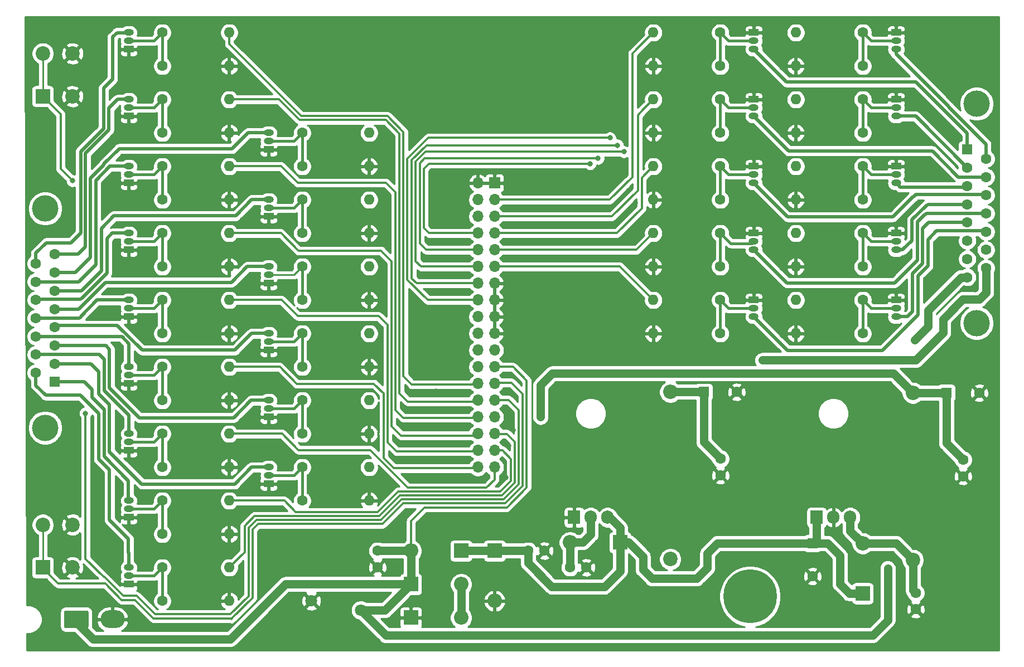
<source format=gbr>
%TF.GenerationSoftware,KiCad,Pcbnew,(5.1.6)-1*%
%TF.CreationDate,2020-07-26T20:56:43-07:00*%
%TF.ProjectId,BPEM488TDHAux,4250454d-3438-4385-9444-484175782e6b,rev?*%
%TF.SameCoordinates,Original*%
%TF.FileFunction,Copper,L1,Top*%
%TF.FilePolarity,Positive*%
%FSLAX46Y46*%
G04 Gerber Fmt 4.6, Leading zero omitted, Abs format (unit mm)*
G04 Created by KiCad (PCBNEW (5.1.6)-1) date 2020-07-26 20:56:43*
%MOMM*%
%LPD*%
G01*
G04 APERTURE LIST*
%TA.AperFunction,ComponentPad*%
%ADD10C,4.000000*%
%TD*%
%TA.AperFunction,ComponentPad*%
%ADD11C,1.600000*%
%TD*%
%TA.AperFunction,ComponentPad*%
%ADD12R,1.600000X1.600000*%
%TD*%
%TA.AperFunction,ComponentPad*%
%ADD13C,8.128000*%
%TD*%
%TA.AperFunction,ComponentPad*%
%ADD14O,1.905000X2.000000*%
%TD*%
%TA.AperFunction,ComponentPad*%
%ADD15R,1.905000X2.000000*%
%TD*%
%TA.AperFunction,ComponentPad*%
%ADD16C,1.800000*%
%TD*%
%TA.AperFunction,ComponentPad*%
%ADD17R,2.200000X2.200000*%
%TD*%
%TA.AperFunction,ComponentPad*%
%ADD18O,2.200000X2.200000*%
%TD*%
%TA.AperFunction,ComponentPad*%
%ADD19O,3.700000X2.700000*%
%TD*%
%TA.AperFunction,ComponentPad*%
%ADD20C,2.200000*%
%TD*%
%TA.AperFunction,ComponentPad*%
%ADD21O,1.500000X1.000000*%
%TD*%
%TA.AperFunction,ComponentPad*%
%ADD22R,1.500000X1.000000*%
%TD*%
%TA.AperFunction,ComponentPad*%
%ADD23O,1.600000X1.600000*%
%TD*%
%TA.AperFunction,ComponentPad*%
%ADD24R,1.700000X1.700000*%
%TD*%
%TA.AperFunction,ComponentPad*%
%ADD25O,1.700000X1.700000*%
%TD*%
%TA.AperFunction,ViaPad*%
%ADD26C,0.800000*%
%TD*%
%TA.AperFunction,ViaPad*%
%ADD27C,1.000000*%
%TD*%
%TA.AperFunction,Conductor*%
%ADD28C,1.270000*%
%TD*%
%TA.AperFunction,Conductor*%
%ADD29C,0.300000*%
%TD*%
%TA.AperFunction,Conductor*%
%ADD30C,0.250000*%
%TD*%
%TA.AperFunction,Conductor*%
%ADD31C,0.508000*%
%TD*%
%TA.AperFunction,Conductor*%
%ADD32C,0.381000*%
%TD*%
%TA.AperFunction,Conductor*%
%ADD33C,0.254000*%
%TD*%
G04 APERTURE END LIST*
D10*
%TO.P,J4,0*%
%TO.N,N/C*%
X197635000Y-66705000D03*
X197635000Y-100005000D03*
D11*
%TO.P,J4,15*%
%TO.N,VDD*%
X199055000Y-91665000D03*
%TO.P,J4,14*%
%TO.N,Net-(J4-Pad14)*%
X199055000Y-88895000D03*
%TO.P,J4,13*%
%TO.N,/Ign5*%
X199055000Y-86125000D03*
%TO.P,J4,12*%
%TO.N,/Ign4*%
X199055000Y-83355000D03*
%TO.P,J4,11*%
%TO.N,/Ign3*%
X199055000Y-80585000D03*
%TO.P,J4,10*%
%TO.N,/Ign2*%
X199055000Y-77815000D03*
%TO.P,J4,9*%
%TO.N,/Inj5*%
X199055000Y-75045000D03*
%TO.P,J4,8*%
%TO.N,+BATT*%
X196215000Y-93050000D03*
%TO.P,J4,7*%
%TO.N,Net-(J4-Pad7)*%
X196215000Y-90280000D03*
%TO.P,J4,6*%
%TO.N,Net-(J4-Pad6)*%
X196215000Y-87510000D03*
%TO.P,J4,5*%
%TO.N,/Inj1*%
X196215000Y-84740000D03*
%TO.P,J4,4*%
%TO.N,/Inj2*%
X196215000Y-81970000D03*
%TO.P,J4,3*%
%TO.N,/Inj3*%
X196215000Y-79200000D03*
%TO.P,J4,2*%
%TO.N,/Inj4*%
X196215000Y-76430000D03*
D12*
%TO.P,J4,1*%
%TO.N,/Ign1*%
X196215000Y-73660000D03*
%TD*%
D10*
%TO.P,J3,0*%
%TO.N,N/C*%
X56238000Y-115921000D03*
X56238000Y-82621000D03*
D11*
%TO.P,J3,15*%
%TO.N,/LFP*%
X54818000Y-90961000D03*
%TO.P,J3,14*%
%TO.N,/FP*%
X54818000Y-93731000D03*
%TO.P,J3,13*%
%TO.N,/ASD*%
X54818000Y-96501000D03*
%TO.P,J3,12*%
%TO.N,/Alarm*%
X54818000Y-99271000D03*
%TO.P,J3,11*%
%TO.N,/AIOT*%
X54818000Y-102041000D03*
%TO.P,J3,10*%
%TO.N,/PB4out*%
X54818000Y-104811000D03*
%TO.P,J3,9*%
%TO.N,/PB6out*%
X54818000Y-107581000D03*
%TO.P,J3,8*%
%TO.N,/HFT*%
X57658000Y-89576000D03*
%TO.P,J3,7*%
%TO.N,/HFP*%
X57658000Y-92346000D03*
%TO.P,J3,6*%
%TO.N,/PP5out*%
X57658000Y-95116000D03*
%TO.P,J3,5*%
%TO.N,/HEGT*%
X57658000Y-97886000D03*
%TO.P,J3,4*%
%TO.N,/HET*%
X57658000Y-100656000D03*
%TO.P,J3,3*%
%TO.N,/HOT*%
X57658000Y-103426000D03*
%TO.P,J3,2*%
%TO.N,/LOP*%
X57658000Y-106196000D03*
D12*
%TO.P,J3,1*%
%TO.N,/PB5out*%
X57658000Y-108966000D03*
%TD*%
D13*
%TO.P,REF\u002A\u002A,*%
%TO.N,*%
X163260000Y-141560000D03*
%TD*%
D14*
%TO.P,U2,3*%
%TO.N,Net-(C5-Pad1)*%
X178435000Y-129540000D03*
%TO.P,U2,2*%
%TO.N,GND*%
X175895000Y-129540000D03*
D15*
%TO.P,U2,1*%
%TO.N,+12V*%
X173355000Y-129540000D03*
%TD*%
D14*
%TO.P,U1,3*%
%TO.N,+12V*%
X141605000Y-129540000D03*
%TO.P,U1,2*%
%TO.N,Net-(C4-Pad1)*%
X139065000Y-129540000D03*
D15*
%TO.P,U1,1*%
%TO.N,GND*%
X136525000Y-129540000D03*
%TD*%
D16*
%TO.P,RV1,2*%
%TO.N,GND*%
X96640000Y-142237000D03*
%TO.P,RV1,1*%
%TO.N,+BATT*%
X104140000Y-143637000D03*
%TD*%
D11*
%TO.P,C1,1*%
%TO.N,+BATT*%
X106680000Y-134620000D03*
%TO.P,C1,2*%
%TO.N,GND*%
X106680000Y-137120000D03*
%TD*%
%TO.P,C3,2*%
%TO.N,GND*%
X172720000Y-138479540D03*
D12*
%TO.P,C3,1*%
%TO.N,+12V*%
X172720000Y-133479540D03*
%TD*%
D11*
%TO.P,C6,2*%
%TO.N,GND*%
X158750000Y-123150000D03*
%TO.P,C6,1*%
%TO.N,VDD*%
X158750000Y-120650000D03*
%TD*%
%TO.P,C7,1*%
%TO.N,+8V*%
X195580000Y-120779540D03*
%TO.P,C7,2*%
%TO.N,GND*%
X195580000Y-123279540D03*
%TD*%
%TO.P,C8,2*%
%TO.N,GND*%
X161210000Y-110490000D03*
D12*
%TO.P,C8,1*%
%TO.N,VDD*%
X156210000Y-110490000D03*
%TD*%
%TO.P,C9,1*%
%TO.N,+8V*%
X193040000Y-110619540D03*
D11*
%TO.P,C9,2*%
%TO.N,GND*%
X198040000Y-110619540D03*
%TD*%
D17*
%TO.P,D1,1*%
%TO.N,+BATT*%
X111760000Y-139700000D03*
D18*
%TO.P,D1,2*%
%TO.N,Net-(D1-Pad2)*%
X119380000Y-139700000D03*
%TD*%
%TO.P,D2,2*%
%TO.N,Net-(D1-Pad2)*%
X119380000Y-144780000D03*
D17*
%TO.P,D2,1*%
%TO.N,GND*%
X111760000Y-144780000D03*
%TD*%
%TO.P,D3,1*%
%TO.N,+12V*%
X119380000Y-134620000D03*
D18*
%TO.P,D3,2*%
%TO.N,+BATT*%
X111760000Y-134620000D03*
%TD*%
%TO.P,D4,2*%
%TO.N,GND*%
X124460000Y-142240000D03*
D17*
%TO.P,D4,1*%
%TO.N,+12V*%
X124460000Y-134620000D03*
%TD*%
D18*
%TO.P,D5,2*%
%TO.N,Net-(C4-Pad1)*%
X135890000Y-133350000D03*
D17*
%TO.P,D5,1*%
%TO.N,+12V*%
X143510000Y-133350000D03*
%TD*%
%TO.P,D6,1*%
%TO.N,+12V*%
X180340000Y-141099540D03*
D18*
%TO.P,D6,2*%
%TO.N,Net-(C5-Pad1)*%
X180340000Y-133479540D03*
%TD*%
%TO.P,J1,1*%
%TO.N,+BATT*%
%TA.AperFunction,ComponentPad*%
G36*
G01*
X62559999Y-146384000D02*
X59360001Y-146384000D01*
G75*
G02*
X59110000Y-146133999I0J250001D01*
G01*
X59110000Y-143934001D01*
G75*
G02*
X59360001Y-143684000I250001J0D01*
G01*
X62559999Y-143684000D01*
G75*
G02*
X62810000Y-143934001I0J-250001D01*
G01*
X62810000Y-146133999D01*
G75*
G02*
X62559999Y-146384000I-250001J0D01*
G01*
G37*
%TD.AperFunction*%
D19*
%TO.P,J1,2*%
%TO.N,GND*%
X66460000Y-145034000D03*
%TD*%
D20*
%TO.P,L1,1*%
%TO.N,Net-(C4-Pad1)*%
X151130000Y-135890000D03*
D18*
%TO.P,L1,2*%
%TO.N,VDD*%
X151130000Y-110490000D03*
%TD*%
%TO.P,L2,2*%
%TO.N,+8V*%
X187960000Y-110619540D03*
D20*
%TO.P,L2,1*%
%TO.N,Net-(C5-Pad1)*%
X187960000Y-136019540D03*
%TD*%
D21*
%TO.P,Q1,2*%
%TO.N,Net-(Q1-Pad2)*%
X68940680Y-77470000D03*
%TO.P,Q1,3*%
%TO.N,/FP*%
X68940680Y-76200000D03*
D22*
%TO.P,Q1,1*%
%TO.N,GND*%
X68940680Y-78740000D03*
%TD*%
%TO.P,Q2,1*%
%TO.N,GND*%
X68940680Y-88900000D03*
D21*
%TO.P,Q2,3*%
%TO.N,/ASD*%
X68940680Y-86360000D03*
%TO.P,Q2,2*%
%TO.N,Net-(Q2-Pad2)*%
X68940680Y-87630000D03*
%TD*%
D22*
%TO.P,Q3,1*%
%TO.N,GND*%
X68940680Y-99060000D03*
D21*
%TO.P,Q3,3*%
%TO.N,/Alarm*%
X68940680Y-96520000D03*
%TO.P,Q3,2*%
%TO.N,Net-(Q3-Pad2)*%
X68940680Y-97790000D03*
%TD*%
%TO.P,Q4,2*%
%TO.N,Net-(Q4-Pad2)*%
X68940680Y-107950000D03*
%TO.P,Q4,3*%
%TO.N,/AIOT*%
X68940680Y-106680000D03*
D22*
%TO.P,Q4,1*%
%TO.N,GND*%
X68940680Y-109220000D03*
%TD*%
%TO.P,Q5,1*%
%TO.N,GND*%
X68940680Y-119380000D03*
D21*
%TO.P,Q5,3*%
%TO.N,/PB4out*%
X68940680Y-116840000D03*
%TO.P,Q5,2*%
%TO.N,Net-(Q5-Pad2)*%
X68940680Y-118110000D03*
%TD*%
D22*
%TO.P,Q6,1*%
%TO.N,GND*%
X90170000Y-83820000D03*
D21*
%TO.P,Q6,3*%
%TO.N,/PP5out*%
X90170000Y-81280000D03*
%TO.P,Q6,2*%
%TO.N,Net-(Q6-Pad2)*%
X90170000Y-82550000D03*
%TD*%
%TO.P,Q7,2*%
%TO.N,Net-(Q7-Pad2)*%
X68940680Y-128270000D03*
%TO.P,Q7,3*%
%TO.N,/PB5out*%
X68940680Y-127000000D03*
D22*
%TO.P,Q7,1*%
%TO.N,GND*%
X68940680Y-129540000D03*
%TD*%
%TO.P,Q8,1*%
%TO.N,GND*%
X68940680Y-139700000D03*
D21*
%TO.P,Q8,3*%
%TO.N,/PB6out*%
X68940680Y-137160000D03*
%TO.P,Q8,2*%
%TO.N,Net-(Q8-Pad2)*%
X68940680Y-138430000D03*
%TD*%
%TO.P,Q9,2*%
%TO.N,Net-(Q9-Pad2)*%
X90170000Y-123190000D03*
%TO.P,Q9,3*%
%TO.N,/LOP*%
X90170000Y-121920000D03*
D22*
%TO.P,Q9,1*%
%TO.N,GND*%
X90170000Y-124460000D03*
%TD*%
%TO.P,Q10,1*%
%TO.N,GND*%
X90170000Y-114300000D03*
D21*
%TO.P,Q10,3*%
%TO.N,/HOT*%
X90170000Y-111760000D03*
%TO.P,Q10,2*%
%TO.N,Net-(Q10-Pad2)*%
X90170000Y-113030000D03*
%TD*%
%TO.P,Q11,2*%
%TO.N,Net-(Q11-Pad2)*%
X90170000Y-102870000D03*
%TO.P,Q11,3*%
%TO.N,/HET*%
X90170000Y-101600000D03*
D22*
%TO.P,Q11,1*%
%TO.N,GND*%
X90170000Y-104140000D03*
%TD*%
D21*
%TO.P,Q12,2*%
%TO.N,Net-(Q12-Pad2)*%
X90170000Y-92710000D03*
%TO.P,Q12,3*%
%TO.N,/HEGT*%
X90170000Y-91440000D03*
D22*
%TO.P,Q12,1*%
%TO.N,GND*%
X90170000Y-93980000D03*
%TD*%
D21*
%TO.P,Q13,2*%
%TO.N,Net-(Q13-Pad2)*%
X163804600Y-57150000D03*
%TO.P,Q13,3*%
%TO.N,/Ign1*%
X163804600Y-58420000D03*
D22*
%TO.P,Q13,1*%
%TO.N,GND*%
X163804600Y-55880000D03*
%TD*%
%TO.P,Q14,1*%
%TO.N,GND*%
X163804600Y-66040000D03*
D21*
%TO.P,Q14,3*%
%TO.N,/Ign2*%
X163804600Y-68580000D03*
%TO.P,Q14,2*%
%TO.N,Net-(Q14-Pad2)*%
X163804600Y-67310000D03*
%TD*%
%TO.P,Q15,2*%
%TO.N,Net-(Q15-Pad2)*%
X163804600Y-77470000D03*
%TO.P,Q15,3*%
%TO.N,/Ign3*%
X163804600Y-78740000D03*
D22*
%TO.P,Q15,1*%
%TO.N,GND*%
X163804600Y-76200000D03*
%TD*%
%TO.P,Q16,1*%
%TO.N,GND*%
X163804600Y-86360000D03*
D21*
%TO.P,Q16,3*%
%TO.N,/Ign4*%
X163804600Y-88900000D03*
%TO.P,Q16,2*%
%TO.N,Net-(Q16-Pad2)*%
X163804600Y-87630000D03*
%TD*%
%TO.P,Q17,2*%
%TO.N,Net-(Q17-Pad2)*%
X163804600Y-97790000D03*
%TO.P,Q17,3*%
%TO.N,/Ign5*%
X163804600Y-99060000D03*
D22*
%TO.P,Q17,1*%
%TO.N,GND*%
X163804600Y-96520000D03*
%TD*%
%TO.P,Q18,1*%
%TO.N,GND*%
X68940680Y-68580000D03*
D21*
%TO.P,Q18,3*%
%TO.N,/HFT*%
X68940680Y-66040000D03*
%TO.P,Q18,2*%
%TO.N,Net-(Q18-Pad2)*%
X68940680Y-67310000D03*
%TD*%
%TO.P,Q19,2*%
%TO.N,Net-(Q19-Pad2)*%
X68940680Y-57150000D03*
%TO.P,Q19,3*%
%TO.N,/LFP*%
X68940680Y-55880000D03*
D22*
%TO.P,Q19,1*%
%TO.N,GND*%
X68940680Y-58420000D03*
%TD*%
%TO.P,Q20,1*%
%TO.N,GND*%
X90170000Y-73660000D03*
D21*
%TO.P,Q20,3*%
%TO.N,/HFP*%
X90170000Y-71120000D03*
%TO.P,Q20,2*%
%TO.N,Net-(Q20-Pad2)*%
X90170000Y-72390000D03*
%TD*%
%TO.P,Q21,2*%
%TO.N,Net-(Q21-Pad2)*%
X185420000Y-97790000D03*
%TO.P,Q21,3*%
%TO.N,/Inj1*%
X185420000Y-99060000D03*
D22*
%TO.P,Q21,1*%
%TO.N,GND*%
X185420000Y-96520000D03*
%TD*%
%TO.P,Q22,1*%
%TO.N,GND*%
X185420000Y-86360000D03*
D21*
%TO.P,Q22,3*%
%TO.N,/Inj2*%
X185420000Y-88900000D03*
%TO.P,Q22,2*%
%TO.N,Net-(Q22-Pad2)*%
X185420000Y-87630000D03*
%TD*%
%TO.P,Q23,2*%
%TO.N,Net-(Q23-Pad2)*%
X185420000Y-77470000D03*
%TO.P,Q23,3*%
%TO.N,/Inj3*%
X185420000Y-78740000D03*
D22*
%TO.P,Q23,1*%
%TO.N,GND*%
X185420000Y-76200000D03*
%TD*%
%TO.P,Q24,1*%
%TO.N,GND*%
X185420000Y-66040000D03*
D21*
%TO.P,Q24,3*%
%TO.N,/Inj4*%
X185420000Y-68580000D03*
%TO.P,Q24,2*%
%TO.N,Net-(Q24-Pad2)*%
X185420000Y-67310000D03*
%TD*%
%TO.P,Q25,2*%
%TO.N,Net-(Q25-Pad2)*%
X185420000Y-57150000D03*
%TO.P,Q25,3*%
%TO.N,/Inj5*%
X185420000Y-58420000D03*
D22*
%TO.P,Q25,1*%
%TO.N,GND*%
X185420000Y-55880000D03*
%TD*%
D23*
%TO.P,R1,2*%
%TO.N,/PB0*%
X84180680Y-76200000D03*
D11*
%TO.P,R1,1*%
%TO.N,Net-(Q1-Pad2)*%
X74020680Y-76200000D03*
%TD*%
%TO.P,R2,1*%
%TO.N,Net-(Q1-Pad2)*%
X74020680Y-81280000D03*
D23*
%TO.P,R2,2*%
%TO.N,GND*%
X84180680Y-81280000D03*
%TD*%
%TO.P,R3,2*%
%TO.N,/PB1*%
X84180680Y-86360000D03*
D11*
%TO.P,R3,1*%
%TO.N,Net-(Q2-Pad2)*%
X74020680Y-86360000D03*
%TD*%
%TO.P,R4,1*%
%TO.N,Net-(Q2-Pad2)*%
X74020680Y-91440000D03*
D23*
%TO.P,R4,2*%
%TO.N,GND*%
X84180680Y-91440000D03*
%TD*%
D11*
%TO.P,R5,1*%
%TO.N,Net-(Q3-Pad2)*%
X74020680Y-96520000D03*
D23*
%TO.P,R5,2*%
%TO.N,/PB2*%
X84180680Y-96520000D03*
%TD*%
D11*
%TO.P,R6,1*%
%TO.N,Net-(Q3-Pad2)*%
X74020680Y-101600000D03*
D23*
%TO.P,R6,2*%
%TO.N,GND*%
X84180680Y-101600000D03*
%TD*%
%TO.P,R7,2*%
%TO.N,/PB3*%
X84180680Y-106680000D03*
D11*
%TO.P,R7,1*%
%TO.N,Net-(Q4-Pad2)*%
X74020680Y-106680000D03*
%TD*%
D23*
%TO.P,R8,2*%
%TO.N,GND*%
X84180680Y-111760000D03*
D11*
%TO.P,R8,1*%
%TO.N,Net-(Q4-Pad2)*%
X74020680Y-111760000D03*
%TD*%
%TO.P,R9,1*%
%TO.N,Net-(Q5-Pad2)*%
X74020680Y-116840000D03*
D23*
%TO.P,R9,2*%
%TO.N,/PB4*%
X84180680Y-116840000D03*
%TD*%
D11*
%TO.P,R10,1*%
%TO.N,Net-(Q5-Pad2)*%
X74020680Y-121920000D03*
D23*
%TO.P,R10,2*%
%TO.N,GND*%
X84180680Y-121920000D03*
%TD*%
%TO.P,R11,2*%
%TO.N,/PP5*%
X105410000Y-81280000D03*
D11*
%TO.P,R11,1*%
%TO.N,Net-(Q6-Pad2)*%
X95250000Y-81280000D03*
%TD*%
D23*
%TO.P,R12,2*%
%TO.N,GND*%
X105410000Y-86360000D03*
D11*
%TO.P,R12,1*%
%TO.N,Net-(Q6-Pad2)*%
X95250000Y-86360000D03*
%TD*%
D23*
%TO.P,R13,2*%
%TO.N,/PB5*%
X84180680Y-127000000D03*
D11*
%TO.P,R13,1*%
%TO.N,Net-(Q7-Pad2)*%
X74020680Y-127000000D03*
%TD*%
%TO.P,R14,1*%
%TO.N,Net-(Q7-Pad2)*%
X74020680Y-132080000D03*
D23*
%TO.P,R14,2*%
%TO.N,GND*%
X84180680Y-132080000D03*
%TD*%
D11*
%TO.P,R15,1*%
%TO.N,Net-(Q8-Pad2)*%
X74020680Y-137160000D03*
D23*
%TO.P,R15,2*%
%TO.N,/PB6*%
X84180680Y-137160000D03*
%TD*%
%TO.P,R16,2*%
%TO.N,GND*%
X84180680Y-142240000D03*
D11*
%TO.P,R16,1*%
%TO.N,Net-(Q8-Pad2)*%
X74020680Y-142240000D03*
%TD*%
D23*
%TO.P,R17,2*%
%TO.N,/PK0*%
X105410000Y-121920000D03*
D11*
%TO.P,R17,1*%
%TO.N,Net-(Q9-Pad2)*%
X95250000Y-121920000D03*
%TD*%
D23*
%TO.P,R18,2*%
%TO.N,GND*%
X105410000Y-127000000D03*
D11*
%TO.P,R18,1*%
%TO.N,Net-(Q9-Pad2)*%
X95250000Y-127000000D03*
%TD*%
%TO.P,R19,1*%
%TO.N,Net-(Q10-Pad2)*%
X95250000Y-111760000D03*
D23*
%TO.P,R19,2*%
%TO.N,/PK1*%
X105410000Y-111760000D03*
%TD*%
D11*
%TO.P,R20,1*%
%TO.N,Net-(Q10-Pad2)*%
X95250000Y-116840000D03*
D23*
%TO.P,R20,2*%
%TO.N,GND*%
X105410000Y-116840000D03*
%TD*%
%TO.P,R21,2*%
%TO.N,/PK2*%
X105410000Y-101600000D03*
D11*
%TO.P,R21,1*%
%TO.N,Net-(Q11-Pad2)*%
X95250000Y-101600000D03*
%TD*%
D23*
%TO.P,R22,2*%
%TO.N,GND*%
X105410000Y-106680000D03*
D11*
%TO.P,R22,1*%
%TO.N,Net-(Q11-Pad2)*%
X95250000Y-106680000D03*
%TD*%
%TO.P,R23,1*%
%TO.N,Net-(Q12-Pad2)*%
X95250000Y-91440000D03*
D23*
%TO.P,R23,2*%
%TO.N,/PK3*%
X105410000Y-91440000D03*
%TD*%
D11*
%TO.P,R24,1*%
%TO.N,Net-(Q12-Pad2)*%
X95250000Y-96520000D03*
D23*
%TO.P,R24,2*%
%TO.N,GND*%
X105410000Y-96520000D03*
%TD*%
D11*
%TO.P,R25,1*%
%TO.N,Net-(Q13-Pad2)*%
X158724600Y-55880000D03*
D23*
%TO.P,R25,2*%
%TO.N,/PT3*%
X148564600Y-55880000D03*
%TD*%
D11*
%TO.P,R26,1*%
%TO.N,Net-(Q13-Pad2)*%
X158724600Y-60960000D03*
D23*
%TO.P,R26,2*%
%TO.N,GND*%
X148564600Y-60960000D03*
%TD*%
D11*
%TO.P,R27,1*%
%TO.N,Net-(Q14-Pad2)*%
X158724600Y-66040000D03*
D23*
%TO.P,R27,2*%
%TO.N,/PT4*%
X148564600Y-66040000D03*
%TD*%
%TO.P,R28,2*%
%TO.N,GND*%
X148564600Y-71120000D03*
D11*
%TO.P,R28,1*%
%TO.N,Net-(Q14-Pad2)*%
X158724600Y-71120000D03*
%TD*%
D23*
%TO.P,R29,2*%
%TO.N,/PT5*%
X148564600Y-76200000D03*
D11*
%TO.P,R29,1*%
%TO.N,Net-(Q15-Pad2)*%
X158724600Y-76200000D03*
%TD*%
%TO.P,R30,1*%
%TO.N,Net-(Q15-Pad2)*%
X158724600Y-81280000D03*
D23*
%TO.P,R30,2*%
%TO.N,GND*%
X148564600Y-81280000D03*
%TD*%
D11*
%TO.P,R31,1*%
%TO.N,Net-(Q16-Pad2)*%
X158724600Y-86360000D03*
D23*
%TO.P,R31,2*%
%TO.N,/PT6*%
X148564600Y-86360000D03*
%TD*%
%TO.P,R32,2*%
%TO.N,GND*%
X148564600Y-91440000D03*
D11*
%TO.P,R32,1*%
%TO.N,Net-(Q16-Pad2)*%
X158724600Y-91440000D03*
%TD*%
%TO.P,R33,1*%
%TO.N,Net-(Q17-Pad2)*%
X158724600Y-96520000D03*
D23*
%TO.P,R33,2*%
%TO.N,/PT7*%
X148564600Y-96520000D03*
%TD*%
D11*
%TO.P,R34,1*%
%TO.N,Net-(Q17-Pad2)*%
X158724600Y-101600000D03*
D23*
%TO.P,R34,2*%
%TO.N,GND*%
X148564600Y-101600000D03*
%TD*%
%TO.P,R35,2*%
%TO.N,/PK4*%
X84180680Y-66040000D03*
D11*
%TO.P,R35,1*%
%TO.N,Net-(Q18-Pad2)*%
X74020680Y-66040000D03*
%TD*%
D23*
%TO.P,R36,2*%
%TO.N,GND*%
X84180680Y-71120000D03*
D11*
%TO.P,R36,1*%
%TO.N,Net-(Q18-Pad2)*%
X74020680Y-71120000D03*
%TD*%
%TO.P,R37,1*%
%TO.N,Net-(Q19-Pad2)*%
X74020680Y-55880000D03*
D23*
%TO.P,R37,2*%
%TO.N,/PK5*%
X84180680Y-55880000D03*
%TD*%
%TO.P,R38,2*%
%TO.N,GND*%
X84180680Y-60960000D03*
D11*
%TO.P,R38,1*%
%TO.N,Net-(Q19-Pad2)*%
X74020680Y-60960000D03*
%TD*%
%TO.P,R39,1*%
%TO.N,Net-(Q20-Pad2)*%
X95250000Y-71120000D03*
D23*
%TO.P,R39,2*%
%TO.N,/PK7*%
X105410000Y-71120000D03*
%TD*%
D11*
%TO.P,R40,1*%
%TO.N,Net-(Q20-Pad2)*%
X95250000Y-76200000D03*
D23*
%TO.P,R40,2*%
%TO.N,GND*%
X105410000Y-76200000D03*
%TD*%
%TO.P,R41,2*%
%TO.N,/PP0*%
X170180000Y-96520000D03*
D11*
%TO.P,R41,1*%
%TO.N,Net-(Q21-Pad2)*%
X180340000Y-96520000D03*
%TD*%
D23*
%TO.P,R42,2*%
%TO.N,GND*%
X170180000Y-101600000D03*
D11*
%TO.P,R42,1*%
%TO.N,Net-(Q21-Pad2)*%
X180340000Y-101600000D03*
%TD*%
D23*
%TO.P,R43,2*%
%TO.N,/PP1*%
X170180000Y-86360000D03*
D11*
%TO.P,R43,1*%
%TO.N,Net-(Q22-Pad2)*%
X180340000Y-86360000D03*
%TD*%
%TO.P,R44,1*%
%TO.N,Net-(Q22-Pad2)*%
X180340000Y-91440000D03*
D23*
%TO.P,R44,2*%
%TO.N,GND*%
X170180000Y-91440000D03*
%TD*%
D11*
%TO.P,R45,1*%
%TO.N,Net-(Q23-Pad2)*%
X180340000Y-76200000D03*
D23*
%TO.P,R45,2*%
%TO.N,/PP2*%
X170180000Y-76200000D03*
%TD*%
%TO.P,R46,2*%
%TO.N,GND*%
X170180000Y-81280000D03*
D11*
%TO.P,R46,1*%
%TO.N,Net-(Q23-Pad2)*%
X180340000Y-81280000D03*
%TD*%
D23*
%TO.P,R47,2*%
%TO.N,/PP3*%
X170180000Y-66040000D03*
D11*
%TO.P,R47,1*%
%TO.N,Net-(Q24-Pad2)*%
X180340000Y-66040000D03*
%TD*%
%TO.P,R48,1*%
%TO.N,Net-(Q24-Pad2)*%
X180340000Y-71120000D03*
D23*
%TO.P,R48,2*%
%TO.N,GND*%
X170180000Y-71120000D03*
%TD*%
%TO.P,R49,2*%
%TO.N,/PP4*%
X170180000Y-55880000D03*
D11*
%TO.P,R49,1*%
%TO.N,Net-(Q25-Pad2)*%
X180340000Y-55880000D03*
%TD*%
D23*
%TO.P,R50,2*%
%TO.N,GND*%
X170180000Y-60960000D03*
D11*
%TO.P,R50,1*%
%TO.N,Net-(Q25-Pad2)*%
X180340000Y-60960000D03*
%TD*%
D20*
%TO.P,S1,3*%
%TO.N,GND*%
X60380000Y-65570100D03*
%TO.P,S1,4*%
X60380000Y-59070100D03*
%TO.P,S1,2*%
%TO.N,/PA0*%
X55880000Y-59070100D03*
D17*
%TO.P,S1,1*%
X55880000Y-65570100D03*
%TD*%
%TO.P,S2,1*%
%TO.N,/RESET*%
X55880000Y-137160000D03*
D20*
%TO.P,S2,2*%
X55880000Y-130660000D03*
%TO.P,S2,4*%
%TO.N,GND*%
X60380000Y-130660000D03*
%TO.P,S2,3*%
X60380000Y-137160000D03*
%TD*%
D24*
%TO.P,J2,1*%
%TO.N,GND*%
X124460000Y-78740000D03*
D25*
%TO.P,J2,2*%
X121920000Y-78740000D03*
%TO.P,J2,3*%
%TO.N,/PT3*%
X124460000Y-81280000D03*
%TO.P,J2,4*%
%TO.N,/PK7*%
X121920000Y-81280000D03*
%TO.P,J2,5*%
%TO.N,/PT4*%
X124460000Y-83820000D03*
%TO.P,J2,6*%
%TO.N,/PP5*%
X121920000Y-83820000D03*
%TO.P,J2,7*%
%TO.N,/PT5*%
X124460000Y-86360000D03*
%TO.P,J2,8*%
%TO.N,/PP4*%
X121920000Y-86360000D03*
%TO.P,J2,9*%
%TO.N,/PT6*%
X124460000Y-88900000D03*
%TO.P,J2,10*%
%TO.N,/PP3*%
X121920000Y-88900000D03*
%TO.P,J2,11*%
%TO.N,/PT7*%
X124460000Y-91440000D03*
%TO.P,J2,12*%
%TO.N,/PP2*%
X121920000Y-91440000D03*
%TO.P,J2,13*%
%TO.N,GND*%
X124460000Y-93980000D03*
%TO.P,J2,14*%
%TO.N,/PP1*%
X121920000Y-93980000D03*
%TO.P,J2,15*%
%TO.N,GND*%
X124460000Y-96520000D03*
%TO.P,J2,16*%
%TO.N,/PP0*%
X121920000Y-96520000D03*
%TO.P,J2,17*%
%TO.N,GND*%
X124460000Y-99060000D03*
%TO.P,J2,18*%
%TO.N,/PK3*%
X121920000Y-99060000D03*
%TO.P,J2,19*%
%TO.N,GND*%
X124460000Y-101600000D03*
%TO.P,J2,20*%
%TO.N,/PK2*%
X121920000Y-101600000D03*
%TO.P,J2,21*%
%TO.N,VDD*%
X124460000Y-104140000D03*
%TO.P,J2,22*%
%TO.N,/PK1*%
X121920000Y-104140000D03*
%TO.P,J2,23*%
%TO.N,+BATT*%
X124460000Y-106680000D03*
%TO.P,J2,24*%
%TO.N,/PK0*%
X121920000Y-106680000D03*
%TO.P,J2,25*%
%TO.N,/RESET*%
X124460000Y-109220000D03*
%TO.P,J2,26*%
%TO.N,/PK5*%
X121920000Y-109220000D03*
%TO.P,J2,27*%
%TO.N,/PA0*%
X124460000Y-111760000D03*
%TO.P,J2,28*%
%TO.N,/PK4*%
X121920000Y-111760000D03*
%TO.P,J2,29*%
%TO.N,+8V*%
X124460000Y-114300000D03*
%TO.P,J2,30*%
%TO.N,/PB0*%
X121920000Y-114300000D03*
%TO.P,J2,31*%
%TO.N,/PB6*%
X124460000Y-116840000D03*
%TO.P,J2,32*%
%TO.N,/PB1*%
X121920000Y-116840000D03*
%TO.P,J2,33*%
%TO.N,/PB5*%
X124460000Y-119380000D03*
%TO.P,J2,34*%
%TO.N,/PB2*%
X121920000Y-119380000D03*
%TO.P,J2,35*%
%TO.N,/PB4*%
X124460000Y-121920000D03*
%TO.P,J2,36*%
%TO.N,/PB3*%
X121920000Y-121920000D03*
%TD*%
D11*
%TO.P,C2,2*%
%TO.N,GND*%
X132040000Y-134620000D03*
%TO.P,C2,1*%
%TO.N,+12V*%
X129540000Y-134620000D03*
%TD*%
%TO.P,C4,1*%
%TO.N,Net-(C4-Pad1)*%
X135890000Y-137160000D03*
%TO.P,C4,2*%
%TO.N,GND*%
X138390000Y-137160000D03*
%TD*%
%TO.P,C5,1*%
%TO.N,Net-(C5-Pad1)*%
X188390000Y-141010000D03*
%TO.P,C5,2*%
%TO.N,GND*%
X188390000Y-143510000D03*
%TD*%
D26*
%TO.N,GND*%
X128090000Y-82400000D03*
X139720000Y-82480000D03*
X144790000Y-79910000D03*
X145850000Y-81770000D03*
X143720000Y-84260000D03*
X139900000Y-85060000D03*
X128270000Y-85240000D03*
X116900000Y-87640000D03*
X116810000Y-90300000D03*
X116720000Y-92610000D03*
X116810000Y-95270000D03*
X112550000Y-97140000D03*
X115120000Y-100420000D03*
X115120000Y-102820000D03*
X115390000Y-108330000D03*
X115570000Y-110370000D03*
X115480000Y-113210000D03*
X115300000Y-115970000D03*
X115390000Y-118450000D03*
X115390000Y-120760000D03*
X115740000Y-123600000D03*
X127020000Y-107970000D03*
X126760000Y-110460000D03*
X127290000Y-116320000D03*
X126580000Y-118630000D03*
X126140000Y-123520000D03*
X197360000Y-94920000D03*
X192300000Y-88350000D03*
X190880000Y-94470000D03*
X115310000Y-105450000D03*
D27*
%TO.N,+BATT*%
X188214000Y-102616000D03*
X184150000Y-137289540D03*
%TO.N,VDD*%
X165100000Y-105664000D03*
%TO.N,+8V*%
X131445000Y-114300000D03*
D26*
%TO.N,/PP0*%
X141980000Y-71880000D03*
%TO.N,/PP1*%
X143100000Y-73000000D03*
%TO.N,/PP2*%
X144090000Y-73990000D03*
%TO.N,/PP3*%
X140170000Y-75000000D03*
%TO.N,/PP4*%
X138950000Y-75820000D03*
%TO.N,/PA0*%
X62357000Y-113715800D03*
X60375800Y-78384400D03*
%TD*%
D28*
%TO.N,+BATT*%
X60960000Y-145034000D02*
X60960000Y-145542000D01*
X60960000Y-145542000D02*
X63500000Y-148082000D01*
X63500000Y-148082000D02*
X84328000Y-148082000D01*
X92710000Y-139700000D02*
X111760000Y-139700000D01*
X84328000Y-148082000D02*
X92710000Y-139700000D01*
X111760000Y-139700000D02*
X111760000Y-134620000D01*
X106680000Y-134620000D02*
X111760000Y-134620000D01*
X111760000Y-139700000D02*
X107823000Y-143637000D01*
X107823000Y-143637000D02*
X104140000Y-143637000D01*
X104140000Y-143637000D02*
X107950000Y-147447000D01*
X107950000Y-147447000D02*
X181864000Y-147447000D01*
X190246000Y-100584000D02*
X188214000Y-102616000D01*
X181864000Y-147447000D02*
X184150000Y-145161000D01*
X184150000Y-145161000D02*
X184150000Y-137289540D01*
D29*
X127254000Y-106680000D02*
X124460000Y-106680000D01*
X129350040Y-108776040D02*
X127254000Y-106680000D01*
X111760000Y-130052047D02*
X113792001Y-128020046D01*
X111760000Y-134620000D02*
X111760000Y-130052047D01*
X113792001Y-128020046D02*
X126304122Y-128020046D01*
X126304122Y-128020046D02*
X129350040Y-124974128D01*
X129350040Y-124974128D02*
X129350040Y-108776040D01*
D28*
X190246000Y-100584000D02*
X190246000Y-98064000D01*
X195260000Y-93050000D02*
X196215000Y-93050000D01*
X190246000Y-98064000D02*
X195260000Y-93050000D01*
%TO.N,Net-(C4-Pad1)*%
X135890000Y-133350000D02*
X137860000Y-133350000D01*
X139065000Y-132145000D02*
X139065000Y-129540000D01*
X137860000Y-133350000D02*
X139065000Y-132145000D01*
X135890000Y-137160000D02*
X135890000Y-133350000D01*
%TO.N,Net-(C5-Pad1)*%
X185420000Y-133479540D02*
X187960000Y-136019540D01*
X180340000Y-133479540D02*
X185420000Y-133479540D01*
X187960000Y-140580000D02*
X188390000Y-141010000D01*
X187960000Y-136019540D02*
X187960000Y-140580000D01*
X178435000Y-131574540D02*
X180340000Y-133479540D01*
X178435000Y-129540000D02*
X178435000Y-131574540D01*
%TO.N,VDD*%
X151130000Y-110490000D02*
X156210000Y-110490000D01*
X156210000Y-118110000D02*
X158750000Y-120650000D01*
X156210000Y-110490000D02*
X156210000Y-118110000D01*
X165100000Y-105664000D02*
X188396000Y-105664000D01*
X188396000Y-105664000D02*
X192550000Y-101510000D01*
X192550000Y-101510000D02*
X192550000Y-99400000D01*
X192550000Y-99400000D02*
X195550000Y-96400000D01*
X195550000Y-96400000D02*
X198050000Y-96400000D01*
X199055000Y-95395000D02*
X199055000Y-91665000D01*
X198050000Y-96400000D02*
X199055000Y-95395000D01*
%TO.N,+8V*%
X187960000Y-110619540D02*
X193040000Y-110619540D01*
X193040000Y-118239540D02*
X195580000Y-120779540D01*
X193040000Y-110619540D02*
X193040000Y-118239540D01*
X131445000Y-114300000D02*
X131445000Y-109474000D01*
X131445000Y-109474000D02*
X133223000Y-107696000D01*
X185036460Y-107696000D02*
X187960000Y-110619540D01*
X133223000Y-107696000D02*
X185036460Y-107696000D01*
%TO.N,Net-(D1-Pad2)*%
X119380000Y-139700000D02*
X119380000Y-144780000D01*
D29*
%TO.N,/PK4*%
X121730000Y-111950000D02*
X121920000Y-111760000D01*
X111310000Y-111950000D02*
X121730000Y-111950000D01*
X91720000Y-66040000D02*
X94840000Y-69160000D01*
X107970000Y-69160000D02*
X110030000Y-71220000D01*
X84180680Y-66040000D02*
X91720000Y-66040000D01*
X94840000Y-69160000D02*
X107970000Y-69160000D01*
X110030000Y-110670000D02*
X111310000Y-111950000D01*
X110030000Y-71220000D02*
X110030000Y-110670000D01*
%TO.N,/PK5*%
X111900000Y-109340000D02*
X121800000Y-109340000D01*
X110630010Y-108070010D02*
X111900000Y-109340000D01*
X121800000Y-109340000D02*
X121920000Y-109220000D01*
X84180680Y-57652138D02*
X95088532Y-68559990D01*
X110630010Y-70971468D02*
X110630010Y-108070010D01*
X95088532Y-68559990D02*
X108218533Y-68559991D01*
X84180680Y-55880000D02*
X84180680Y-57652138D01*
X108218533Y-68559991D02*
X110630010Y-70971468D01*
%TO.N,/PP0*%
X141980000Y-71880000D02*
X114390000Y-71880000D01*
X114390000Y-71880000D02*
X111230020Y-75039980D01*
X111230020Y-75039980D02*
X111230020Y-93450020D01*
X114300000Y-96520000D02*
X121920000Y-96520000D01*
X111230020Y-93450020D02*
X114300000Y-96520000D01*
%TO.N,/PB0*%
X110620000Y-114420000D02*
X121800000Y-114420000D01*
X92070000Y-76200000D02*
X94580000Y-78710000D01*
X121800000Y-114420000D02*
X121920000Y-114300000D01*
X84180680Y-76200000D02*
X92070000Y-76200000D01*
X94580000Y-78710000D02*
X108000000Y-78710000D01*
X108000000Y-78710000D02*
X109430000Y-80140000D01*
X109430000Y-113230000D02*
X110620000Y-114420000D01*
X109430000Y-80140000D02*
X109430000Y-113230000D01*
%TO.N,/PP1*%
X143100000Y-73000000D02*
X114118542Y-73000000D01*
X111900000Y-75218542D02*
X111900000Y-93271458D01*
X114118542Y-73000000D02*
X111900000Y-75218542D01*
X112608542Y-93980000D02*
X121920000Y-93980000D01*
X111900000Y-93271458D02*
X112608542Y-93980000D01*
%TO.N,/PB1*%
X108829990Y-115669990D02*
X110260000Y-117100000D01*
X108829990Y-108549990D02*
X108829990Y-115669990D01*
X110260000Y-117100000D02*
X121660000Y-117100000D01*
X108820020Y-108540020D02*
X108829990Y-108549990D01*
X92020000Y-86360000D02*
X94680000Y-89020000D01*
X84180680Y-86360000D02*
X92020000Y-86360000D01*
X94680000Y-89020000D02*
X107220000Y-89020000D01*
X108820020Y-90620020D02*
X108820020Y-108540020D01*
X121660000Y-117100000D02*
X121920000Y-116840000D01*
X107220000Y-89020000D02*
X108820020Y-90620020D01*
%TO.N,/PP2*%
X144090000Y-73990000D02*
X113977084Y-73990000D01*
X113977084Y-73990000D02*
X112500010Y-75467074D01*
X112500010Y-75467074D02*
X112500010Y-90640010D01*
X113300000Y-91440000D02*
X121920000Y-91440000D01*
X112500010Y-90640010D02*
X113300000Y-91440000D01*
%TO.N,/PB2*%
X109560000Y-119500000D02*
X121800000Y-119500000D01*
X108220010Y-118160010D02*
X109560000Y-119500000D01*
X121800000Y-119500000D02*
X121920000Y-119380000D01*
X92140000Y-96520000D02*
X94580000Y-98960000D01*
X108220010Y-100330010D02*
X108220010Y-118160010D01*
X84180680Y-96520000D02*
X92140000Y-96520000D01*
X94580000Y-98960000D02*
X106850000Y-98960000D01*
X106850000Y-98960000D02*
X108220010Y-100330010D01*
%TO.N,/PP3*%
X140139999Y-74969999D02*
X113845627Y-74969999D01*
X140170000Y-75000000D02*
X140139999Y-74969999D01*
X113845627Y-74969999D02*
X113100020Y-75715606D01*
X113100020Y-75715606D02*
X113100020Y-87900020D01*
X114100000Y-88900000D02*
X121920000Y-88900000D01*
X113100020Y-87900020D02*
X114100000Y-88900000D01*
%TO.N,/PB3*%
X84180680Y-106680000D02*
X91850000Y-106680000D01*
X91850000Y-106680000D02*
X94430000Y-109260000D01*
X94430000Y-109260000D02*
X105460000Y-109260000D01*
X105460000Y-109260000D02*
X105470000Y-109250000D01*
X107620000Y-110730000D02*
X107620000Y-116210000D01*
X105470000Y-109250000D02*
X106140000Y-109250000D01*
X106140000Y-109250000D02*
X107620000Y-110730000D01*
X107620000Y-116210000D02*
X107620000Y-120500000D01*
X107620000Y-120500000D02*
X109200000Y-122080000D01*
X121760000Y-122080000D02*
X121920000Y-121920000D01*
X118560000Y-122080000D02*
X118800000Y-122080000D01*
X118560000Y-122080000D02*
X121760000Y-122080000D01*
X109200000Y-122080000D02*
X118560000Y-122080000D01*
%TO.N,/PP4*%
X138950000Y-75820000D02*
X114470000Y-75820000D01*
X114470000Y-75820000D02*
X113710000Y-76580000D01*
X113710000Y-76710000D02*
X113700030Y-76719970D01*
X113710000Y-76580000D02*
X113710000Y-76710000D01*
X113700030Y-76719970D02*
X113700030Y-85570030D01*
X114490000Y-86360000D02*
X121920000Y-86360000D01*
X113700030Y-85570030D02*
X114490000Y-86360000D01*
%TO.N,/PB4*%
X124460000Y-123810000D02*
X124460000Y-121920000D01*
X123250000Y-125020000D02*
X124460000Y-123810000D01*
X92230000Y-116840000D02*
X94690000Y-119300000D01*
X105571458Y-119300000D02*
X111291458Y-125020000D01*
X94690000Y-119300000D02*
X105571458Y-119300000D01*
X84180680Y-116840000D02*
X92230000Y-116840000D01*
X111291458Y-125020000D02*
X123250000Y-125020000D01*
%TO.N,/PB5*%
X125670000Y-119380000D02*
X124460000Y-119380000D01*
X125309990Y-125620010D02*
X126950000Y-123980000D01*
X126950000Y-120660000D02*
X125670000Y-119380000D01*
X84180680Y-127000000D02*
X92540000Y-127000000D01*
X94280000Y-128740000D02*
X106720000Y-128740000D01*
X126950000Y-123980000D02*
X126950000Y-120660000D01*
X92540000Y-127000000D02*
X94280000Y-128740000D01*
X109839990Y-125620010D02*
X125309990Y-125620010D01*
X106720000Y-128740000D02*
X109839990Y-125620010D01*
%TO.N,/PB6*%
X126320000Y-116860000D02*
X124480000Y-116860000D01*
X127550010Y-118090010D02*
X126320000Y-116860000D01*
X127550010Y-124228532D02*
X127550010Y-118090010D01*
X110088522Y-126220020D02*
X125558523Y-126220019D01*
X86510000Y-134830680D02*
X86510000Y-130820000D01*
X84180680Y-137160000D02*
X86510000Y-134830680D01*
X86510000Y-130820000D02*
X87980000Y-129350000D01*
X125558523Y-126220019D02*
X127550010Y-124228532D01*
X87980000Y-129350000D02*
X106958542Y-129350000D01*
X124480000Y-116860000D02*
X124460000Y-116840000D01*
X106958542Y-129350000D02*
X110088522Y-126220020D01*
%TO.N,/PT3*%
X145400000Y-59044600D02*
X148564600Y-55880000D01*
X145400000Y-77820000D02*
X145400000Y-59044600D01*
X141940000Y-81280000D02*
X145400000Y-77820000D01*
X124460000Y-81280000D02*
X141940000Y-81280000D01*
%TO.N,/PT4*%
X148564600Y-66040000D02*
X146520000Y-68084600D01*
X146520000Y-68084600D02*
X146520000Y-68150000D01*
X146520000Y-68150000D02*
X146209990Y-68460010D01*
X146209990Y-68460010D02*
X146209990Y-79870010D01*
X124460000Y-83820000D02*
X125580000Y-83820000D01*
X142260000Y-83820000D02*
X146209990Y-79870010D01*
X124460000Y-83820000D02*
X142260000Y-83820000D01*
%TO.N,/PT5*%
X146810000Y-77954600D02*
X148564600Y-76200000D01*
X146810000Y-82590000D02*
X146810000Y-77954600D01*
X124460000Y-86360000D02*
X143040000Y-86360000D01*
X143040000Y-86360000D02*
X146810000Y-82590000D01*
%TO.N,/PT6*%
X146024600Y-88900000D02*
X148564600Y-86360000D01*
X124460000Y-88900000D02*
X146024600Y-88900000D01*
%TO.N,/PT7*%
X143484600Y-91440000D02*
X148564600Y-96520000D01*
X124460000Y-91440000D02*
X143484600Y-91440000D01*
%TO.N,/RESET*%
X87710020Y-131389980D02*
X88549980Y-130550020D01*
X87710020Y-141768522D02*
X87710020Y-131389980D01*
X88549980Y-130550020D02*
X90050000Y-130550020D01*
X90050000Y-130550020D02*
X89990000Y-130550020D01*
X127010000Y-109060000D02*
X124620000Y-109060000D01*
X128750030Y-110800030D02*
X127010000Y-109060000D01*
X128750030Y-124725596D02*
X128750030Y-110800030D01*
X124620000Y-109060000D02*
X124460000Y-109220000D01*
X107455606Y-130550020D02*
X107455606Y-130550018D01*
X90050000Y-130550020D02*
X107455606Y-130550020D01*
X107455606Y-130550018D02*
X110585586Y-127420038D01*
X110585586Y-127420038D02*
X126055589Y-127420037D01*
X126055589Y-127420037D02*
X128750030Y-124725596D01*
X84606532Y-144872010D02*
X84640271Y-144838271D01*
X69855468Y-142078010D02*
X72649468Y-144872010D01*
X65345458Y-139600000D02*
X67823468Y-142078010D01*
X55880000Y-137290000D02*
X58190000Y-139600000D01*
X72649468Y-144872010D02*
X84606532Y-144872010D01*
X67823468Y-142078010D02*
X69855468Y-142078010D01*
X55880000Y-137160000D02*
X55880000Y-137290000D01*
X84528542Y-144950000D02*
X84640271Y-144838271D01*
X58190000Y-139600000D02*
X65345458Y-139600000D01*
X84640271Y-144838271D02*
X87710020Y-141768522D01*
D30*
X55880000Y-137160000D02*
X55880000Y-130660000D01*
D31*
%TO.N,/FP*%
X66040000Y-76200000D02*
X68940680Y-76200000D01*
X66010000Y-76170000D02*
X66040000Y-76200000D01*
X61581802Y-93484700D02*
X63934630Y-91131872D01*
X66010000Y-76247478D02*
X66010000Y-76170000D01*
X63934630Y-91131872D02*
X63934630Y-78322848D01*
X63934630Y-78322848D02*
X66010000Y-76247478D01*
X61581802Y-93484700D02*
X61581802Y-93510598D01*
X61361400Y-93731000D02*
X54818000Y-93731000D01*
X61581802Y-93510598D02*
X61361400Y-93731000D01*
%TO.N,/Alarm*%
X64120000Y-96520000D02*
X68940680Y-96520000D01*
X61618100Y-99021900D02*
X64120000Y-96520000D01*
X61618100Y-99021900D02*
X61618100Y-99087700D01*
X61434800Y-99271000D02*
X54818000Y-99271000D01*
X61618100Y-99087700D02*
X61434800Y-99271000D01*
%TO.N,/PB4out*%
X64450400Y-104811000D02*
X54818000Y-104811000D01*
X68948300Y-116832380D02*
X68948300Y-114040920D01*
X65196430Y-110289050D02*
X65196430Y-105557030D01*
X68948300Y-114040920D02*
X65196430Y-110289050D01*
X68940680Y-116840000D02*
X68948300Y-116832380D01*
X65196430Y-105557030D02*
X64450400Y-104811000D01*
%TO.N,/LOP*%
X87580000Y-121920000D02*
X90170000Y-121920000D01*
X85004440Y-124495560D02*
X87580000Y-121920000D01*
X70926960Y-124495560D02*
X85004440Y-124495560D01*
X66004440Y-119573040D02*
X70926960Y-124495560D01*
X64388420Y-110801840D02*
X66004440Y-112417860D01*
X66004440Y-112417860D02*
X66004440Y-119573040D01*
X64388420Y-110642980D02*
X64338200Y-110592760D01*
X64388420Y-110801840D02*
X64388420Y-110642980D01*
X64338200Y-110592760D02*
X64338200Y-107391200D01*
X63143000Y-106196000D02*
X57658000Y-106196000D01*
X64338200Y-107391200D02*
X63143000Y-106196000D01*
%TO.N,/HET*%
X70942200Y-104119680D02*
X85050320Y-104119680D01*
X87570000Y-101600000D02*
X90170000Y-101600000D01*
X85050320Y-104119680D02*
X87570000Y-101600000D01*
X57895100Y-100418900D02*
X57658000Y-100656000D01*
X70942200Y-104119680D02*
X67203320Y-100380800D01*
X57933200Y-100380800D02*
X57658000Y-100656000D01*
X67203320Y-100380800D02*
X57933200Y-100380800D01*
%TO.N,/HFT*%
X65905380Y-67383660D02*
X67249040Y-66040000D01*
X67249040Y-66040000D02*
X68940680Y-66040000D01*
X65905380Y-70683120D02*
X65905380Y-67383660D01*
X65905380Y-70683120D02*
X62357000Y-74231500D01*
X62357000Y-74231500D02*
X62357000Y-88442800D01*
X61223800Y-89576000D02*
X57658000Y-89576000D01*
X62357000Y-88442800D02*
X61223800Y-89576000D01*
%TO.N,/HFP*%
X63126620Y-77988160D02*
X63126620Y-90009980D01*
X60790600Y-92346000D02*
X57658000Y-92346000D01*
X65156080Y-75958700D02*
X63126620Y-77988160D01*
X87040000Y-71120000D02*
X84637160Y-73522840D01*
X67490340Y-73522840D02*
X65156080Y-75857100D01*
X90170000Y-71120000D02*
X87040000Y-71120000D01*
X65156080Y-75857100D02*
X65156080Y-75958700D01*
X63126620Y-90009980D02*
X60790600Y-92346000D01*
X84637160Y-73522840D02*
X67490340Y-73522840D01*
%TO.N,/PB6out*%
X56311800Y-110972600D02*
X54818000Y-109478800D01*
X64388420Y-113766020D02*
X61595000Y-110972600D01*
X66004440Y-122326400D02*
X64388420Y-120710380D01*
X54818000Y-109478800D02*
X54818000Y-107581000D01*
X61595000Y-110972600D02*
X56311800Y-110972600D01*
X68940680Y-134955280D02*
X68897500Y-134912100D01*
X68897500Y-132831840D02*
X66004440Y-129938780D01*
X68940680Y-137160000D02*
X68940680Y-134955280D01*
X64388420Y-120710380D02*
X64388420Y-113766020D01*
X66004440Y-129938780D02*
X66004440Y-122326400D01*
X68897500Y-134912100D02*
X68897500Y-132831840D01*
%TO.N,/ASD*%
X65608490Y-87181510D02*
X66430000Y-86360000D01*
X65608490Y-92397658D02*
X65608490Y-87181510D01*
X66430000Y-86360000D02*
X68940680Y-86360000D01*
X61727448Y-96278700D02*
X65608490Y-92397658D01*
X61727448Y-96278700D02*
X61683900Y-96278700D01*
X54948999Y-96370001D02*
X54818000Y-96501000D01*
X61592599Y-96370001D02*
X54948999Y-96370001D01*
X61683900Y-96278700D02*
X61592599Y-96370001D01*
%TO.N,/AIOT*%
X67862244Y-102041000D02*
X54818000Y-102041000D01*
X67894200Y-102072956D02*
X67862244Y-102041000D01*
X68940680Y-106680000D02*
X68940680Y-103129080D01*
X67894200Y-102082600D02*
X67894200Y-102072956D01*
X68940680Y-103129080D02*
X67894200Y-102082600D01*
%TO.N,/PP5out*%
X62032550Y-94830900D02*
X64800480Y-92062970D01*
X85156520Y-83723480D02*
X87600000Y-81280000D01*
X87600000Y-81280000D02*
X90170000Y-81280000D01*
X64800480Y-92062970D02*
X64800480Y-85603080D01*
X64800480Y-85603080D02*
X66680080Y-83723480D01*
X66680080Y-83723480D02*
X85156520Y-83723480D01*
X62032550Y-94830900D02*
X61988700Y-94830900D01*
X61703600Y-95116000D02*
X57658000Y-95116000D01*
X61988700Y-94830900D02*
X61703600Y-95116000D01*
%TO.N,/HOT*%
X66004440Y-103977440D02*
X65453000Y-103426000D01*
X87510000Y-111760000D02*
X84873480Y-114396520D01*
X90170000Y-111760000D02*
X87510000Y-111760000D01*
X84873480Y-114396520D02*
X70520560Y-114396520D01*
X66004440Y-109880400D02*
X66004440Y-103977440D01*
X65453000Y-103426000D02*
X57658000Y-103426000D01*
X70520560Y-114396520D02*
X66004440Y-109880400D01*
%TO.N,/HEGT*%
X86930000Y-91440000D02*
X90170000Y-91440000D01*
X84552560Y-93817440D02*
X86930000Y-91440000D01*
X65359280Y-93817440D02*
X84552560Y-93817440D01*
X61551820Y-97624900D02*
X65359280Y-93817440D01*
X61551820Y-97624900D02*
X61551820Y-97680780D01*
X61346600Y-97886000D02*
X57658000Y-97886000D01*
X61551820Y-97680780D02*
X61346600Y-97886000D01*
%TO.N,/LFP*%
X54818000Y-89403200D02*
X54818000Y-90961000D01*
X66461640Y-62938660D02*
X65097370Y-64302930D01*
X56413400Y-87807800D02*
X54818000Y-89403200D01*
X67122040Y-55895240D02*
X66461640Y-56555640D01*
X68940680Y-55880000D02*
X68925440Y-55895240D01*
X61620400Y-86334600D02*
X60147200Y-87807800D01*
X66461640Y-56555640D02*
X66461640Y-62938660D01*
X68925440Y-55895240D02*
X67122040Y-55895240D01*
X65097370Y-64302930D02*
X65097370Y-70489854D01*
X65097370Y-70489854D02*
X61620400Y-73966824D01*
X61620400Y-73966824D02*
X61620400Y-86334600D01*
X60147200Y-87807800D02*
X56413400Y-87807800D01*
%TO.N,/PB5out*%
X68897500Y-126956820D02*
X68940680Y-127000000D01*
X65196430Y-120299190D02*
X68897500Y-124000260D01*
X65196430Y-113197350D02*
X65196430Y-120299190D01*
X68897500Y-124000260D02*
X68897500Y-126956820D01*
X65196430Y-113197350D02*
X63322200Y-111323120D01*
X63322200Y-111323120D02*
X63322200Y-110134400D01*
X62153800Y-108966000D02*
X57658000Y-108966000D01*
X63322200Y-110134400D02*
X62153800Y-108966000D01*
%TO.N,/Inj1*%
X187160000Y-99060000D02*
X185420000Y-99060000D01*
X187934600Y-98285400D02*
X187160000Y-99060000D01*
X187934600Y-92506800D02*
X187934600Y-98285400D01*
X189449020Y-85658380D02*
X189449020Y-90992380D01*
X189449020Y-90992380D02*
X187934600Y-92506800D01*
X189449020Y-85658380D02*
X189451620Y-85658380D01*
X190370000Y-84740000D02*
X196215000Y-84740000D01*
X189451620Y-85658380D02*
X190370000Y-84740000D01*
%TO.N,/Inj3*%
X186055000Y-79375000D02*
X185420000Y-78740000D01*
X187815000Y-79375000D02*
X186055000Y-79375000D01*
X187815000Y-79375000D02*
X187401200Y-79375000D01*
X196040000Y-79375000D02*
X196215000Y-79200000D01*
X187815000Y-79375000D02*
X196040000Y-79375000D01*
%TO.N,/Inj5*%
X199055000Y-72825000D02*
X199055000Y-75045000D01*
X193380000Y-67150000D02*
X199055000Y-72825000D01*
X193380000Y-67150000D02*
X193380000Y-67140000D01*
X185420000Y-59180000D02*
X185420000Y-58420000D01*
X193380000Y-67140000D02*
X185420000Y-59180000D01*
%TO.N,/Ign1*%
X168783000Y-63398400D02*
X163804600Y-58420000D01*
X188418400Y-63398400D02*
X168783000Y-63398400D01*
X196215000Y-73660000D02*
X196215000Y-71195000D01*
X196215000Y-71195000D02*
X188418400Y-63398400D01*
%TO.N,/Ign3*%
X168935400Y-83870800D02*
X163804600Y-78740000D01*
X184937400Y-83870800D02*
X168935400Y-83870800D01*
X187985400Y-80822800D02*
X184937400Y-83870800D01*
X187985400Y-80822800D02*
X188037200Y-80822800D01*
X198924001Y-80454001D02*
X199055000Y-80585000D01*
X188405999Y-80454001D02*
X198924001Y-80454001D01*
X188037200Y-80822800D02*
X188405999Y-80454001D01*
%TO.N,/Ign5*%
X168910000Y-104165400D02*
X163804600Y-99060000D01*
X183362600Y-104165400D02*
X168910000Y-104165400D01*
X188742610Y-98785390D02*
X183362600Y-104165400D01*
X190257030Y-87339570D02*
X190257029Y-91327069D01*
X198924001Y-85994001D02*
X191551799Y-85994001D01*
X190322200Y-87274400D02*
X190257030Y-87339570D01*
X199055000Y-86125000D02*
X198924001Y-85994001D01*
X188742610Y-92841488D02*
X188742610Y-98785390D01*
X190257029Y-91327069D02*
X188742610Y-92841488D01*
X191551799Y-85994001D02*
X190322200Y-87223600D01*
X190322200Y-87223600D02*
X190322200Y-87274400D01*
%TO.N,/Inj2*%
X189992000Y-82169000D02*
X187833000Y-84328000D01*
X187833000Y-84328000D02*
X187833000Y-87477600D01*
X186410600Y-88900000D02*
X185420000Y-88900000D01*
X187833000Y-87477600D02*
X186410600Y-88900000D01*
X189992000Y-82169000D02*
X190051000Y-82169000D01*
X190250000Y-81970000D02*
X196215000Y-81970000D01*
X190051000Y-82169000D02*
X190250000Y-81970000D01*
%TO.N,/Inj4*%
X185445400Y-68605400D02*
X185420000Y-68580000D01*
X188365000Y-68580000D02*
X196215000Y-76430000D01*
X185420000Y-68580000D02*
X188365000Y-68580000D01*
%TO.N,/Ign2*%
X169087800Y-73863200D02*
X163804600Y-68580000D01*
X187503200Y-73863200D02*
X169087800Y-73863200D01*
X187883800Y-73863200D02*
X187503200Y-73863200D01*
X198924001Y-77945999D02*
X199055000Y-77815000D01*
X194875000Y-77815000D02*
X199055000Y-77815000D01*
X187503200Y-73863200D02*
X190923200Y-73863200D01*
X190923200Y-73863200D02*
X194875000Y-77815000D01*
%TO.N,/Ign4*%
X168808400Y-93903800D02*
X163804600Y-88900000D01*
X189737698Y-83566000D02*
X188641010Y-84662688D01*
X188641010Y-84662688D02*
X188641010Y-90454190D01*
X188641010Y-90454190D02*
X185191400Y-93903800D01*
X185191400Y-93903800D02*
X168808400Y-93903800D01*
X189737698Y-83566000D02*
X189824000Y-83566000D01*
X190035000Y-83355000D02*
X199055000Y-83355000D01*
X189824000Y-83566000D02*
X190035000Y-83355000D01*
D32*
%TO.N,Net-(Q1-Pad2)*%
X74020680Y-76200000D02*
X74020680Y-81280000D01*
X72750680Y-77470000D02*
X68940680Y-77470000D01*
X74020680Y-76200000D02*
X72750680Y-77470000D01*
%TO.N,Net-(Q2-Pad2)*%
X74020680Y-86360000D02*
X74020680Y-91440000D01*
X72750680Y-87630000D02*
X68940680Y-87630000D01*
X74020680Y-86360000D02*
X72750680Y-87630000D01*
%TO.N,Net-(Q3-Pad2)*%
X74020680Y-96520000D02*
X74020680Y-101600000D01*
X72750680Y-97790000D02*
X68940680Y-97790000D01*
X74020680Y-96520000D02*
X72750680Y-97790000D01*
%TO.N,Net-(Q4-Pad2)*%
X74020680Y-106680000D02*
X74020680Y-111760000D01*
X72750680Y-107950000D02*
X68940680Y-107950000D01*
X74020680Y-106680000D02*
X72750680Y-107950000D01*
%TO.N,Net-(Q5-Pad2)*%
X74020680Y-116840000D02*
X74020680Y-121920000D01*
X72750680Y-118110000D02*
X68940680Y-118110000D01*
X74020680Y-116840000D02*
X72750680Y-118110000D01*
%TO.N,Net-(Q6-Pad2)*%
X95250000Y-81280000D02*
X95250000Y-86360000D01*
X93980000Y-82550000D02*
X90170000Y-82550000D01*
X95250000Y-81280000D02*
X93980000Y-82550000D01*
%TO.N,Net-(Q7-Pad2)*%
X74020680Y-127000000D02*
X74020680Y-132080000D01*
X72750680Y-128270000D02*
X68940680Y-128270000D01*
X74020680Y-127000000D02*
X72750680Y-128270000D01*
%TO.N,Net-(Q8-Pad2)*%
X74020680Y-137160000D02*
X74020680Y-142240000D01*
X72750680Y-138430000D02*
X68940680Y-138430000D01*
X74020680Y-137160000D02*
X72750680Y-138430000D01*
%TO.N,Net-(Q9-Pad2)*%
X95250000Y-121920000D02*
X95250000Y-127000000D01*
X93980000Y-123190000D02*
X90170000Y-123190000D01*
X95250000Y-121920000D02*
X93980000Y-123190000D01*
%TO.N,Net-(Q10-Pad2)*%
X95250000Y-111760000D02*
X95250000Y-116840000D01*
X93980000Y-113030000D02*
X90170000Y-113030000D01*
X95250000Y-111760000D02*
X93980000Y-113030000D01*
%TO.N,Net-(Q11-Pad2)*%
X95250000Y-101600000D02*
X95250000Y-106680000D01*
X93980000Y-102870000D02*
X90170000Y-102870000D01*
X95250000Y-101600000D02*
X93980000Y-102870000D01*
%TO.N,Net-(Q12-Pad2)*%
X95250000Y-91440000D02*
X95250000Y-96520000D01*
D30*
X93980000Y-92710000D02*
X95250000Y-91440000D01*
X90170000Y-92710000D02*
X93980000Y-92710000D01*
D32*
%TO.N,Net-(Q13-Pad2)*%
X158724600Y-55880000D02*
X158724600Y-60960000D01*
X159994600Y-57150000D02*
X163804600Y-57150000D01*
X158724600Y-55880000D02*
X159994600Y-57150000D01*
%TO.N,Net-(Q14-Pad2)*%
X158724600Y-66040000D02*
X158724600Y-71120000D01*
X159994600Y-67310000D02*
X163804600Y-67310000D01*
X158724600Y-66040000D02*
X159994600Y-67310000D01*
%TO.N,Net-(Q15-Pad2)*%
X158724600Y-76200000D02*
X158724600Y-81280000D01*
X159994600Y-77470000D02*
X163804600Y-77470000D01*
X158724600Y-76200000D02*
X159994600Y-77470000D01*
%TO.N,Net-(Q16-Pad2)*%
X158724600Y-86360000D02*
X158724600Y-91440000D01*
X158724600Y-86360000D02*
X160274090Y-87909490D01*
X163525110Y-87909490D02*
X163804600Y-87630000D01*
X160274090Y-87909490D02*
X163525110Y-87909490D01*
%TO.N,Net-(Q17-Pad2)*%
X158724600Y-96520000D02*
X158724600Y-101600000D01*
X159994600Y-97790000D02*
X163804600Y-97790000D01*
X158724600Y-96520000D02*
X159994600Y-97790000D01*
%TO.N,Net-(Q18-Pad2)*%
X74020680Y-66040000D02*
X74020680Y-71120000D01*
X72750680Y-67310000D02*
X68940680Y-67310000D01*
X74020680Y-66040000D02*
X72750680Y-67310000D01*
%TO.N,Net-(Q19-Pad2)*%
X74020680Y-60960000D02*
X74020680Y-55880000D01*
X72750680Y-57150000D02*
X68940680Y-57150000D01*
X74020680Y-55880000D02*
X72750680Y-57150000D01*
%TO.N,Net-(Q20-Pad2)*%
X95250000Y-71120000D02*
X95250000Y-76200000D01*
X93980000Y-72390000D02*
X90170000Y-72390000D01*
X95250000Y-71120000D02*
X93980000Y-72390000D01*
%TO.N,Net-(Q21-Pad2)*%
X180340000Y-96520000D02*
X180340000Y-101600000D01*
X181610000Y-97790000D02*
X185420000Y-97790000D01*
X180340000Y-96520000D02*
X181610000Y-97790000D01*
%TO.N,Net-(Q22-Pad2)*%
X180340000Y-86360000D02*
X180340000Y-91440000D01*
X181610000Y-87630000D02*
X185420000Y-87630000D01*
X180340000Y-86360000D02*
X181610000Y-87630000D01*
%TO.N,Net-(Q23-Pad2)*%
X180340000Y-76200000D02*
X180340000Y-81280000D01*
X181610000Y-77470000D02*
X185420000Y-77470000D01*
X180340000Y-76200000D02*
X181610000Y-77470000D01*
%TO.N,Net-(Q24-Pad2)*%
X180340000Y-66040000D02*
X180340000Y-71120000D01*
X181610000Y-67310000D02*
X185420000Y-67310000D01*
X180340000Y-66040000D02*
X181610000Y-67310000D01*
%TO.N,Net-(Q25-Pad2)*%
X180340000Y-55880000D02*
X180340000Y-60960000D01*
X181610000Y-57150000D02*
X185420000Y-57150000D01*
X180340000Y-55880000D02*
X181610000Y-57150000D01*
D29*
%TO.N,/PA0*%
X84360000Y-144270000D02*
X87110010Y-141519990D01*
X87110010Y-131129990D02*
X88289990Y-129950010D01*
X87110010Y-141519990D02*
X87110010Y-131129990D01*
X88289990Y-129950010D02*
X90580000Y-129950010D01*
X107207075Y-129950009D02*
X110337056Y-126820028D01*
X90580000Y-129950010D02*
X107207075Y-129950009D01*
X110337056Y-126820028D02*
X110460028Y-126820028D01*
X124540000Y-111680000D02*
X124460000Y-111760000D01*
X125807056Y-126820028D02*
X128150020Y-124477064D01*
X110337056Y-126820028D02*
X125807056Y-126820028D01*
X128150020Y-113260020D02*
X126570000Y-111680000D01*
X126570000Y-111680000D02*
X124540000Y-111680000D01*
X128150020Y-124477064D02*
X128150020Y-113260020D01*
X65180000Y-138586000D02*
X68072000Y-141478000D01*
X68072000Y-141478000D02*
X70104000Y-141478000D01*
X72898000Y-144272000D02*
X84358000Y-144272000D01*
X70104000Y-141478000D02*
X72898000Y-144272000D01*
D30*
X55880000Y-65570100D02*
X55880000Y-59070100D01*
D29*
X65180000Y-138586000D02*
X65129200Y-138586000D01*
X65129200Y-138586000D02*
X62357000Y-135813800D01*
X62357000Y-135813800D02*
X62357000Y-113715800D01*
X60375800Y-78384400D02*
X58572400Y-76581000D01*
X58572400Y-68262500D02*
X55880000Y-65570100D01*
X58572400Y-76581000D02*
X58572400Y-68262500D01*
D28*
%TO.N,+12V*%
X119380000Y-134620000D02*
X119126000Y-134620000D01*
X119126000Y-134620000D02*
X124460000Y-134620000D01*
X173355000Y-132844540D02*
X172720000Y-133479540D01*
X173355000Y-129540000D02*
X173355000Y-132844540D01*
X124460000Y-134620000D02*
X129540000Y-134620000D01*
X141605000Y-129540000D02*
X141940000Y-129540000D01*
X143510000Y-131110000D02*
X143510000Y-133350000D01*
X141940000Y-129540000D02*
X143510000Y-131110000D01*
X129540000Y-134620000D02*
X129540000Y-136480000D01*
X129540000Y-136480000D02*
X133130000Y-140070000D01*
X133130000Y-140070000D02*
X141140000Y-140070000D01*
X143510000Y-137700000D02*
X143510000Y-133350000D01*
X141140000Y-140070000D02*
X143510000Y-137700000D01*
X172720000Y-133479540D02*
X175009540Y-133479540D01*
X175009540Y-133479540D02*
X176870000Y-135340000D01*
X176870000Y-135340000D02*
X176870000Y-139660000D01*
X178309540Y-141099540D02*
X180340000Y-141099540D01*
X176870000Y-139660000D02*
X178309540Y-141099540D01*
X143510000Y-133350000D02*
X144840000Y-133350000D01*
X144840000Y-133350000D02*
X146980000Y-135490000D01*
X146980000Y-135490000D02*
X146980000Y-137470000D01*
X146980000Y-137470000D02*
X148350000Y-138840000D01*
X148350000Y-138840000D02*
X155150000Y-138840000D01*
X155150000Y-138840000D02*
X156780000Y-137210000D01*
X156780000Y-137210000D02*
X156780000Y-134980000D01*
X158280460Y-133479540D02*
X172720000Y-133479540D01*
X156780000Y-134980000D02*
X158280460Y-133479540D01*
%TD*%
D33*
%TO.N,GND*%
G36*
X201041000Y-149733000D02*
G01*
X53466667Y-149733000D01*
X53459920Y-147169000D01*
X53870279Y-147169000D01*
X54282756Y-147086953D01*
X54671302Y-146926012D01*
X55020983Y-146692363D01*
X55318363Y-146394983D01*
X55552012Y-146045302D01*
X55712953Y-145656756D01*
X55795000Y-145244279D01*
X55795000Y-144823721D01*
X55712953Y-144411244D01*
X55552012Y-144022698D01*
X55318363Y-143673017D01*
X55020983Y-143375637D01*
X54671302Y-143141988D01*
X54282756Y-142981047D01*
X53870279Y-142899000D01*
X53449721Y-142899000D01*
X53448683Y-142899206D01*
X53377005Y-115661475D01*
X53603000Y-115661475D01*
X53603000Y-116180525D01*
X53704261Y-116689601D01*
X53902893Y-117169141D01*
X54191262Y-117600715D01*
X54558285Y-117967738D01*
X54989859Y-118256107D01*
X55469399Y-118454739D01*
X55978475Y-118556000D01*
X56497525Y-118556000D01*
X57006601Y-118454739D01*
X57486141Y-118256107D01*
X57917715Y-117967738D01*
X58284738Y-117600715D01*
X58573107Y-117169141D01*
X58771739Y-116689601D01*
X58873000Y-116180525D01*
X58873000Y-115661475D01*
X58771739Y-115152399D01*
X58573107Y-114672859D01*
X58284738Y-114241285D01*
X57917715Y-113874262D01*
X57486141Y-113585893D01*
X57006601Y-113387261D01*
X56497525Y-113286000D01*
X55978475Y-113286000D01*
X55469399Y-113387261D01*
X54989859Y-113585893D01*
X54558285Y-113874262D01*
X54191262Y-114241285D01*
X53902893Y-114672859D01*
X53704261Y-115152399D01*
X53603000Y-115661475D01*
X53377005Y-115661475D01*
X53311632Y-90819665D01*
X53383000Y-90819665D01*
X53383000Y-91102335D01*
X53438147Y-91379574D01*
X53546320Y-91640727D01*
X53703363Y-91875759D01*
X53903241Y-92075637D01*
X54138273Y-92232680D01*
X54399426Y-92340853D01*
X54425301Y-92346000D01*
X54399426Y-92351147D01*
X54138273Y-92459320D01*
X53903241Y-92616363D01*
X53703363Y-92816241D01*
X53546320Y-93051273D01*
X53438147Y-93312426D01*
X53383000Y-93589665D01*
X53383000Y-93872335D01*
X53438147Y-94149574D01*
X53546320Y-94410727D01*
X53703363Y-94645759D01*
X53903241Y-94845637D01*
X54138273Y-95002680D01*
X54399426Y-95110853D01*
X54425301Y-95116000D01*
X54399426Y-95121147D01*
X54138273Y-95229320D01*
X53903241Y-95386363D01*
X53703363Y-95586241D01*
X53546320Y-95821273D01*
X53438147Y-96082426D01*
X53383000Y-96359665D01*
X53383000Y-96642335D01*
X53438147Y-96919574D01*
X53546320Y-97180727D01*
X53703363Y-97415759D01*
X53903241Y-97615637D01*
X54138273Y-97772680D01*
X54399426Y-97880853D01*
X54425301Y-97886000D01*
X54399426Y-97891147D01*
X54138273Y-97999320D01*
X53903241Y-98156363D01*
X53703363Y-98356241D01*
X53546320Y-98591273D01*
X53438147Y-98852426D01*
X53383000Y-99129665D01*
X53383000Y-99412335D01*
X53438147Y-99689574D01*
X53546320Y-99950727D01*
X53703363Y-100185759D01*
X53903241Y-100385637D01*
X54138273Y-100542680D01*
X54399426Y-100650853D01*
X54425301Y-100656000D01*
X54399426Y-100661147D01*
X54138273Y-100769320D01*
X53903241Y-100926363D01*
X53703363Y-101126241D01*
X53546320Y-101361273D01*
X53438147Y-101622426D01*
X53383000Y-101899665D01*
X53383000Y-102182335D01*
X53438147Y-102459574D01*
X53546320Y-102720727D01*
X53703363Y-102955759D01*
X53903241Y-103155637D01*
X54138273Y-103312680D01*
X54399426Y-103420853D01*
X54425301Y-103426000D01*
X54399426Y-103431147D01*
X54138273Y-103539320D01*
X53903241Y-103696363D01*
X53703363Y-103896241D01*
X53546320Y-104131273D01*
X53438147Y-104392426D01*
X53383000Y-104669665D01*
X53383000Y-104952335D01*
X53438147Y-105229574D01*
X53546320Y-105490727D01*
X53703363Y-105725759D01*
X53903241Y-105925637D01*
X54138273Y-106082680D01*
X54399426Y-106190853D01*
X54425301Y-106196000D01*
X54399426Y-106201147D01*
X54138273Y-106309320D01*
X53903241Y-106466363D01*
X53703363Y-106666241D01*
X53546320Y-106901273D01*
X53438147Y-107162426D01*
X53383000Y-107439665D01*
X53383000Y-107722335D01*
X53438147Y-107999574D01*
X53546320Y-108260727D01*
X53703363Y-108495759D01*
X53903241Y-108695637D01*
X53929000Y-108712849D01*
X53929000Y-109435140D01*
X53924700Y-109478800D01*
X53929000Y-109522460D01*
X53929000Y-109522466D01*
X53935436Y-109587812D01*
X53941864Y-109653074D01*
X53955563Y-109698233D01*
X53992697Y-109820650D01*
X54075247Y-109975090D01*
X54186341Y-110110459D01*
X54220264Y-110138299D01*
X55652304Y-111570340D01*
X55680141Y-111604259D01*
X55815509Y-111715353D01*
X55969949Y-111797903D01*
X56035858Y-111817896D01*
X56137524Y-111848736D01*
X56170724Y-111852006D01*
X56268133Y-111861600D01*
X56268139Y-111861600D01*
X56311799Y-111865900D01*
X56355459Y-111861600D01*
X61226765Y-111861600D01*
X62080656Y-112715491D01*
X62055102Y-112720574D01*
X61866744Y-112798595D01*
X61697226Y-112911863D01*
X61553063Y-113056026D01*
X61439795Y-113225544D01*
X61361774Y-113413902D01*
X61322000Y-113613861D01*
X61322000Y-113817739D01*
X61361774Y-114017698D01*
X61439795Y-114206056D01*
X61553063Y-114375574D01*
X61572001Y-114394512D01*
X61572000Y-129387336D01*
X61522528Y-129337864D01*
X61407106Y-129453286D01*
X61299274Y-129178662D01*
X60992616Y-129027784D01*
X60662415Y-128939631D01*
X60321361Y-128917591D01*
X59982561Y-128962511D01*
X59659034Y-129072664D01*
X59460726Y-129178662D01*
X59352893Y-129453288D01*
X60380000Y-130480395D01*
X60394143Y-130466253D01*
X60573748Y-130645858D01*
X60559605Y-130660000D01*
X60573748Y-130674143D01*
X60394143Y-130853748D01*
X60380000Y-130839605D01*
X59352893Y-131866712D01*
X59460726Y-132141338D01*
X59767384Y-132292216D01*
X60097585Y-132380369D01*
X60438639Y-132402409D01*
X60777439Y-132357489D01*
X61100966Y-132247336D01*
X61299274Y-132141338D01*
X61407106Y-131866714D01*
X61522528Y-131982136D01*
X61572000Y-131932664D01*
X61572000Y-135775247D01*
X61568203Y-135813800D01*
X61572000Y-135852353D01*
X61572000Y-135852360D01*
X61575821Y-135891157D01*
X61522528Y-135837864D01*
X61407106Y-135953286D01*
X61299274Y-135678662D01*
X60992616Y-135527784D01*
X60662415Y-135439631D01*
X60321361Y-135417591D01*
X59982561Y-135462511D01*
X59659034Y-135572664D01*
X59460726Y-135678662D01*
X59352893Y-135953288D01*
X60380000Y-136980395D01*
X60394143Y-136966253D01*
X60573748Y-137145858D01*
X60559605Y-137160000D01*
X61586712Y-138187107D01*
X61861338Y-138079274D01*
X62012216Y-137772616D01*
X62100369Y-137442415D01*
X62122409Y-137101361D01*
X62077489Y-136762561D01*
X62016513Y-136583470D01*
X64248043Y-138815000D01*
X60902232Y-138815000D01*
X61100966Y-138747336D01*
X61299274Y-138641338D01*
X61407107Y-138366712D01*
X60380000Y-137339605D01*
X59352893Y-138366712D01*
X59460726Y-138641338D01*
X59767384Y-138792216D01*
X59852728Y-138815000D01*
X58515158Y-138815000D01*
X57618072Y-137917914D01*
X57618072Y-137218639D01*
X58637591Y-137218639D01*
X58682511Y-137557439D01*
X58792664Y-137880966D01*
X58898662Y-138079274D01*
X59173288Y-138187107D01*
X60200395Y-137160000D01*
X59173288Y-136132893D01*
X58898662Y-136240726D01*
X58747784Y-136547384D01*
X58659631Y-136877585D01*
X58637591Y-137218639D01*
X57618072Y-137218639D01*
X57618072Y-136060000D01*
X57605812Y-135935518D01*
X57569502Y-135815820D01*
X57510537Y-135705506D01*
X57431185Y-135608815D01*
X57334494Y-135529463D01*
X57224180Y-135470498D01*
X57104482Y-135434188D01*
X56980000Y-135421928D01*
X56640000Y-135421928D01*
X56640000Y-132223148D01*
X56701831Y-132197537D01*
X56985998Y-132007663D01*
X57227663Y-131765998D01*
X57417537Y-131481831D01*
X57548325Y-131166081D01*
X57615000Y-130830883D01*
X57615000Y-130718639D01*
X58637591Y-130718639D01*
X58682511Y-131057439D01*
X58792664Y-131380966D01*
X58898662Y-131579274D01*
X59173288Y-131687107D01*
X60200395Y-130660000D01*
X59173288Y-129632893D01*
X58898662Y-129740726D01*
X58747784Y-130047384D01*
X58659631Y-130377585D01*
X58637591Y-130718639D01*
X57615000Y-130718639D01*
X57615000Y-130489117D01*
X57548325Y-130153919D01*
X57417537Y-129838169D01*
X57227663Y-129554002D01*
X56985998Y-129312337D01*
X56701831Y-129122463D01*
X56386081Y-128991675D01*
X56050883Y-128925000D01*
X55709117Y-128925000D01*
X55373919Y-128991675D01*
X55058169Y-129122463D01*
X54774002Y-129312337D01*
X54532337Y-129554002D01*
X54342463Y-129838169D01*
X54211675Y-130153919D01*
X54145000Y-130489117D01*
X54145000Y-130830883D01*
X54211675Y-131166081D01*
X54342463Y-131481831D01*
X54532337Y-131765998D01*
X54774002Y-132007663D01*
X55058169Y-132197537D01*
X55120001Y-132223149D01*
X55120000Y-135421928D01*
X54780000Y-135421928D01*
X54655518Y-135434188D01*
X54535820Y-135470498D01*
X54425506Y-135529463D01*
X54328815Y-135608815D01*
X54249463Y-135705506D01*
X54190498Y-135815820D01*
X54154188Y-135935518D01*
X54141928Y-136060000D01*
X54141928Y-138260000D01*
X54154188Y-138384482D01*
X54190498Y-138504180D01*
X54249463Y-138614494D01*
X54328815Y-138711185D01*
X54425506Y-138790537D01*
X54535820Y-138849502D01*
X54655518Y-138885812D01*
X54780000Y-138898072D01*
X56377915Y-138898072D01*
X57607658Y-140127816D01*
X57632236Y-140157764D01*
X57662184Y-140182342D01*
X57662187Y-140182345D01*
X57683700Y-140200000D01*
X57751767Y-140255862D01*
X57888140Y-140328754D01*
X58001672Y-140363194D01*
X58036112Y-140373641D01*
X58050490Y-140375057D01*
X58151439Y-140385000D01*
X58151446Y-140385000D01*
X58189999Y-140388797D01*
X58228552Y-140385000D01*
X65020301Y-140385000D01*
X67241126Y-142605826D01*
X67265704Y-142635774D01*
X67295652Y-142660352D01*
X67295655Y-142660355D01*
X67325027Y-142684460D01*
X67385235Y-142733872D01*
X67521608Y-142806764D01*
X67635140Y-142841204D01*
X67669580Y-142851651D01*
X67683958Y-142853067D01*
X67784907Y-142863010D01*
X67784914Y-142863010D01*
X67823467Y-142866807D01*
X67862020Y-142863010D01*
X69530311Y-142863010D01*
X72067121Y-145399820D01*
X72091704Y-145429774D01*
X72211235Y-145527872D01*
X72347608Y-145600764D01*
X72495581Y-145645652D01*
X72570494Y-145653030D01*
X72610907Y-145657010D01*
X72610912Y-145657010D01*
X72649468Y-145660807D01*
X72688024Y-145657010D01*
X84186003Y-145657010D01*
X84226683Y-145678754D01*
X84374656Y-145723641D01*
X84528542Y-145738797D01*
X84682428Y-145723641D01*
X84830401Y-145678754D01*
X84966774Y-145605861D01*
X85056354Y-145532345D01*
X85134344Y-145454355D01*
X85164296Y-145429774D01*
X85188879Y-145399820D01*
X88237831Y-142350868D01*
X88267784Y-142326286D01*
X88365882Y-142206755D01*
X88438774Y-142070382D01*
X88445623Y-142047803D01*
X88483662Y-141922409D01*
X88492603Y-141831623D01*
X88495020Y-141807083D01*
X88495020Y-141807078D01*
X88498817Y-141768522D01*
X88495020Y-141729966D01*
X88495020Y-137190512D01*
X105239783Y-137190512D01*
X105281213Y-137470130D01*
X105376397Y-137736292D01*
X105443329Y-137861514D01*
X105687298Y-137933097D01*
X106500395Y-137120000D01*
X106859605Y-137120000D01*
X107672702Y-137933097D01*
X107916671Y-137861514D01*
X108037571Y-137606004D01*
X108106300Y-137331816D01*
X108120217Y-137049488D01*
X108078787Y-136769870D01*
X107983603Y-136503708D01*
X107916671Y-136378486D01*
X107672702Y-136306903D01*
X106859605Y-137120000D01*
X106500395Y-137120000D01*
X105687298Y-136306903D01*
X105443329Y-136378486D01*
X105322429Y-136633996D01*
X105253700Y-136908184D01*
X105239783Y-137190512D01*
X88495020Y-137190512D01*
X88495020Y-131715137D01*
X88875137Y-131335020D01*
X107417045Y-131335020D01*
X107455606Y-131338818D01*
X107494166Y-131335020D01*
X107494167Y-131335020D01*
X107609493Y-131323661D01*
X107757466Y-131278774D01*
X107893839Y-131205882D01*
X108013370Y-131107784D01*
X108037962Y-131077819D01*
X110910744Y-128205038D01*
X112496852Y-128205038D01*
X111232185Y-129469705D01*
X111202237Y-129494283D01*
X111177659Y-129524231D01*
X111177655Y-129524235D01*
X111164717Y-129540000D01*
X111104139Y-129613814D01*
X111085786Y-129648151D01*
X111031246Y-129750188D01*
X110986359Y-129898161D01*
X110971203Y-130052047D01*
X110975001Y-130090610D01*
X110975000Y-133067207D01*
X110938169Y-133082463D01*
X110654002Y-133272337D01*
X110576339Y-133350000D01*
X107362241Y-133350000D01*
X107359727Y-133348320D01*
X107098574Y-133240147D01*
X106821335Y-133185000D01*
X106538665Y-133185000D01*
X106261426Y-133240147D01*
X106000273Y-133348320D01*
X105765241Y-133505363D01*
X105565363Y-133705241D01*
X105408320Y-133940273D01*
X105300147Y-134201426D01*
X105245000Y-134478665D01*
X105245000Y-134761335D01*
X105300147Y-135038574D01*
X105408320Y-135299727D01*
X105565363Y-135534759D01*
X105765241Y-135734637D01*
X105965869Y-135868692D01*
X105938486Y-135883329D01*
X105866903Y-136127298D01*
X106680000Y-136940395D01*
X107493097Y-136127298D01*
X107423471Y-135890000D01*
X110490001Y-135890000D01*
X110490000Y-137987996D01*
X110415820Y-138010498D01*
X110305506Y-138069463D01*
X110208815Y-138148815D01*
X110129463Y-138245506D01*
X110070498Y-138355820D01*
X110047996Y-138430000D01*
X107278404Y-138430000D01*
X107296292Y-138423603D01*
X107421514Y-138356671D01*
X107493097Y-138112702D01*
X106680000Y-137299605D01*
X105866903Y-138112702D01*
X105938486Y-138356671D01*
X106093459Y-138430000D01*
X92772372Y-138430000D01*
X92709999Y-138423857D01*
X92647626Y-138430000D01*
X92647620Y-138430000D01*
X92486755Y-138445844D01*
X92461036Y-138448377D01*
X92388416Y-138470406D01*
X92221641Y-138520997D01*
X92001012Y-138638925D01*
X91807630Y-138797630D01*
X91767863Y-138846086D01*
X83801950Y-146812000D01*
X67848739Y-146812000D01*
X68168403Y-146613910D01*
X68453409Y-146347805D01*
X68681024Y-146031211D01*
X68842501Y-145676295D01*
X68896677Y-145469323D01*
X68781829Y-145161000D01*
X66587000Y-145161000D01*
X66587000Y-145181000D01*
X66333000Y-145181000D01*
X66333000Y-145161000D01*
X64138171Y-145161000D01*
X64023323Y-145469323D01*
X64077499Y-145676295D01*
X64238976Y-146031211D01*
X64466591Y-146347805D01*
X64751597Y-146613910D01*
X65071261Y-146812000D01*
X64026051Y-146812000D01*
X63439104Y-146225053D01*
X63448072Y-146133999D01*
X63448072Y-144598677D01*
X64023323Y-144598677D01*
X64138171Y-144907000D01*
X66333000Y-144907000D01*
X66333000Y-143049000D01*
X66587000Y-143049000D01*
X66587000Y-144907000D01*
X68781829Y-144907000D01*
X68896677Y-144598677D01*
X68842501Y-144391705D01*
X68681024Y-144036789D01*
X68453409Y-143720195D01*
X68168403Y-143454090D01*
X67836959Y-143248700D01*
X67471814Y-143111918D01*
X67087000Y-143049000D01*
X66587000Y-143049000D01*
X66333000Y-143049000D01*
X65833000Y-143049000D01*
X65448186Y-143111918D01*
X65083041Y-143248700D01*
X64751597Y-143454090D01*
X64466591Y-143720195D01*
X64238976Y-144036789D01*
X64077499Y-144391705D01*
X64023323Y-144598677D01*
X63448072Y-144598677D01*
X63448072Y-143934001D01*
X63431008Y-143760747D01*
X63380471Y-143594150D01*
X63298405Y-143440614D01*
X63187961Y-143306039D01*
X63053386Y-143195595D01*
X62899850Y-143113529D01*
X62733253Y-143062992D01*
X62559999Y-143045928D01*
X59360001Y-143045928D01*
X59186747Y-143062992D01*
X59020150Y-143113529D01*
X58866614Y-143195595D01*
X58732039Y-143306039D01*
X58621595Y-143440614D01*
X58539529Y-143594150D01*
X58488992Y-143760747D01*
X58471928Y-143934001D01*
X58471928Y-146133999D01*
X58488992Y-146307253D01*
X58539529Y-146473850D01*
X58621595Y-146627386D01*
X58732039Y-146761961D01*
X58866614Y-146872405D01*
X59020150Y-146954471D01*
X59186747Y-147005008D01*
X59360001Y-147022072D01*
X60644022Y-147022072D01*
X62557863Y-148935914D01*
X62597630Y-148984370D01*
X62791012Y-149143075D01*
X63011641Y-149261003D01*
X63178416Y-149311594D01*
X63251036Y-149333623D01*
X63276755Y-149336156D01*
X63437620Y-149352000D01*
X63437626Y-149352000D01*
X63499999Y-149358143D01*
X63562372Y-149352000D01*
X84265627Y-149352000D01*
X84328000Y-149358143D01*
X84390373Y-149352000D01*
X84390380Y-149352000D01*
X84576963Y-149333623D01*
X84816359Y-149261003D01*
X85036988Y-149143075D01*
X85230370Y-148984370D01*
X85270141Y-148935909D01*
X90904970Y-143301080D01*
X95755525Y-143301080D01*
X95839208Y-143555261D01*
X96111775Y-143686158D01*
X96404642Y-143761365D01*
X96706553Y-143777991D01*
X97005907Y-143735397D01*
X97291199Y-143635222D01*
X97440792Y-143555261D01*
X97524475Y-143301080D01*
X96640000Y-142416605D01*
X95755525Y-143301080D01*
X90904970Y-143301080D01*
X91902497Y-142303553D01*
X95099009Y-142303553D01*
X95141603Y-142602907D01*
X95241778Y-142888199D01*
X95321739Y-143037792D01*
X95575920Y-143121475D01*
X96460395Y-142237000D01*
X96819605Y-142237000D01*
X97704080Y-143121475D01*
X97958261Y-143037792D01*
X98089158Y-142765225D01*
X98164365Y-142472358D01*
X98180991Y-142170447D01*
X98138397Y-141871093D01*
X98038222Y-141585801D01*
X97958261Y-141436208D01*
X97704080Y-141352525D01*
X96819605Y-142237000D01*
X96460395Y-142237000D01*
X95575920Y-141352525D01*
X95321739Y-141436208D01*
X95190842Y-141708775D01*
X95115635Y-142001642D01*
X95099009Y-142303553D01*
X91902497Y-142303553D01*
X93236051Y-140970000D01*
X95822332Y-140970000D01*
X95755525Y-141172920D01*
X96640000Y-142057395D01*
X97524475Y-141172920D01*
X97457668Y-140970000D01*
X108693949Y-140970000D01*
X107296950Y-142367000D01*
X105002237Y-142367000D01*
X104867095Y-142276701D01*
X104587743Y-142160989D01*
X104291184Y-142102000D01*
X103988816Y-142102000D01*
X103692257Y-142160989D01*
X103412905Y-142276701D01*
X103161495Y-142444688D01*
X102947688Y-142658495D01*
X102779701Y-142909905D01*
X102663989Y-143189257D01*
X102605000Y-143485816D01*
X102605000Y-143788184D01*
X102663989Y-144084743D01*
X102779701Y-144364095D01*
X102947688Y-144615505D01*
X103161495Y-144829312D01*
X103412905Y-144997299D01*
X103692257Y-145113011D01*
X103851670Y-145144720D01*
X107007868Y-148300920D01*
X107047630Y-148349370D01*
X107096080Y-148389132D01*
X107096083Y-148389135D01*
X107146086Y-148430171D01*
X107241012Y-148508075D01*
X107461639Y-148626002D01*
X107461641Y-148626003D01*
X107701037Y-148698623D01*
X107950000Y-148723144D01*
X108012380Y-148717000D01*
X181801627Y-148717000D01*
X181864000Y-148723143D01*
X181926373Y-148717000D01*
X181926380Y-148717000D01*
X182112963Y-148698623D01*
X182352359Y-148626003D01*
X182572988Y-148508075D01*
X182766370Y-148349370D01*
X182806141Y-148300909D01*
X185003915Y-146103136D01*
X185052370Y-146063370D01*
X185211075Y-145869988D01*
X185329003Y-145649359D01*
X185388157Y-145454355D01*
X185401623Y-145409964D01*
X185405945Y-145366082D01*
X185420000Y-145223380D01*
X185420000Y-145223374D01*
X185426143Y-145161001D01*
X185420000Y-145098628D01*
X185420000Y-144502702D01*
X187576903Y-144502702D01*
X187648486Y-144746671D01*
X187903996Y-144867571D01*
X188178184Y-144936300D01*
X188460512Y-144950217D01*
X188740130Y-144908787D01*
X189006292Y-144813603D01*
X189131514Y-144746671D01*
X189203097Y-144502702D01*
X188390000Y-143689605D01*
X187576903Y-144502702D01*
X185420000Y-144502702D01*
X185420000Y-143580512D01*
X186949783Y-143580512D01*
X186991213Y-143860130D01*
X187086397Y-144126292D01*
X187153329Y-144251514D01*
X187397298Y-144323097D01*
X188210395Y-143510000D01*
X188569605Y-143510000D01*
X189382702Y-144323097D01*
X189626671Y-144251514D01*
X189747571Y-143996004D01*
X189816300Y-143721816D01*
X189830217Y-143439488D01*
X189788787Y-143159870D01*
X189693603Y-142893708D01*
X189626671Y-142768486D01*
X189382702Y-142696903D01*
X188569605Y-143510000D01*
X188210395Y-143510000D01*
X187397298Y-142696903D01*
X187153329Y-142768486D01*
X187032429Y-143023996D01*
X186963700Y-143298184D01*
X186949783Y-143580512D01*
X185420000Y-143580512D01*
X185420000Y-137227160D01*
X185401623Y-137040577D01*
X185329003Y-136801181D01*
X185211075Y-136580552D01*
X185052370Y-136387170D01*
X184858988Y-136228465D01*
X184638359Y-136110537D01*
X184398963Y-136037917D01*
X184150000Y-136013396D01*
X183901038Y-136037917D01*
X183661642Y-136110537D01*
X183441013Y-136228465D01*
X183247631Y-136387170D01*
X183088926Y-136580552D01*
X182970998Y-136801181D01*
X182898378Y-137040577D01*
X182880001Y-137227160D01*
X182880000Y-144634949D01*
X181337950Y-146177000D01*
X164135053Y-146177000D01*
X164630648Y-146078420D01*
X165485811Y-145724199D01*
X166255438Y-145209951D01*
X166909951Y-144555438D01*
X167424199Y-143785811D01*
X167778420Y-142930648D01*
X167959000Y-142022811D01*
X167959000Y-141097189D01*
X167778420Y-140189352D01*
X167481383Y-139472242D01*
X171906903Y-139472242D01*
X171978486Y-139716211D01*
X172233996Y-139837111D01*
X172508184Y-139905840D01*
X172790512Y-139919757D01*
X173070130Y-139878327D01*
X173336292Y-139783143D01*
X173461514Y-139716211D01*
X173533097Y-139472242D01*
X172720000Y-138659145D01*
X171906903Y-139472242D01*
X167481383Y-139472242D01*
X167424199Y-139334189D01*
X166909951Y-138564562D01*
X166895441Y-138550052D01*
X171279783Y-138550052D01*
X171321213Y-138829670D01*
X171416397Y-139095832D01*
X171483329Y-139221054D01*
X171727298Y-139292637D01*
X172540395Y-138479540D01*
X172899605Y-138479540D01*
X173712702Y-139292637D01*
X173956671Y-139221054D01*
X174077571Y-138965544D01*
X174146300Y-138691356D01*
X174160217Y-138409028D01*
X174118787Y-138129410D01*
X174023603Y-137863248D01*
X173956671Y-137738026D01*
X173712702Y-137666443D01*
X172899605Y-138479540D01*
X172540395Y-138479540D01*
X171727298Y-137666443D01*
X171483329Y-137738026D01*
X171362429Y-137993536D01*
X171293700Y-138267724D01*
X171279783Y-138550052D01*
X166895441Y-138550052D01*
X166255438Y-137910049D01*
X165622058Y-137486838D01*
X171906903Y-137486838D01*
X172720000Y-138299935D01*
X173533097Y-137486838D01*
X173461514Y-137242869D01*
X173206004Y-137121969D01*
X172931816Y-137053240D01*
X172649488Y-137039323D01*
X172369870Y-137080753D01*
X172103708Y-137175937D01*
X171978486Y-137242869D01*
X171906903Y-137486838D01*
X165622058Y-137486838D01*
X165485811Y-137395801D01*
X164630648Y-137041580D01*
X163722811Y-136861000D01*
X162797189Y-136861000D01*
X161889352Y-137041580D01*
X161034189Y-137395801D01*
X160264562Y-137910049D01*
X159610049Y-138564562D01*
X159095801Y-139334189D01*
X158741580Y-140189352D01*
X158561000Y-141097189D01*
X158561000Y-142022811D01*
X158741580Y-142930648D01*
X159095801Y-143785811D01*
X159610049Y-144555438D01*
X160264562Y-145209951D01*
X161034189Y-145724199D01*
X161889352Y-146078420D01*
X162384947Y-146177000D01*
X120412160Y-146177000D01*
X120485998Y-146127663D01*
X120727663Y-145885998D01*
X120917537Y-145601831D01*
X121048325Y-145286081D01*
X121115000Y-144950883D01*
X121115000Y-144609117D01*
X121048325Y-144273919D01*
X120917537Y-143958169D01*
X120727663Y-143674002D01*
X120650000Y-143596339D01*
X120650000Y-142636123D01*
X122770821Y-142636123D01*
X122880558Y-142958054D01*
X123050992Y-143252391D01*
X123275573Y-143507822D01*
X123545671Y-143714531D01*
X123850906Y-143864575D01*
X124063878Y-143929175D01*
X124333000Y-143811125D01*
X124333000Y-142367000D01*
X124587000Y-142367000D01*
X124587000Y-143811125D01*
X124856122Y-143929175D01*
X125069094Y-143864575D01*
X125374329Y-143714531D01*
X125644427Y-143507822D01*
X125869008Y-143252391D01*
X126039442Y-142958054D01*
X126149179Y-142636123D01*
X126031600Y-142367000D01*
X124587000Y-142367000D01*
X124333000Y-142367000D01*
X122888400Y-142367000D01*
X122770821Y-142636123D01*
X120650000Y-142636123D01*
X120650000Y-141843877D01*
X122770821Y-141843877D01*
X122888400Y-142113000D01*
X124333000Y-142113000D01*
X124333000Y-140668875D01*
X124587000Y-140668875D01*
X124587000Y-142113000D01*
X126031600Y-142113000D01*
X126149179Y-141843877D01*
X126039442Y-141521946D01*
X125869008Y-141227609D01*
X125644427Y-140972178D01*
X125374329Y-140765469D01*
X125069094Y-140615425D01*
X124856122Y-140550825D01*
X124587000Y-140668875D01*
X124333000Y-140668875D01*
X124063878Y-140550825D01*
X123850906Y-140615425D01*
X123545671Y-140765469D01*
X123275573Y-140972178D01*
X123050992Y-141227609D01*
X122880558Y-141521946D01*
X122770821Y-141843877D01*
X120650000Y-141843877D01*
X120650000Y-140883661D01*
X120727663Y-140805998D01*
X120917537Y-140521831D01*
X121048325Y-140206081D01*
X121115000Y-139870883D01*
X121115000Y-139529117D01*
X121048325Y-139193919D01*
X120917537Y-138878169D01*
X120727663Y-138594002D01*
X120485998Y-138352337D01*
X120201831Y-138162463D01*
X119886081Y-138031675D01*
X119550883Y-137965000D01*
X119209117Y-137965000D01*
X118873919Y-138031675D01*
X118558169Y-138162463D01*
X118274002Y-138352337D01*
X118032337Y-138594002D01*
X117842463Y-138878169D01*
X117711675Y-139193919D01*
X117645000Y-139529117D01*
X117645000Y-139870883D01*
X117711675Y-140206081D01*
X117842463Y-140521831D01*
X118032337Y-140805998D01*
X118110000Y-140883661D01*
X118110001Y-143596338D01*
X118032337Y-143674002D01*
X117842463Y-143958169D01*
X117711675Y-144273919D01*
X117645000Y-144609117D01*
X117645000Y-144950883D01*
X117711675Y-145286081D01*
X117842463Y-145601831D01*
X118032337Y-145885998D01*
X118274002Y-146127663D01*
X118347840Y-146177000D01*
X113421269Y-146177000D01*
X113449502Y-146124180D01*
X113485812Y-146004482D01*
X113498072Y-145880000D01*
X113495000Y-145065750D01*
X113336250Y-144907000D01*
X111887000Y-144907000D01*
X111887000Y-144927000D01*
X111633000Y-144927000D01*
X111633000Y-144907000D01*
X110183750Y-144907000D01*
X110025000Y-145065750D01*
X110021928Y-145880000D01*
X110034188Y-146004482D01*
X110070498Y-146124180D01*
X110098731Y-146177000D01*
X108476052Y-146177000D01*
X107206051Y-144907000D01*
X107760627Y-144907000D01*
X107823000Y-144913143D01*
X107885373Y-144907000D01*
X107885380Y-144907000D01*
X108071963Y-144888623D01*
X108311359Y-144816003D01*
X108531988Y-144698075D01*
X108725370Y-144539370D01*
X108765141Y-144490909D01*
X109576050Y-143680000D01*
X110021928Y-143680000D01*
X110025000Y-144494250D01*
X110183750Y-144653000D01*
X111633000Y-144653000D01*
X111633000Y-143203750D01*
X111887000Y-143203750D01*
X111887000Y-144653000D01*
X113336250Y-144653000D01*
X113495000Y-144494250D01*
X113498072Y-143680000D01*
X113485812Y-143555518D01*
X113449502Y-143435820D01*
X113390537Y-143325506D01*
X113311185Y-143228815D01*
X113214494Y-143149463D01*
X113104180Y-143090498D01*
X112984482Y-143054188D01*
X112860000Y-143041928D01*
X112045750Y-143045000D01*
X111887000Y-143203750D01*
X111633000Y-143203750D01*
X111474250Y-143045000D01*
X110660000Y-143041928D01*
X110535518Y-143054188D01*
X110415820Y-143090498D01*
X110305506Y-143149463D01*
X110208815Y-143228815D01*
X110129463Y-143325506D01*
X110070498Y-143435820D01*
X110034188Y-143555518D01*
X110021928Y-143680000D01*
X109576050Y-143680000D01*
X111817980Y-141438072D01*
X112860000Y-141438072D01*
X112984482Y-141425812D01*
X113104180Y-141389502D01*
X113214494Y-141330537D01*
X113311185Y-141251185D01*
X113390537Y-141154494D01*
X113449502Y-141044180D01*
X113485812Y-140924482D01*
X113498072Y-140800000D01*
X113498072Y-138600000D01*
X113485812Y-138475518D01*
X113449502Y-138355820D01*
X113390537Y-138245506D01*
X113311185Y-138148815D01*
X113214494Y-138069463D01*
X113104180Y-138010498D01*
X113030000Y-137987996D01*
X113030000Y-135803661D01*
X113107663Y-135725998D01*
X113297537Y-135441831D01*
X113428325Y-135126081D01*
X113495000Y-134790883D01*
X113495000Y-134449117D01*
X113428325Y-134113919D01*
X113297537Y-133798169D01*
X113111671Y-133520000D01*
X117641928Y-133520000D01*
X117641928Y-135720000D01*
X117654188Y-135844482D01*
X117690498Y-135964180D01*
X117749463Y-136074494D01*
X117828815Y-136171185D01*
X117925506Y-136250537D01*
X118035820Y-136309502D01*
X118155518Y-136345812D01*
X118280000Y-136358072D01*
X120480000Y-136358072D01*
X120604482Y-136345812D01*
X120724180Y-136309502D01*
X120834494Y-136250537D01*
X120931185Y-136171185D01*
X121010537Y-136074494D01*
X121069502Y-135964180D01*
X121092004Y-135890000D01*
X122747996Y-135890000D01*
X122770498Y-135964180D01*
X122829463Y-136074494D01*
X122908815Y-136171185D01*
X123005506Y-136250537D01*
X123115820Y-136309502D01*
X123235518Y-136345812D01*
X123360000Y-136358072D01*
X125560000Y-136358072D01*
X125684482Y-136345812D01*
X125804180Y-136309502D01*
X125914494Y-136250537D01*
X126011185Y-136171185D01*
X126090537Y-136074494D01*
X126149502Y-135964180D01*
X126172004Y-135890000D01*
X128270001Y-135890000D01*
X128270001Y-136417618D01*
X128263857Y-136480000D01*
X128288377Y-136728963D01*
X128351637Y-136937501D01*
X128360998Y-136968359D01*
X128478926Y-137188988D01*
X128637631Y-137382370D01*
X128686086Y-137422136D01*
X132187868Y-140923920D01*
X132227630Y-140972370D01*
X132276080Y-141012132D01*
X132276083Y-141012135D01*
X132326086Y-141053171D01*
X132421012Y-141131075D01*
X132620190Y-141237537D01*
X132641641Y-141249003D01*
X132881037Y-141321623D01*
X133130000Y-141346144D01*
X133192380Y-141340000D01*
X141077627Y-141340000D01*
X141140000Y-141346143D01*
X141202373Y-141340000D01*
X141202380Y-141340000D01*
X141388963Y-141321623D01*
X141628359Y-141249003D01*
X141848988Y-141131075D01*
X142042370Y-140972370D01*
X142082141Y-140923909D01*
X144363915Y-138642136D01*
X144412370Y-138602370D01*
X144571075Y-138408988D01*
X144689003Y-138188359D01*
X144748102Y-137993536D01*
X144761623Y-137948964D01*
X144774540Y-137817812D01*
X144780000Y-137762380D01*
X144780000Y-137762374D01*
X144786143Y-137700001D01*
X144780000Y-137637628D01*
X144780000Y-135086050D01*
X145710000Y-136016051D01*
X145710001Y-137407618D01*
X145703857Y-137470000D01*
X145728377Y-137718963D01*
X145793335Y-137933097D01*
X145800998Y-137958359D01*
X145918926Y-138178988D01*
X146077631Y-138372370D01*
X146126086Y-138412136D01*
X147407863Y-139693914D01*
X147447630Y-139742370D01*
X147641012Y-139901075D01*
X147799429Y-139985750D01*
X147861641Y-140019003D01*
X148101037Y-140091623D01*
X148350000Y-140116144D01*
X148412380Y-140110000D01*
X155087627Y-140110000D01*
X155150000Y-140116143D01*
X155212373Y-140110000D01*
X155212380Y-140110000D01*
X155398963Y-140091623D01*
X155638359Y-140019003D01*
X155858988Y-139901075D01*
X156052370Y-139742370D01*
X156092141Y-139693909D01*
X157633915Y-138152136D01*
X157682370Y-138112370D01*
X157841075Y-137918988D01*
X157959003Y-137698359D01*
X158031623Y-137458963D01*
X158032285Y-137452247D01*
X158036548Y-137408962D01*
X158050000Y-137272380D01*
X158050000Y-137272374D01*
X158056143Y-137210001D01*
X158050000Y-137147628D01*
X158050000Y-135506051D01*
X158806511Y-134749540D01*
X171491741Y-134749540D01*
X171565506Y-134810077D01*
X171675820Y-134869042D01*
X171795518Y-134905352D01*
X171920000Y-134917612D01*
X173520000Y-134917612D01*
X173644482Y-134905352D01*
X173764180Y-134869042D01*
X173874494Y-134810077D01*
X173948259Y-134749540D01*
X174483490Y-134749540D01*
X175600000Y-135866052D01*
X175600001Y-139597617D01*
X175593857Y-139660000D01*
X175618377Y-139908963D01*
X175657662Y-140038465D01*
X175690998Y-140148359D01*
X175808926Y-140368988D01*
X175967631Y-140562370D01*
X176016086Y-140602136D01*
X177367403Y-141953454D01*
X177407170Y-142001910D01*
X177600552Y-142160615D01*
X177821181Y-142278543D01*
X177971105Y-142324022D01*
X178060576Y-142351163D01*
X178083887Y-142353459D01*
X178247160Y-142369540D01*
X178247167Y-142369540D01*
X178309540Y-142375683D01*
X178371913Y-142369540D01*
X178627996Y-142369540D01*
X178650498Y-142443720D01*
X178709463Y-142554034D01*
X178788815Y-142650725D01*
X178885506Y-142730077D01*
X178995820Y-142789042D01*
X179115518Y-142825352D01*
X179240000Y-142837612D01*
X181440000Y-142837612D01*
X181564482Y-142825352D01*
X181684180Y-142789042D01*
X181794494Y-142730077D01*
X181891185Y-142650725D01*
X181970537Y-142554034D01*
X182029502Y-142443720D01*
X182065812Y-142324022D01*
X182078072Y-142199540D01*
X182078072Y-139999540D01*
X182065812Y-139875058D01*
X182029502Y-139755360D01*
X181970537Y-139645046D01*
X181891185Y-139548355D01*
X181794494Y-139469003D01*
X181684180Y-139410038D01*
X181564482Y-139373728D01*
X181440000Y-139361468D01*
X179240000Y-139361468D01*
X179115518Y-139373728D01*
X178995820Y-139410038D01*
X178885506Y-139469003D01*
X178788815Y-139548355D01*
X178709463Y-139645046D01*
X178689132Y-139683082D01*
X178140000Y-139133950D01*
X178140000Y-135402380D01*
X178146144Y-135340000D01*
X178121623Y-135091037D01*
X178049003Y-134851641D01*
X178026787Y-134810077D01*
X177931075Y-134631012D01*
X177847209Y-134528821D01*
X177812135Y-134486083D01*
X177812132Y-134486080D01*
X177772370Y-134437630D01*
X177723921Y-134397869D01*
X175951681Y-132625631D01*
X175911910Y-132577170D01*
X175718528Y-132418465D01*
X175497899Y-132300537D01*
X175258503Y-132227917D01*
X175071920Y-132209540D01*
X175071913Y-132209540D01*
X175009540Y-132203397D01*
X174947167Y-132209540D01*
X174625000Y-132209540D01*
X174625000Y-131090311D01*
X174661994Y-131070537D01*
X174758685Y-130991185D01*
X174838037Y-130894494D01*
X174887059Y-130802781D01*
X175028077Y-130915969D01*
X175303906Y-131059571D01*
X175522020Y-131130563D01*
X175768000Y-131010594D01*
X175768000Y-129667000D01*
X175748000Y-129667000D01*
X175748000Y-129413000D01*
X175768000Y-129413000D01*
X175768000Y-128069406D01*
X176022000Y-128069406D01*
X176022000Y-129413000D01*
X176042000Y-129413000D01*
X176042000Y-129667000D01*
X176022000Y-129667000D01*
X176022000Y-131010594D01*
X176267980Y-131130563D01*
X176486094Y-131059571D01*
X176761923Y-130915969D01*
X177004437Y-130721315D01*
X177159837Y-130536101D01*
X177165000Y-130542392D01*
X177165001Y-131512158D01*
X177158857Y-131574540D01*
X177183377Y-131823503D01*
X177252732Y-132052134D01*
X177255998Y-132062899D01*
X177373926Y-132283528D01*
X177532631Y-132476910D01*
X177581086Y-132516676D01*
X178605000Y-133540591D01*
X178605000Y-133650423D01*
X178671675Y-133985621D01*
X178802463Y-134301371D01*
X178992337Y-134585538D01*
X179234002Y-134827203D01*
X179518169Y-135017077D01*
X179833919Y-135147865D01*
X180169117Y-135214540D01*
X180510883Y-135214540D01*
X180846081Y-135147865D01*
X181161831Y-135017077D01*
X181445998Y-134827203D01*
X181523661Y-134749540D01*
X184893950Y-134749540D01*
X186225000Y-136080591D01*
X186225000Y-136190423D01*
X186291675Y-136525621D01*
X186422463Y-136841371D01*
X186612337Y-137125538D01*
X186690000Y-137203201D01*
X186690001Y-140517617D01*
X186683857Y-140580000D01*
X186708377Y-140828963D01*
X186772325Y-141039767D01*
X186780998Y-141068359D01*
X186898926Y-141288988D01*
X187009080Y-141423211D01*
X187010147Y-141428574D01*
X187118320Y-141689727D01*
X187275363Y-141924759D01*
X187475241Y-142124637D01*
X187675869Y-142258692D01*
X187648486Y-142273329D01*
X187576903Y-142517298D01*
X188390000Y-143330395D01*
X189203097Y-142517298D01*
X189131514Y-142273329D01*
X189102659Y-142259676D01*
X189304759Y-142124637D01*
X189504637Y-141924759D01*
X189661680Y-141689727D01*
X189769853Y-141428574D01*
X189825000Y-141151335D01*
X189825000Y-140868665D01*
X189769853Y-140591426D01*
X189661680Y-140330273D01*
X189504637Y-140095241D01*
X189304759Y-139895363D01*
X189230000Y-139845411D01*
X189230000Y-137203201D01*
X189307663Y-137125538D01*
X189497537Y-136841371D01*
X189628325Y-136525621D01*
X189695000Y-136190423D01*
X189695000Y-135848657D01*
X189628325Y-135513459D01*
X189497537Y-135197709D01*
X189307663Y-134913542D01*
X189065998Y-134671877D01*
X188781831Y-134482003D01*
X188466081Y-134351215D01*
X188130883Y-134284540D01*
X188021051Y-134284540D01*
X186362141Y-132625631D01*
X186322370Y-132577170D01*
X186128988Y-132418465D01*
X185908359Y-132300537D01*
X185668963Y-132227917D01*
X185482380Y-132209540D01*
X185482373Y-132209540D01*
X185420000Y-132203397D01*
X185357627Y-132209540D01*
X181523661Y-132209540D01*
X181445998Y-132131877D01*
X181161831Y-131942003D01*
X180846081Y-131811215D01*
X180510883Y-131744540D01*
X180401051Y-131744540D01*
X179705000Y-131048490D01*
X179705000Y-130542391D01*
X179761345Y-130473734D01*
X179908755Y-130197948D01*
X179999530Y-129898703D01*
X180022500Y-129665485D01*
X180022500Y-129414514D01*
X179999530Y-129181296D01*
X179908755Y-128882051D01*
X179761345Y-128606265D01*
X179562963Y-128364537D01*
X179321234Y-128166155D01*
X179045448Y-128018745D01*
X178746203Y-127927970D01*
X178435000Y-127897319D01*
X178123796Y-127927970D01*
X177824551Y-128018745D01*
X177548765Y-128166155D01*
X177307037Y-128364537D01*
X177159838Y-128543900D01*
X177004437Y-128358685D01*
X176761923Y-128164031D01*
X176486094Y-128020429D01*
X176267980Y-127949437D01*
X176022000Y-128069406D01*
X175768000Y-128069406D01*
X175522020Y-127949437D01*
X175303906Y-128020429D01*
X175028077Y-128164031D01*
X174887059Y-128277219D01*
X174838037Y-128185506D01*
X174758685Y-128088815D01*
X174661994Y-128009463D01*
X174551680Y-127950498D01*
X174431982Y-127914188D01*
X174307500Y-127901928D01*
X172402500Y-127901928D01*
X172278018Y-127914188D01*
X172158320Y-127950498D01*
X172048006Y-128009463D01*
X171951315Y-128088815D01*
X171871963Y-128185506D01*
X171812998Y-128295820D01*
X171776688Y-128415518D01*
X171764428Y-128540000D01*
X171764428Y-130540000D01*
X171776688Y-130664482D01*
X171812998Y-130784180D01*
X171871963Y-130894494D01*
X171951315Y-130991185D01*
X172048006Y-131070537D01*
X172085000Y-131090311D01*
X172085001Y-132041468D01*
X171920000Y-132041468D01*
X171795518Y-132053728D01*
X171675820Y-132090038D01*
X171565506Y-132149003D01*
X171491741Y-132209540D01*
X158342833Y-132209540D01*
X158280460Y-132203397D01*
X158218087Y-132209540D01*
X158218080Y-132209540D01*
X158054807Y-132225621D01*
X158031496Y-132227917D01*
X157830377Y-132288926D01*
X157792101Y-132300537D01*
X157571472Y-132418465D01*
X157500257Y-132476910D01*
X157426543Y-132537405D01*
X157426542Y-132537406D01*
X157378090Y-132577170D01*
X157338327Y-132625621D01*
X155926086Y-134037864D01*
X155877631Y-134077630D01*
X155718926Y-134271012D01*
X155618451Y-134458989D01*
X155600998Y-134491641D01*
X155528377Y-134731037D01*
X155503857Y-134980000D01*
X155510001Y-135042382D01*
X155510000Y-136683949D01*
X154623950Y-137570000D01*
X151577387Y-137570000D01*
X151636081Y-137558325D01*
X151951831Y-137427537D01*
X152235998Y-137237663D01*
X152477663Y-136995998D01*
X152667537Y-136711831D01*
X152798325Y-136396081D01*
X152865000Y-136060883D01*
X152865000Y-135719117D01*
X152798325Y-135383919D01*
X152667537Y-135068169D01*
X152477663Y-134784002D01*
X152235998Y-134542337D01*
X151951831Y-134352463D01*
X151636081Y-134221675D01*
X151300883Y-134155000D01*
X150959117Y-134155000D01*
X150623919Y-134221675D01*
X150308169Y-134352463D01*
X150024002Y-134542337D01*
X149782337Y-134784002D01*
X149592463Y-135068169D01*
X149461675Y-135383919D01*
X149395000Y-135719117D01*
X149395000Y-136060883D01*
X149461675Y-136396081D01*
X149592463Y-136711831D01*
X149782337Y-136995998D01*
X150024002Y-137237663D01*
X150308169Y-137427537D01*
X150623919Y-137558325D01*
X150682613Y-137570000D01*
X148876051Y-137570000D01*
X148250000Y-136943950D01*
X148250000Y-135552372D01*
X148256143Y-135489999D01*
X148250000Y-135427626D01*
X148250000Y-135427620D01*
X148231623Y-135241037D01*
X148228717Y-135231455D01*
X148206415Y-135157939D01*
X148159003Y-135001641D01*
X148041075Y-134781012D01*
X147882370Y-134587630D01*
X147833915Y-134547864D01*
X145782141Y-132496091D01*
X145742370Y-132447630D01*
X145548988Y-132288925D01*
X145328359Y-132170997D01*
X145237579Y-132143459D01*
X145235812Y-132125518D01*
X145199502Y-132005820D01*
X145140537Y-131895506D01*
X145061185Y-131798815D01*
X144964494Y-131719463D01*
X144854180Y-131660498D01*
X144780000Y-131637996D01*
X144780000Y-131172372D01*
X144786143Y-131109999D01*
X144780000Y-131047626D01*
X144780000Y-131047620D01*
X144761623Y-130861037D01*
X144758846Y-130851880D01*
X144732212Y-130764083D01*
X144689003Y-130621641D01*
X144571075Y-130401012D01*
X144412370Y-130207630D01*
X144363915Y-130167864D01*
X143079040Y-128882990D01*
X143078755Y-128882051D01*
X142931345Y-128606265D01*
X142732963Y-128364537D01*
X142491234Y-128166155D01*
X142215448Y-128018745D01*
X141916203Y-127927970D01*
X141605000Y-127897319D01*
X141293796Y-127927970D01*
X140994551Y-128018745D01*
X140718765Y-128166155D01*
X140477037Y-128364537D01*
X140335000Y-128537609D01*
X140192963Y-128364537D01*
X139951234Y-128166155D01*
X139675448Y-128018745D01*
X139376203Y-127927970D01*
X139065000Y-127897319D01*
X138753796Y-127927970D01*
X138454551Y-128018745D01*
X138178765Y-128166155D01*
X138052905Y-128269446D01*
X138008037Y-128185506D01*
X137928685Y-128088815D01*
X137831994Y-128009463D01*
X137721680Y-127950498D01*
X137601982Y-127914188D01*
X137477500Y-127901928D01*
X136810750Y-127905000D01*
X136652000Y-128063750D01*
X136652000Y-129413000D01*
X136672000Y-129413000D01*
X136672000Y-129667000D01*
X136652000Y-129667000D01*
X136652000Y-131016250D01*
X136810750Y-131175000D01*
X137477500Y-131178072D01*
X137601982Y-131165812D01*
X137721680Y-131129502D01*
X137795000Y-131090311D01*
X137795000Y-131618949D01*
X137333950Y-132080000D01*
X137073661Y-132080000D01*
X136995998Y-132002337D01*
X136711831Y-131812463D01*
X136396081Y-131681675D01*
X136060883Y-131615000D01*
X135719117Y-131615000D01*
X135383919Y-131681675D01*
X135068169Y-131812463D01*
X134784002Y-132002337D01*
X134542337Y-132244002D01*
X134352463Y-132528169D01*
X134221675Y-132843919D01*
X134155000Y-133179117D01*
X134155000Y-133520883D01*
X134221675Y-133856081D01*
X134352463Y-134171831D01*
X134542337Y-134455998D01*
X134620001Y-134533662D01*
X134620000Y-136477758D01*
X134618320Y-136480273D01*
X134510147Y-136741426D01*
X134455000Y-137018665D01*
X134455000Y-137301335D01*
X134510147Y-137578574D01*
X134618320Y-137839727D01*
X134775363Y-138074759D01*
X134975241Y-138274637D01*
X135210273Y-138431680D01*
X135471426Y-138539853D01*
X135748665Y-138595000D01*
X136031335Y-138595000D01*
X136308574Y-138539853D01*
X136569727Y-138431680D01*
X136804759Y-138274637D01*
X136926694Y-138152702D01*
X137576903Y-138152702D01*
X137648486Y-138396671D01*
X137903996Y-138517571D01*
X138178184Y-138586300D01*
X138460512Y-138600217D01*
X138740130Y-138558787D01*
X139006292Y-138463603D01*
X139131514Y-138396671D01*
X139203097Y-138152702D01*
X138390000Y-137339605D01*
X137576903Y-138152702D01*
X136926694Y-138152702D01*
X137004637Y-138074759D01*
X137138692Y-137874131D01*
X137153329Y-137901514D01*
X137397298Y-137973097D01*
X138210395Y-137160000D01*
X138569605Y-137160000D01*
X139382702Y-137973097D01*
X139626671Y-137901514D01*
X139747571Y-137646004D01*
X139816300Y-137371816D01*
X139830217Y-137089488D01*
X139788787Y-136809870D01*
X139693603Y-136543708D01*
X139626671Y-136418486D01*
X139382702Y-136346903D01*
X138569605Y-137160000D01*
X138210395Y-137160000D01*
X137397298Y-136346903D01*
X137160000Y-136416529D01*
X137160000Y-136167298D01*
X137576903Y-136167298D01*
X138390000Y-136980395D01*
X139203097Y-136167298D01*
X139131514Y-135923329D01*
X138876004Y-135802429D01*
X138601816Y-135733700D01*
X138319488Y-135719783D01*
X138039870Y-135761213D01*
X137773708Y-135856397D01*
X137648486Y-135923329D01*
X137576903Y-136167298D01*
X137160000Y-136167298D01*
X137160000Y-134620000D01*
X137797627Y-134620000D01*
X137860000Y-134626143D01*
X137922373Y-134620000D01*
X137922380Y-134620000D01*
X138108963Y-134601623D01*
X138348359Y-134529003D01*
X138568988Y-134411075D01*
X138762370Y-134252370D01*
X138802141Y-134203909D01*
X139918915Y-133087136D01*
X139967370Y-133047370D01*
X140126075Y-132853988D01*
X140244003Y-132633359D01*
X140309190Y-132418466D01*
X140316623Y-132393964D01*
X140323411Y-132325046D01*
X140335000Y-132207380D01*
X140335000Y-132207374D01*
X140341143Y-132145001D01*
X140335000Y-132082628D01*
X140335000Y-130542391D01*
X140477037Y-130715463D01*
X140718766Y-130913845D01*
X140994552Y-131061255D01*
X141293797Y-131152030D01*
X141605000Y-131182681D01*
X141770345Y-131166396D01*
X142240000Y-131636051D01*
X142240000Y-131637996D01*
X142165820Y-131660498D01*
X142055506Y-131719463D01*
X141958815Y-131798815D01*
X141879463Y-131895506D01*
X141820498Y-132005820D01*
X141784188Y-132125518D01*
X141771928Y-132250000D01*
X141771928Y-134450000D01*
X141784188Y-134574482D01*
X141820498Y-134694180D01*
X141879463Y-134804494D01*
X141958815Y-134901185D01*
X142055506Y-134980537D01*
X142165820Y-135039502D01*
X142240001Y-135062004D01*
X142240000Y-137173949D01*
X140613950Y-138800000D01*
X133656052Y-138800000D01*
X130810000Y-135953950D01*
X130810000Y-135612702D01*
X131226903Y-135612702D01*
X131298486Y-135856671D01*
X131553996Y-135977571D01*
X131828184Y-136046300D01*
X132110512Y-136060217D01*
X132390130Y-136018787D01*
X132656292Y-135923603D01*
X132781514Y-135856671D01*
X132853097Y-135612702D01*
X132040000Y-134799605D01*
X131226903Y-135612702D01*
X130810000Y-135612702D01*
X130810000Y-135363471D01*
X131047298Y-135433097D01*
X131860395Y-134620000D01*
X132219605Y-134620000D01*
X133032702Y-135433097D01*
X133276671Y-135361514D01*
X133397571Y-135106004D01*
X133466300Y-134831816D01*
X133480217Y-134549488D01*
X133438787Y-134269870D01*
X133343603Y-134003708D01*
X133276671Y-133878486D01*
X133032702Y-133806903D01*
X132219605Y-134620000D01*
X131860395Y-134620000D01*
X131047298Y-133806903D01*
X130803329Y-133878486D01*
X130789676Y-133907341D01*
X130654637Y-133705241D01*
X130576694Y-133627298D01*
X131226903Y-133627298D01*
X132040000Y-134440395D01*
X132853097Y-133627298D01*
X132781514Y-133383329D01*
X132526004Y-133262429D01*
X132251816Y-133193700D01*
X131969488Y-133179783D01*
X131689870Y-133221213D01*
X131423708Y-133316397D01*
X131298486Y-133383329D01*
X131226903Y-133627298D01*
X130576694Y-133627298D01*
X130454759Y-133505363D01*
X130219727Y-133348320D01*
X129958574Y-133240147D01*
X129681335Y-133185000D01*
X129398665Y-133185000D01*
X129121426Y-133240147D01*
X128860273Y-133348320D01*
X128857759Y-133350000D01*
X126172004Y-133350000D01*
X126149502Y-133275820D01*
X126090537Y-133165506D01*
X126011185Y-133068815D01*
X125914494Y-132989463D01*
X125804180Y-132930498D01*
X125684482Y-132894188D01*
X125560000Y-132881928D01*
X123360000Y-132881928D01*
X123235518Y-132894188D01*
X123115820Y-132930498D01*
X123005506Y-132989463D01*
X122908815Y-133068815D01*
X122829463Y-133165506D01*
X122770498Y-133275820D01*
X122747996Y-133350000D01*
X121092004Y-133350000D01*
X121069502Y-133275820D01*
X121010537Y-133165506D01*
X120931185Y-133068815D01*
X120834494Y-132989463D01*
X120724180Y-132930498D01*
X120604482Y-132894188D01*
X120480000Y-132881928D01*
X118280000Y-132881928D01*
X118155518Y-132894188D01*
X118035820Y-132930498D01*
X117925506Y-132989463D01*
X117828815Y-133068815D01*
X117749463Y-133165506D01*
X117690498Y-133275820D01*
X117654188Y-133395518D01*
X117641928Y-133520000D01*
X113111671Y-133520000D01*
X113107663Y-133514002D01*
X112865998Y-133272337D01*
X112581831Y-133082463D01*
X112545000Y-133067207D01*
X112545000Y-130540000D01*
X134934428Y-130540000D01*
X134946688Y-130664482D01*
X134982998Y-130784180D01*
X135041963Y-130894494D01*
X135121315Y-130991185D01*
X135218006Y-131070537D01*
X135328320Y-131129502D01*
X135448018Y-131165812D01*
X135572500Y-131178072D01*
X136239250Y-131175000D01*
X136398000Y-131016250D01*
X136398000Y-129667000D01*
X135096250Y-129667000D01*
X134937500Y-129825750D01*
X134934428Y-130540000D01*
X112545000Y-130540000D01*
X112545000Y-130377204D01*
X114117159Y-128805046D01*
X126265569Y-128805046D01*
X126304122Y-128808843D01*
X126342675Y-128805046D01*
X126342683Y-128805046D01*
X126458009Y-128793687D01*
X126605982Y-128748800D01*
X126742355Y-128675908D01*
X126861886Y-128577810D01*
X126886469Y-128547856D01*
X126894325Y-128540000D01*
X134934428Y-128540000D01*
X134937500Y-129254250D01*
X135096250Y-129413000D01*
X136398000Y-129413000D01*
X136398000Y-128063750D01*
X136239250Y-127905000D01*
X135572500Y-127901928D01*
X135448018Y-127914188D01*
X135328320Y-127950498D01*
X135218006Y-128009463D01*
X135121315Y-128088815D01*
X135041963Y-128185506D01*
X134982998Y-128295820D01*
X134946688Y-128415518D01*
X134934428Y-128540000D01*
X126894325Y-128540000D01*
X129877851Y-125556474D01*
X129907804Y-125531892D01*
X130005902Y-125412361D01*
X130078794Y-125275988D01*
X130085643Y-125253409D01*
X130123682Y-125128015D01*
X130132859Y-125034828D01*
X130135040Y-125012689D01*
X130135040Y-125012684D01*
X130138837Y-124974128D01*
X130135040Y-124935572D01*
X130135040Y-124142702D01*
X157936903Y-124142702D01*
X158008486Y-124386671D01*
X158263996Y-124507571D01*
X158538184Y-124576300D01*
X158820512Y-124590217D01*
X159100130Y-124548787D01*
X159366292Y-124453603D01*
X159491514Y-124386671D01*
X159525088Y-124272242D01*
X194766903Y-124272242D01*
X194838486Y-124516211D01*
X195093996Y-124637111D01*
X195368184Y-124705840D01*
X195650512Y-124719757D01*
X195930130Y-124678327D01*
X196196292Y-124583143D01*
X196321514Y-124516211D01*
X196393097Y-124272242D01*
X195580000Y-123459145D01*
X194766903Y-124272242D01*
X159525088Y-124272242D01*
X159563097Y-124142702D01*
X158750000Y-123329605D01*
X157936903Y-124142702D01*
X130135040Y-124142702D01*
X130135040Y-123220512D01*
X157309783Y-123220512D01*
X157351213Y-123500130D01*
X157446397Y-123766292D01*
X157513329Y-123891514D01*
X157757298Y-123963097D01*
X158570395Y-123150000D01*
X158929605Y-123150000D01*
X159742702Y-123963097D01*
X159986671Y-123891514D01*
X160107571Y-123636004D01*
X160176300Y-123361816D01*
X160176879Y-123350052D01*
X194139783Y-123350052D01*
X194181213Y-123629670D01*
X194276397Y-123895832D01*
X194343329Y-124021054D01*
X194587298Y-124092637D01*
X195400395Y-123279540D01*
X195759605Y-123279540D01*
X196572702Y-124092637D01*
X196816671Y-124021054D01*
X196937571Y-123765544D01*
X197006300Y-123491356D01*
X197020217Y-123209028D01*
X196978787Y-122929410D01*
X196883603Y-122663248D01*
X196816671Y-122538026D01*
X196572702Y-122466443D01*
X195759605Y-123279540D01*
X195400395Y-123279540D01*
X194587298Y-122466443D01*
X194343329Y-122538026D01*
X194222429Y-122793536D01*
X194153700Y-123067724D01*
X194139783Y-123350052D01*
X160176879Y-123350052D01*
X160190217Y-123079488D01*
X160148787Y-122799870D01*
X160053603Y-122533708D01*
X159986671Y-122408486D01*
X159742702Y-122336903D01*
X158929605Y-123150000D01*
X158570395Y-123150000D01*
X157757298Y-122336903D01*
X157513329Y-122408486D01*
X157392429Y-122663996D01*
X157323700Y-122938184D01*
X157309783Y-123220512D01*
X130135040Y-123220512D01*
X130135040Y-109474000D01*
X130168857Y-109474000D01*
X130175001Y-109536383D01*
X130175000Y-114362379D01*
X130193377Y-114548962D01*
X130265997Y-114788358D01*
X130383925Y-115008987D01*
X130542630Y-115202370D01*
X130736012Y-115361075D01*
X130956641Y-115479003D01*
X131196037Y-115551623D01*
X131445000Y-115576144D01*
X131693962Y-115551623D01*
X131933358Y-115479003D01*
X132153987Y-115361075D01*
X132347370Y-115202370D01*
X132506075Y-115008988D01*
X132624003Y-114788359D01*
X132696623Y-114548963D01*
X132715000Y-114362380D01*
X132715000Y-113505098D01*
X136680000Y-113505098D01*
X136680000Y-113974902D01*
X136771654Y-114435679D01*
X136951440Y-114869721D01*
X137212450Y-115260349D01*
X137544651Y-115592550D01*
X137935279Y-115853560D01*
X138369321Y-116033346D01*
X138830098Y-116125000D01*
X139299902Y-116125000D01*
X139760679Y-116033346D01*
X140194721Y-115853560D01*
X140585349Y-115592550D01*
X140917550Y-115260349D01*
X141178560Y-114869721D01*
X141358346Y-114435679D01*
X141450000Y-113974902D01*
X141450000Y-113505098D01*
X141358346Y-113044321D01*
X141178560Y-112610279D01*
X140917550Y-112219651D01*
X140585349Y-111887450D01*
X140194721Y-111626440D01*
X139760679Y-111446654D01*
X139299902Y-111355000D01*
X138830098Y-111355000D01*
X138369321Y-111446654D01*
X137935279Y-111626440D01*
X137544651Y-111887450D01*
X137212450Y-112219651D01*
X136951440Y-112610279D01*
X136771654Y-113044321D01*
X136680000Y-113505098D01*
X132715000Y-113505098D01*
X132715000Y-110000050D01*
X133749052Y-108966000D01*
X150287909Y-108966000D01*
X150024002Y-109142337D01*
X149782337Y-109384002D01*
X149592463Y-109668169D01*
X149461675Y-109983919D01*
X149395000Y-110319117D01*
X149395000Y-110660883D01*
X149461675Y-110996081D01*
X149592463Y-111311831D01*
X149782337Y-111595998D01*
X150024002Y-111837663D01*
X150308169Y-112027537D01*
X150623919Y-112158325D01*
X150959117Y-112225000D01*
X151300883Y-112225000D01*
X151636081Y-112158325D01*
X151951831Y-112027537D01*
X152235998Y-111837663D01*
X152313661Y-111760000D01*
X154940000Y-111760000D01*
X154940001Y-118047617D01*
X154933857Y-118110000D01*
X154958377Y-118358963D01*
X155022651Y-118570842D01*
X155030998Y-118598359D01*
X155148926Y-118818988D01*
X155307631Y-119012370D01*
X155356086Y-119052136D01*
X157369557Y-121065608D01*
X157370147Y-121068574D01*
X157478320Y-121329727D01*
X157635363Y-121564759D01*
X157835241Y-121764637D01*
X158035869Y-121898692D01*
X158008486Y-121913329D01*
X157936903Y-122157298D01*
X158750000Y-122970395D01*
X159563097Y-122157298D01*
X159491514Y-121913329D01*
X159462659Y-121899676D01*
X159664759Y-121764637D01*
X159864637Y-121564759D01*
X160021680Y-121329727D01*
X160129853Y-121068574D01*
X160185000Y-120791335D01*
X160185000Y-120508665D01*
X160129853Y-120231426D01*
X160021680Y-119970273D01*
X159864637Y-119735241D01*
X159664759Y-119535363D01*
X159429727Y-119378320D01*
X159168574Y-119270147D01*
X159165608Y-119269557D01*
X157480000Y-117583950D01*
X157480000Y-113505098D01*
X173510000Y-113505098D01*
X173510000Y-113974902D01*
X173601654Y-114435679D01*
X173781440Y-114869721D01*
X174042450Y-115260349D01*
X174374651Y-115592550D01*
X174765279Y-115853560D01*
X175199321Y-116033346D01*
X175660098Y-116125000D01*
X176129902Y-116125000D01*
X176590679Y-116033346D01*
X177024721Y-115853560D01*
X177415349Y-115592550D01*
X177747550Y-115260349D01*
X178008560Y-114869721D01*
X178188346Y-114435679D01*
X178280000Y-113974902D01*
X178280000Y-113505098D01*
X178188346Y-113044321D01*
X178008560Y-112610279D01*
X177747550Y-112219651D01*
X177415349Y-111887450D01*
X177024721Y-111626440D01*
X176590679Y-111446654D01*
X176129902Y-111355000D01*
X175660098Y-111355000D01*
X175199321Y-111446654D01*
X174765279Y-111626440D01*
X174374651Y-111887450D01*
X174042450Y-112219651D01*
X173781440Y-112610279D01*
X173601654Y-113044321D01*
X173510000Y-113505098D01*
X157480000Y-113505098D01*
X157480000Y-111718259D01*
X157540537Y-111644494D01*
X157599502Y-111534180D01*
X157615117Y-111482702D01*
X160396903Y-111482702D01*
X160468486Y-111726671D01*
X160723996Y-111847571D01*
X160998184Y-111916300D01*
X161280512Y-111930217D01*
X161560130Y-111888787D01*
X161826292Y-111793603D01*
X161951514Y-111726671D01*
X162023097Y-111482702D01*
X161210000Y-110669605D01*
X160396903Y-111482702D01*
X157615117Y-111482702D01*
X157635812Y-111414482D01*
X157648072Y-111290000D01*
X157648072Y-110560512D01*
X159769783Y-110560512D01*
X159811213Y-110840130D01*
X159906397Y-111106292D01*
X159973329Y-111231514D01*
X160217298Y-111303097D01*
X161030395Y-110490000D01*
X161389605Y-110490000D01*
X162202702Y-111303097D01*
X162446671Y-111231514D01*
X162567571Y-110976004D01*
X162636300Y-110701816D01*
X162650217Y-110419488D01*
X162608787Y-110139870D01*
X162513603Y-109873708D01*
X162446671Y-109748486D01*
X162202702Y-109676903D01*
X161389605Y-110490000D01*
X161030395Y-110490000D01*
X160217298Y-109676903D01*
X159973329Y-109748486D01*
X159852429Y-110003996D01*
X159783700Y-110278184D01*
X159769783Y-110560512D01*
X157648072Y-110560512D01*
X157648072Y-109690000D01*
X157635812Y-109565518D01*
X157615118Y-109497298D01*
X160396903Y-109497298D01*
X161210000Y-110310395D01*
X162023097Y-109497298D01*
X161951514Y-109253329D01*
X161696004Y-109132429D01*
X161421816Y-109063700D01*
X161139488Y-109049783D01*
X160859870Y-109091213D01*
X160593708Y-109186397D01*
X160468486Y-109253329D01*
X160396903Y-109497298D01*
X157615118Y-109497298D01*
X157599502Y-109445820D01*
X157540537Y-109335506D01*
X157461185Y-109238815D01*
X157364494Y-109159463D01*
X157254180Y-109100498D01*
X157134482Y-109064188D01*
X157010000Y-109051928D01*
X155410000Y-109051928D01*
X155285518Y-109064188D01*
X155165820Y-109100498D01*
X155055506Y-109159463D01*
X154981741Y-109220000D01*
X152313661Y-109220000D01*
X152235998Y-109142337D01*
X151972091Y-108966000D01*
X184510410Y-108966000D01*
X186225000Y-110680591D01*
X186225000Y-110790423D01*
X186291675Y-111125621D01*
X186422463Y-111441371D01*
X186612337Y-111725538D01*
X186854002Y-111967203D01*
X187138169Y-112157077D01*
X187453919Y-112287865D01*
X187789117Y-112354540D01*
X188130883Y-112354540D01*
X188466081Y-112287865D01*
X188781831Y-112157077D01*
X189065998Y-111967203D01*
X189143661Y-111889540D01*
X191770000Y-111889540D01*
X191770001Y-118177157D01*
X191763857Y-118239540D01*
X191788377Y-118488503D01*
X191857927Y-118717774D01*
X191860998Y-118727899D01*
X191978926Y-118948528D01*
X192137631Y-119141910D01*
X192186086Y-119181676D01*
X194199557Y-121195148D01*
X194200147Y-121198114D01*
X194308320Y-121459267D01*
X194465363Y-121694299D01*
X194665241Y-121894177D01*
X194865869Y-122028232D01*
X194838486Y-122042869D01*
X194766903Y-122286838D01*
X195580000Y-123099935D01*
X196393097Y-122286838D01*
X196321514Y-122042869D01*
X196292659Y-122029216D01*
X196494759Y-121894177D01*
X196694637Y-121694299D01*
X196851680Y-121459267D01*
X196959853Y-121198114D01*
X197015000Y-120920875D01*
X197015000Y-120638205D01*
X196959853Y-120360966D01*
X196851680Y-120099813D01*
X196694637Y-119864781D01*
X196494759Y-119664903D01*
X196259727Y-119507860D01*
X195998574Y-119399687D01*
X195995608Y-119399097D01*
X194310000Y-117713490D01*
X194310000Y-111847799D01*
X194370537Y-111774034D01*
X194429502Y-111663720D01*
X194445117Y-111612242D01*
X197226903Y-111612242D01*
X197298486Y-111856211D01*
X197553996Y-111977111D01*
X197828184Y-112045840D01*
X198110512Y-112059757D01*
X198390130Y-112018327D01*
X198656292Y-111923143D01*
X198781514Y-111856211D01*
X198853097Y-111612242D01*
X198040000Y-110799145D01*
X197226903Y-111612242D01*
X194445117Y-111612242D01*
X194465812Y-111544022D01*
X194478072Y-111419540D01*
X194478072Y-110690052D01*
X196599783Y-110690052D01*
X196641213Y-110969670D01*
X196736397Y-111235832D01*
X196803329Y-111361054D01*
X197047298Y-111432637D01*
X197860395Y-110619540D01*
X198219605Y-110619540D01*
X199032702Y-111432637D01*
X199276671Y-111361054D01*
X199397571Y-111105544D01*
X199466300Y-110831356D01*
X199480217Y-110549028D01*
X199438787Y-110269410D01*
X199343603Y-110003248D01*
X199276671Y-109878026D01*
X199032702Y-109806443D01*
X198219605Y-110619540D01*
X197860395Y-110619540D01*
X197047298Y-109806443D01*
X196803329Y-109878026D01*
X196682429Y-110133536D01*
X196613700Y-110407724D01*
X196599783Y-110690052D01*
X194478072Y-110690052D01*
X194478072Y-109819540D01*
X194465812Y-109695058D01*
X194445118Y-109626838D01*
X197226903Y-109626838D01*
X198040000Y-110439935D01*
X198853097Y-109626838D01*
X198781514Y-109382869D01*
X198526004Y-109261969D01*
X198251816Y-109193240D01*
X197969488Y-109179323D01*
X197689870Y-109220753D01*
X197423708Y-109315937D01*
X197298486Y-109382869D01*
X197226903Y-109626838D01*
X194445118Y-109626838D01*
X194429502Y-109575360D01*
X194370537Y-109465046D01*
X194291185Y-109368355D01*
X194194494Y-109289003D01*
X194084180Y-109230038D01*
X193964482Y-109193728D01*
X193840000Y-109181468D01*
X192240000Y-109181468D01*
X192115518Y-109193728D01*
X191995820Y-109230038D01*
X191885506Y-109289003D01*
X191811741Y-109349540D01*
X189143661Y-109349540D01*
X189065998Y-109271877D01*
X188781831Y-109082003D01*
X188466081Y-108951215D01*
X188130883Y-108884540D01*
X188021051Y-108884540D01*
X186070510Y-106934000D01*
X188333627Y-106934000D01*
X188396000Y-106940143D01*
X188458373Y-106934000D01*
X188458380Y-106934000D01*
X188644963Y-106915623D01*
X188884359Y-106843003D01*
X189104988Y-106725075D01*
X189298370Y-106566370D01*
X189338141Y-106517909D01*
X193403915Y-102452136D01*
X193452370Y-102412370D01*
X193611075Y-102218988D01*
X193729003Y-101998359D01*
X193796978Y-101774275D01*
X193801623Y-101758964D01*
X193813285Y-101640553D01*
X193820000Y-101572380D01*
X193820000Y-101572374D01*
X193826143Y-101510001D01*
X193820000Y-101447628D01*
X193820000Y-99926050D01*
X196076052Y-97670000D01*
X196386699Y-97670000D01*
X195955285Y-97958262D01*
X195588262Y-98325285D01*
X195299893Y-98756859D01*
X195101261Y-99236399D01*
X195000000Y-99745475D01*
X195000000Y-100264525D01*
X195101261Y-100773601D01*
X195299893Y-101253141D01*
X195588262Y-101684715D01*
X195955285Y-102051738D01*
X196386859Y-102340107D01*
X196866399Y-102538739D01*
X197375475Y-102640000D01*
X197894525Y-102640000D01*
X198403601Y-102538739D01*
X198883141Y-102340107D01*
X199314715Y-102051738D01*
X199681738Y-101684715D01*
X199970107Y-101253141D01*
X200168739Y-100773601D01*
X200270000Y-100264525D01*
X200270000Y-99745475D01*
X200168739Y-99236399D01*
X199970107Y-98756859D01*
X199681738Y-98325285D01*
X199314715Y-97958262D01*
X198883141Y-97669893D01*
X198593089Y-97549749D01*
X198758988Y-97461075D01*
X198952370Y-97302370D01*
X198992140Y-97253910D01*
X199908920Y-96337132D01*
X199957370Y-96297370D01*
X199997132Y-96248920D01*
X199997135Y-96248917D01*
X200038171Y-96198914D01*
X200116075Y-96103988D01*
X200234003Y-95883359D01*
X200306623Y-95643963D01*
X200324119Y-95466324D01*
X200331144Y-95395000D01*
X200325000Y-95332620D01*
X200325000Y-92347241D01*
X200326680Y-92344727D01*
X200434853Y-92083574D01*
X200490000Y-91806335D01*
X200490000Y-91523665D01*
X200434853Y-91246426D01*
X200326680Y-90985273D01*
X200169637Y-90750241D01*
X199969759Y-90550363D01*
X199734727Y-90393320D01*
X199473574Y-90285147D01*
X199447699Y-90280000D01*
X199473574Y-90274853D01*
X199734727Y-90166680D01*
X199969759Y-90009637D01*
X200169637Y-89809759D01*
X200326680Y-89574727D01*
X200434853Y-89313574D01*
X200490000Y-89036335D01*
X200490000Y-88753665D01*
X200434853Y-88476426D01*
X200326680Y-88215273D01*
X200169637Y-87980241D01*
X199969759Y-87780363D01*
X199734727Y-87623320D01*
X199473574Y-87515147D01*
X199447699Y-87510000D01*
X199473574Y-87504853D01*
X199734727Y-87396680D01*
X199969759Y-87239637D01*
X200169637Y-87039759D01*
X200326680Y-86804727D01*
X200434853Y-86543574D01*
X200490000Y-86266335D01*
X200490000Y-85983665D01*
X200434853Y-85706426D01*
X200326680Y-85445273D01*
X200169637Y-85210241D01*
X199969759Y-85010363D01*
X199734727Y-84853320D01*
X199473574Y-84745147D01*
X199447699Y-84740000D01*
X199473574Y-84734853D01*
X199734727Y-84626680D01*
X199969759Y-84469637D01*
X200169637Y-84269759D01*
X200326680Y-84034727D01*
X200434853Y-83773574D01*
X200490000Y-83496335D01*
X200490000Y-83213665D01*
X200434853Y-82936426D01*
X200326680Y-82675273D01*
X200169637Y-82440241D01*
X199969759Y-82240363D01*
X199734727Y-82083320D01*
X199473574Y-81975147D01*
X199447699Y-81970000D01*
X199473574Y-81964853D01*
X199734727Y-81856680D01*
X199969759Y-81699637D01*
X200169637Y-81499759D01*
X200326680Y-81264727D01*
X200434853Y-81003574D01*
X200490000Y-80726335D01*
X200490000Y-80443665D01*
X200434853Y-80166426D01*
X200326680Y-79905273D01*
X200169637Y-79670241D01*
X199969759Y-79470363D01*
X199734727Y-79313320D01*
X199473574Y-79205147D01*
X199447699Y-79200000D01*
X199473574Y-79194853D01*
X199734727Y-79086680D01*
X199969759Y-78929637D01*
X200169637Y-78729759D01*
X200326680Y-78494727D01*
X200434853Y-78233574D01*
X200490000Y-77956335D01*
X200490000Y-77673665D01*
X200434853Y-77396426D01*
X200326680Y-77135273D01*
X200169637Y-76900241D01*
X199969759Y-76700363D01*
X199734727Y-76543320D01*
X199473574Y-76435147D01*
X199447699Y-76430000D01*
X199473574Y-76424853D01*
X199734727Y-76316680D01*
X199969759Y-76159637D01*
X200169637Y-75959759D01*
X200326680Y-75724727D01*
X200434853Y-75463574D01*
X200490000Y-75186335D01*
X200490000Y-74903665D01*
X200434853Y-74626426D01*
X200326680Y-74365273D01*
X200169637Y-74130241D01*
X199969759Y-73930363D01*
X199944000Y-73913151D01*
X199944000Y-72868660D01*
X199948300Y-72825000D01*
X199944000Y-72781340D01*
X199944000Y-72781333D01*
X199931136Y-72650726D01*
X199924710Y-72629540D01*
X199902098Y-72555000D01*
X199880303Y-72483149D01*
X199797753Y-72328709D01*
X199686659Y-72193341D01*
X199652743Y-72165507D01*
X196626679Y-69139444D01*
X196866399Y-69238739D01*
X197375475Y-69340000D01*
X197894525Y-69340000D01*
X198403601Y-69238739D01*
X198883141Y-69040107D01*
X199314715Y-68751738D01*
X199681738Y-68384715D01*
X199970107Y-67953141D01*
X200168739Y-67473601D01*
X200270000Y-66964525D01*
X200270000Y-66445475D01*
X200168739Y-65936399D01*
X199970107Y-65456859D01*
X199681738Y-65025285D01*
X199314715Y-64658262D01*
X198883141Y-64369893D01*
X198403601Y-64171261D01*
X197894525Y-64070000D01*
X197375475Y-64070000D01*
X196866399Y-64171261D01*
X196386859Y-64369893D01*
X195955285Y-64658262D01*
X195588262Y-65025285D01*
X195299893Y-65456859D01*
X195101261Y-65936399D01*
X195000000Y-66445475D01*
X195000000Y-66964525D01*
X195101261Y-67473601D01*
X195200556Y-67713321D01*
X194085265Y-66598030D01*
X194039495Y-66542259D01*
X194039493Y-66542257D01*
X194011659Y-66508341D01*
X193977742Y-66480506D01*
X186587891Y-59090656D01*
X186618284Y-59053623D01*
X186723676Y-58856447D01*
X186788577Y-58642499D01*
X186810491Y-58420000D01*
X186788577Y-58197501D01*
X186723676Y-57983553D01*
X186618284Y-57786377D01*
X186617154Y-57785000D01*
X186618284Y-57783623D01*
X186723676Y-57586447D01*
X186788577Y-57372499D01*
X186810491Y-57150000D01*
X186788577Y-56927501D01*
X186723676Y-56713553D01*
X186717703Y-56702379D01*
X186759502Y-56624180D01*
X186795812Y-56504482D01*
X186808072Y-56380000D01*
X186805000Y-56165750D01*
X186646250Y-56007000D01*
X185547000Y-56007000D01*
X185547000Y-56015000D01*
X185293000Y-56015000D01*
X185293000Y-56007000D01*
X184193750Y-56007000D01*
X184035000Y-56165750D01*
X184032724Y-56324500D01*
X181951933Y-56324500D01*
X181754056Y-56126624D01*
X181775000Y-56021335D01*
X181775000Y-55738665D01*
X181719853Y-55461426D01*
X181686126Y-55380000D01*
X184031928Y-55380000D01*
X184035000Y-55594250D01*
X184193750Y-55753000D01*
X185293000Y-55753000D01*
X185293000Y-54903750D01*
X185547000Y-54903750D01*
X185547000Y-55753000D01*
X186646250Y-55753000D01*
X186805000Y-55594250D01*
X186808072Y-55380000D01*
X186795812Y-55255518D01*
X186759502Y-55135820D01*
X186700537Y-55025506D01*
X186621185Y-54928815D01*
X186524494Y-54849463D01*
X186414180Y-54790498D01*
X186294482Y-54754188D01*
X186170000Y-54741928D01*
X185705750Y-54745000D01*
X185547000Y-54903750D01*
X185293000Y-54903750D01*
X185134250Y-54745000D01*
X184670000Y-54741928D01*
X184545518Y-54754188D01*
X184425820Y-54790498D01*
X184315506Y-54849463D01*
X184218815Y-54928815D01*
X184139463Y-55025506D01*
X184080498Y-55135820D01*
X184044188Y-55255518D01*
X184031928Y-55380000D01*
X181686126Y-55380000D01*
X181611680Y-55200273D01*
X181454637Y-54965241D01*
X181254759Y-54765363D01*
X181019727Y-54608320D01*
X180758574Y-54500147D01*
X180481335Y-54445000D01*
X180198665Y-54445000D01*
X179921426Y-54500147D01*
X179660273Y-54608320D01*
X179425241Y-54765363D01*
X179225363Y-54965241D01*
X179068320Y-55200273D01*
X178960147Y-55461426D01*
X178905000Y-55738665D01*
X178905000Y-56021335D01*
X178960147Y-56298574D01*
X179068320Y-56559727D01*
X179225363Y-56794759D01*
X179425241Y-56994637D01*
X179514500Y-57054278D01*
X179514501Y-59785722D01*
X179425241Y-59845363D01*
X179225363Y-60045241D01*
X179068320Y-60280273D01*
X178960147Y-60541426D01*
X178905000Y-60818665D01*
X178905000Y-61101335D01*
X178960147Y-61378574D01*
X179068320Y-61639727D01*
X179225363Y-61874759D01*
X179425241Y-62074637D01*
X179660273Y-62231680D01*
X179921426Y-62339853D01*
X180198665Y-62395000D01*
X180481335Y-62395000D01*
X180758574Y-62339853D01*
X181019727Y-62231680D01*
X181254759Y-62074637D01*
X181454637Y-61874759D01*
X181611680Y-61639727D01*
X181719853Y-61378574D01*
X181775000Y-61101335D01*
X181775000Y-60818665D01*
X181719853Y-60541426D01*
X181611680Y-60280273D01*
X181454637Y-60045241D01*
X181254759Y-59845363D01*
X181165500Y-59785722D01*
X181165500Y-57848434D01*
X181199111Y-57866399D01*
X181292566Y-57916353D01*
X181448174Y-57963556D01*
X181569447Y-57975500D01*
X181569449Y-57975500D01*
X181609999Y-57979494D01*
X181650550Y-57975500D01*
X184120628Y-57975500D01*
X184116324Y-57983553D01*
X184051423Y-58197501D01*
X184029509Y-58420000D01*
X184051423Y-58642499D01*
X184116324Y-58856447D01*
X184221716Y-59053623D01*
X184363551Y-59226449D01*
X184536377Y-59368284D01*
X184550385Y-59375772D01*
X184594697Y-59521850D01*
X184677247Y-59676290D01*
X184788341Y-59811659D01*
X184822264Y-59839499D01*
X187492165Y-62509400D01*
X169151236Y-62509400D01*
X167950875Y-61309039D01*
X168788096Y-61309039D01*
X168828754Y-61443087D01*
X168948963Y-61697420D01*
X169116481Y-61923414D01*
X169324869Y-62112385D01*
X169566119Y-62257070D01*
X169830960Y-62351909D01*
X170053000Y-62230624D01*
X170053000Y-61087000D01*
X170307000Y-61087000D01*
X170307000Y-62230624D01*
X170529040Y-62351909D01*
X170793881Y-62257070D01*
X171035131Y-62112385D01*
X171243519Y-61923414D01*
X171411037Y-61697420D01*
X171531246Y-61443087D01*
X171571904Y-61309039D01*
X171449915Y-61087000D01*
X170307000Y-61087000D01*
X170053000Y-61087000D01*
X168910085Y-61087000D01*
X168788096Y-61309039D01*
X167950875Y-61309039D01*
X167252797Y-60610961D01*
X168788096Y-60610961D01*
X168910085Y-60833000D01*
X170053000Y-60833000D01*
X170053000Y-59689376D01*
X170307000Y-59689376D01*
X170307000Y-60833000D01*
X171449915Y-60833000D01*
X171571904Y-60610961D01*
X171531246Y-60476913D01*
X171411037Y-60222580D01*
X171243519Y-59996586D01*
X171035131Y-59807615D01*
X170793881Y-59662930D01*
X170529040Y-59568091D01*
X170307000Y-59689376D01*
X170053000Y-59689376D01*
X169830960Y-59568091D01*
X169566119Y-59662930D01*
X169324869Y-59807615D01*
X169116481Y-59996586D01*
X168948963Y-60222580D01*
X168828754Y-60476913D01*
X168788096Y-60610961D01*
X167252797Y-60610961D01*
X165183143Y-58541308D01*
X165195091Y-58420000D01*
X165173177Y-58197501D01*
X165108276Y-57983553D01*
X165002884Y-57786377D01*
X165001754Y-57785000D01*
X165002884Y-57783623D01*
X165108276Y-57586447D01*
X165173177Y-57372499D01*
X165195091Y-57150000D01*
X165173177Y-56927501D01*
X165108276Y-56713553D01*
X165102303Y-56702379D01*
X165144102Y-56624180D01*
X165180412Y-56504482D01*
X165192672Y-56380000D01*
X165189600Y-56165750D01*
X165030850Y-56007000D01*
X163931600Y-56007000D01*
X163931600Y-56015000D01*
X163677600Y-56015000D01*
X163677600Y-56007000D01*
X162578350Y-56007000D01*
X162419600Y-56165750D01*
X162417324Y-56324500D01*
X160336533Y-56324500D01*
X160138656Y-56126624D01*
X160159600Y-56021335D01*
X160159600Y-55738665D01*
X160104453Y-55461426D01*
X160070726Y-55380000D01*
X162416528Y-55380000D01*
X162419600Y-55594250D01*
X162578350Y-55753000D01*
X163677600Y-55753000D01*
X163677600Y-54903750D01*
X163931600Y-54903750D01*
X163931600Y-55753000D01*
X165030850Y-55753000D01*
X165045185Y-55738665D01*
X168745000Y-55738665D01*
X168745000Y-56021335D01*
X168800147Y-56298574D01*
X168908320Y-56559727D01*
X169065363Y-56794759D01*
X169265241Y-56994637D01*
X169500273Y-57151680D01*
X169761426Y-57259853D01*
X170038665Y-57315000D01*
X170321335Y-57315000D01*
X170598574Y-57259853D01*
X170859727Y-57151680D01*
X171094759Y-56994637D01*
X171294637Y-56794759D01*
X171451680Y-56559727D01*
X171559853Y-56298574D01*
X171615000Y-56021335D01*
X171615000Y-55738665D01*
X171559853Y-55461426D01*
X171451680Y-55200273D01*
X171294637Y-54965241D01*
X171094759Y-54765363D01*
X170859727Y-54608320D01*
X170598574Y-54500147D01*
X170321335Y-54445000D01*
X170038665Y-54445000D01*
X169761426Y-54500147D01*
X169500273Y-54608320D01*
X169265241Y-54765363D01*
X169065363Y-54965241D01*
X168908320Y-55200273D01*
X168800147Y-55461426D01*
X168745000Y-55738665D01*
X165045185Y-55738665D01*
X165189600Y-55594250D01*
X165192672Y-55380000D01*
X165180412Y-55255518D01*
X165144102Y-55135820D01*
X165085137Y-55025506D01*
X165005785Y-54928815D01*
X164909094Y-54849463D01*
X164798780Y-54790498D01*
X164679082Y-54754188D01*
X164554600Y-54741928D01*
X164090350Y-54745000D01*
X163931600Y-54903750D01*
X163677600Y-54903750D01*
X163518850Y-54745000D01*
X163054600Y-54741928D01*
X162930118Y-54754188D01*
X162810420Y-54790498D01*
X162700106Y-54849463D01*
X162603415Y-54928815D01*
X162524063Y-55025506D01*
X162465098Y-55135820D01*
X162428788Y-55255518D01*
X162416528Y-55380000D01*
X160070726Y-55380000D01*
X159996280Y-55200273D01*
X159839237Y-54965241D01*
X159639359Y-54765363D01*
X159404327Y-54608320D01*
X159143174Y-54500147D01*
X158865935Y-54445000D01*
X158583265Y-54445000D01*
X158306026Y-54500147D01*
X158044873Y-54608320D01*
X157809841Y-54765363D01*
X157609963Y-54965241D01*
X157452920Y-55200273D01*
X157344747Y-55461426D01*
X157289600Y-55738665D01*
X157289600Y-56021335D01*
X157344747Y-56298574D01*
X157452920Y-56559727D01*
X157609963Y-56794759D01*
X157809841Y-56994637D01*
X157899100Y-57054278D01*
X157899101Y-59785722D01*
X157809841Y-59845363D01*
X157609963Y-60045241D01*
X157452920Y-60280273D01*
X157344747Y-60541426D01*
X157289600Y-60818665D01*
X157289600Y-61101335D01*
X157344747Y-61378574D01*
X157452920Y-61639727D01*
X157609963Y-61874759D01*
X157809841Y-62074637D01*
X158044873Y-62231680D01*
X158306026Y-62339853D01*
X158583265Y-62395000D01*
X158865935Y-62395000D01*
X159143174Y-62339853D01*
X159404327Y-62231680D01*
X159639359Y-62074637D01*
X159839237Y-61874759D01*
X159996280Y-61639727D01*
X160104453Y-61378574D01*
X160159600Y-61101335D01*
X160159600Y-60818665D01*
X160104453Y-60541426D01*
X159996280Y-60280273D01*
X159839237Y-60045241D01*
X159639359Y-59845363D01*
X159550100Y-59785722D01*
X159550100Y-57848434D01*
X159583711Y-57866399D01*
X159677166Y-57916353D01*
X159832774Y-57963556D01*
X159954047Y-57975500D01*
X159954049Y-57975500D01*
X159994599Y-57979494D01*
X160035150Y-57975500D01*
X162505228Y-57975500D01*
X162500924Y-57983553D01*
X162436023Y-58197501D01*
X162414109Y-58420000D01*
X162436023Y-58642499D01*
X162500924Y-58856447D01*
X162606316Y-59053623D01*
X162748151Y-59226449D01*
X162920977Y-59368284D01*
X163118153Y-59473676D01*
X163332101Y-59538577D01*
X163498848Y-59555000D01*
X163682365Y-59555000D01*
X168123504Y-63996140D01*
X168151341Y-64030059D01*
X168286709Y-64141153D01*
X168441149Y-64223703D01*
X168535758Y-64252402D01*
X168608725Y-64274536D01*
X168625325Y-64276171D01*
X168739333Y-64287400D01*
X168739340Y-64287400D01*
X168783000Y-64291700D01*
X168826660Y-64287400D01*
X188050165Y-64287400D01*
X195326001Y-71563237D01*
X195326001Y-72230693D01*
X195290518Y-72234188D01*
X195170820Y-72270498D01*
X195060506Y-72329463D01*
X194963815Y-72408815D01*
X194884463Y-72505506D01*
X194825498Y-72615820D01*
X194789188Y-72735518D01*
X194776928Y-72860000D01*
X194776928Y-73734692D01*
X189024499Y-67982264D01*
X188996659Y-67948341D01*
X188861291Y-67837247D01*
X188706851Y-67754697D01*
X188539274Y-67703864D01*
X188408667Y-67691000D01*
X188408660Y-67691000D01*
X188365000Y-67686700D01*
X188321340Y-67691000D01*
X186740496Y-67691000D01*
X186788577Y-67532499D01*
X186810491Y-67310000D01*
X186788577Y-67087501D01*
X186723676Y-66873553D01*
X186717703Y-66862379D01*
X186759502Y-66784180D01*
X186795812Y-66664482D01*
X186808072Y-66540000D01*
X186805000Y-66325750D01*
X186646250Y-66167000D01*
X185547000Y-66167000D01*
X185547000Y-66175000D01*
X185293000Y-66175000D01*
X185293000Y-66167000D01*
X184193750Y-66167000D01*
X184035000Y-66325750D01*
X184032724Y-66484500D01*
X181951933Y-66484500D01*
X181754056Y-66286624D01*
X181775000Y-66181335D01*
X181775000Y-65898665D01*
X181719853Y-65621426D01*
X181686126Y-65540000D01*
X184031928Y-65540000D01*
X184035000Y-65754250D01*
X184193750Y-65913000D01*
X185293000Y-65913000D01*
X185293000Y-65063750D01*
X185547000Y-65063750D01*
X185547000Y-65913000D01*
X186646250Y-65913000D01*
X186805000Y-65754250D01*
X186808072Y-65540000D01*
X186795812Y-65415518D01*
X186759502Y-65295820D01*
X186700537Y-65185506D01*
X186621185Y-65088815D01*
X186524494Y-65009463D01*
X186414180Y-64950498D01*
X186294482Y-64914188D01*
X186170000Y-64901928D01*
X185705750Y-64905000D01*
X185547000Y-65063750D01*
X185293000Y-65063750D01*
X185134250Y-64905000D01*
X184670000Y-64901928D01*
X184545518Y-64914188D01*
X184425820Y-64950498D01*
X184315506Y-65009463D01*
X184218815Y-65088815D01*
X184139463Y-65185506D01*
X184080498Y-65295820D01*
X184044188Y-65415518D01*
X184031928Y-65540000D01*
X181686126Y-65540000D01*
X181611680Y-65360273D01*
X181454637Y-65125241D01*
X181254759Y-64925363D01*
X181019727Y-64768320D01*
X180758574Y-64660147D01*
X180481335Y-64605000D01*
X180198665Y-64605000D01*
X179921426Y-64660147D01*
X179660273Y-64768320D01*
X179425241Y-64925363D01*
X179225363Y-65125241D01*
X179068320Y-65360273D01*
X178960147Y-65621426D01*
X178905000Y-65898665D01*
X178905000Y-66181335D01*
X178960147Y-66458574D01*
X179068320Y-66719727D01*
X179225363Y-66954759D01*
X179425241Y-67154637D01*
X179514500Y-67214278D01*
X179514501Y-69945722D01*
X179425241Y-70005363D01*
X179225363Y-70205241D01*
X179068320Y-70440273D01*
X178960147Y-70701426D01*
X178905000Y-70978665D01*
X178905000Y-71261335D01*
X178960147Y-71538574D01*
X179068320Y-71799727D01*
X179225363Y-72034759D01*
X179425241Y-72234637D01*
X179660273Y-72391680D01*
X179921426Y-72499853D01*
X180198665Y-72555000D01*
X180481335Y-72555000D01*
X180758574Y-72499853D01*
X181019727Y-72391680D01*
X181254759Y-72234637D01*
X181454637Y-72034759D01*
X181611680Y-71799727D01*
X181719853Y-71538574D01*
X181775000Y-71261335D01*
X181775000Y-70978665D01*
X181719853Y-70701426D01*
X181611680Y-70440273D01*
X181454637Y-70205241D01*
X181254759Y-70005363D01*
X181165500Y-69945722D01*
X181165500Y-68008434D01*
X181190464Y-68021778D01*
X181292566Y-68076353D01*
X181448174Y-68123556D01*
X181569447Y-68135500D01*
X181569449Y-68135500D01*
X181609999Y-68139494D01*
X181650550Y-68135500D01*
X184120628Y-68135500D01*
X184116324Y-68143553D01*
X184051423Y-68357501D01*
X184029509Y-68580000D01*
X184051423Y-68802499D01*
X184116324Y-69016447D01*
X184221716Y-69213623D01*
X184363551Y-69386449D01*
X184536377Y-69528284D01*
X184733553Y-69633676D01*
X184947501Y-69698577D01*
X185114248Y-69715000D01*
X185725752Y-69715000D01*
X185892499Y-69698577D01*
X186106447Y-69633676D01*
X186303623Y-69528284D01*
X186375861Y-69469000D01*
X187996765Y-69469000D01*
X194786044Y-76258280D01*
X194780000Y-76288665D01*
X194780000Y-76462764D01*
X191582699Y-73265464D01*
X191554859Y-73231541D01*
X191419491Y-73120447D01*
X191265051Y-73037897D01*
X191097474Y-72987064D01*
X190966867Y-72974200D01*
X190966860Y-72974200D01*
X190923200Y-72969900D01*
X190879540Y-72974200D01*
X169456036Y-72974200D01*
X167950875Y-71469039D01*
X168788096Y-71469039D01*
X168828754Y-71603087D01*
X168948963Y-71857420D01*
X169116481Y-72083414D01*
X169324869Y-72272385D01*
X169566119Y-72417070D01*
X169830960Y-72511909D01*
X170053000Y-72390624D01*
X170053000Y-71247000D01*
X170307000Y-71247000D01*
X170307000Y-72390624D01*
X170529040Y-72511909D01*
X170793881Y-72417070D01*
X171035131Y-72272385D01*
X171243519Y-72083414D01*
X171411037Y-71857420D01*
X171531246Y-71603087D01*
X171571904Y-71469039D01*
X171449915Y-71247000D01*
X170307000Y-71247000D01*
X170053000Y-71247000D01*
X168910085Y-71247000D01*
X168788096Y-71469039D01*
X167950875Y-71469039D01*
X167252797Y-70770961D01*
X168788096Y-70770961D01*
X168910085Y-70993000D01*
X170053000Y-70993000D01*
X170053000Y-69849376D01*
X170307000Y-69849376D01*
X170307000Y-70993000D01*
X171449915Y-70993000D01*
X171571904Y-70770961D01*
X171531246Y-70636913D01*
X171411037Y-70382580D01*
X171243519Y-70156586D01*
X171035131Y-69967615D01*
X170793881Y-69822930D01*
X170529040Y-69728091D01*
X170307000Y-69849376D01*
X170053000Y-69849376D01*
X169830960Y-69728091D01*
X169566119Y-69822930D01*
X169324869Y-69967615D01*
X169116481Y-70156586D01*
X168948963Y-70382580D01*
X168828754Y-70636913D01*
X168788096Y-70770961D01*
X167252797Y-70770961D01*
X165183143Y-68701308D01*
X165195091Y-68580000D01*
X165173177Y-68357501D01*
X165108276Y-68143553D01*
X165002884Y-67946377D01*
X165001754Y-67945000D01*
X165002884Y-67943623D01*
X165108276Y-67746447D01*
X165173177Y-67532499D01*
X165195091Y-67310000D01*
X165173177Y-67087501D01*
X165108276Y-66873553D01*
X165102303Y-66862379D01*
X165144102Y-66784180D01*
X165180412Y-66664482D01*
X165192672Y-66540000D01*
X165189600Y-66325750D01*
X165030850Y-66167000D01*
X163931600Y-66167000D01*
X163931600Y-66175000D01*
X163677600Y-66175000D01*
X163677600Y-66167000D01*
X162578350Y-66167000D01*
X162419600Y-66325750D01*
X162417324Y-66484500D01*
X160336533Y-66484500D01*
X160138656Y-66286624D01*
X160159600Y-66181335D01*
X160159600Y-65898665D01*
X160104453Y-65621426D01*
X160070726Y-65540000D01*
X162416528Y-65540000D01*
X162419600Y-65754250D01*
X162578350Y-65913000D01*
X163677600Y-65913000D01*
X163677600Y-65063750D01*
X163931600Y-65063750D01*
X163931600Y-65913000D01*
X165030850Y-65913000D01*
X165045185Y-65898665D01*
X168745000Y-65898665D01*
X168745000Y-66181335D01*
X168800147Y-66458574D01*
X168908320Y-66719727D01*
X169065363Y-66954759D01*
X169265241Y-67154637D01*
X169500273Y-67311680D01*
X169761426Y-67419853D01*
X170038665Y-67475000D01*
X170321335Y-67475000D01*
X170598574Y-67419853D01*
X170859727Y-67311680D01*
X171094759Y-67154637D01*
X171294637Y-66954759D01*
X171451680Y-66719727D01*
X171559853Y-66458574D01*
X171615000Y-66181335D01*
X171615000Y-65898665D01*
X171559853Y-65621426D01*
X171451680Y-65360273D01*
X171294637Y-65125241D01*
X171094759Y-64925363D01*
X170859727Y-64768320D01*
X170598574Y-64660147D01*
X170321335Y-64605000D01*
X170038665Y-64605000D01*
X169761426Y-64660147D01*
X169500273Y-64768320D01*
X169265241Y-64925363D01*
X169065363Y-65125241D01*
X168908320Y-65360273D01*
X168800147Y-65621426D01*
X168745000Y-65898665D01*
X165045185Y-65898665D01*
X165189600Y-65754250D01*
X165192672Y-65540000D01*
X165180412Y-65415518D01*
X165144102Y-65295820D01*
X165085137Y-65185506D01*
X165005785Y-65088815D01*
X164909094Y-65009463D01*
X164798780Y-64950498D01*
X164679082Y-64914188D01*
X164554600Y-64901928D01*
X164090350Y-64905000D01*
X163931600Y-65063750D01*
X163677600Y-65063750D01*
X163518850Y-64905000D01*
X163054600Y-64901928D01*
X162930118Y-64914188D01*
X162810420Y-64950498D01*
X162700106Y-65009463D01*
X162603415Y-65088815D01*
X162524063Y-65185506D01*
X162465098Y-65295820D01*
X162428788Y-65415518D01*
X162416528Y-65540000D01*
X160070726Y-65540000D01*
X159996280Y-65360273D01*
X159839237Y-65125241D01*
X159639359Y-64925363D01*
X159404327Y-64768320D01*
X159143174Y-64660147D01*
X158865935Y-64605000D01*
X158583265Y-64605000D01*
X158306026Y-64660147D01*
X158044873Y-64768320D01*
X157809841Y-64925363D01*
X157609963Y-65125241D01*
X157452920Y-65360273D01*
X157344747Y-65621426D01*
X157289600Y-65898665D01*
X157289600Y-66181335D01*
X157344747Y-66458574D01*
X157452920Y-66719727D01*
X157609963Y-66954759D01*
X157809841Y-67154637D01*
X157899100Y-67214278D01*
X157899101Y-69945722D01*
X157809841Y-70005363D01*
X157609963Y-70205241D01*
X157452920Y-70440273D01*
X157344747Y-70701426D01*
X157289600Y-70978665D01*
X157289600Y-71261335D01*
X157344747Y-71538574D01*
X157452920Y-71799727D01*
X157609963Y-72034759D01*
X157809841Y-72234637D01*
X158044873Y-72391680D01*
X158306026Y-72499853D01*
X158583265Y-72555000D01*
X158865935Y-72555000D01*
X159143174Y-72499853D01*
X159404327Y-72391680D01*
X159639359Y-72234637D01*
X159839237Y-72034759D01*
X159996280Y-71799727D01*
X160104453Y-71538574D01*
X160159600Y-71261335D01*
X160159600Y-70978665D01*
X160104453Y-70701426D01*
X159996280Y-70440273D01*
X159839237Y-70205241D01*
X159639359Y-70005363D01*
X159550100Y-69945722D01*
X159550100Y-68008434D01*
X159575064Y-68021778D01*
X159677166Y-68076353D01*
X159832774Y-68123556D01*
X159954047Y-68135500D01*
X159954049Y-68135500D01*
X159994599Y-68139494D01*
X160035150Y-68135500D01*
X162505228Y-68135500D01*
X162500924Y-68143553D01*
X162436023Y-68357501D01*
X162414109Y-68580000D01*
X162436023Y-68802499D01*
X162500924Y-69016447D01*
X162606316Y-69213623D01*
X162748151Y-69386449D01*
X162920977Y-69528284D01*
X163118153Y-69633676D01*
X163332101Y-69698577D01*
X163498848Y-69715000D01*
X163682365Y-69715000D01*
X168428304Y-74460940D01*
X168456141Y-74494859D01*
X168591509Y-74605953D01*
X168745949Y-74688503D01*
X168777722Y-74698141D01*
X168913524Y-74739336D01*
X168946724Y-74742606D01*
X169044133Y-74752200D01*
X169044139Y-74752200D01*
X169087799Y-74756500D01*
X169131459Y-74752200D01*
X190554965Y-74752200D01*
X194215504Y-78412740D01*
X194243341Y-78446659D01*
X194291278Y-78486000D01*
X186779021Y-78486000D01*
X186723676Y-78303553D01*
X186618284Y-78106377D01*
X186617154Y-78105000D01*
X186618284Y-78103623D01*
X186723676Y-77906447D01*
X186788577Y-77692499D01*
X186810491Y-77470000D01*
X186788577Y-77247501D01*
X186723676Y-77033553D01*
X186717703Y-77022379D01*
X186759502Y-76944180D01*
X186795812Y-76824482D01*
X186808072Y-76700000D01*
X186805000Y-76485750D01*
X186646250Y-76327000D01*
X185547000Y-76327000D01*
X185547000Y-76335000D01*
X185293000Y-76335000D01*
X185293000Y-76327000D01*
X184193750Y-76327000D01*
X184035000Y-76485750D01*
X184032724Y-76644500D01*
X181951933Y-76644500D01*
X181754056Y-76446624D01*
X181775000Y-76341335D01*
X181775000Y-76058665D01*
X181719853Y-75781426D01*
X181686126Y-75700000D01*
X184031928Y-75700000D01*
X184035000Y-75914250D01*
X184193750Y-76073000D01*
X185293000Y-76073000D01*
X185293000Y-75223750D01*
X185547000Y-75223750D01*
X185547000Y-76073000D01*
X186646250Y-76073000D01*
X186805000Y-75914250D01*
X186808072Y-75700000D01*
X186795812Y-75575518D01*
X186759502Y-75455820D01*
X186700537Y-75345506D01*
X186621185Y-75248815D01*
X186524494Y-75169463D01*
X186414180Y-75110498D01*
X186294482Y-75074188D01*
X186170000Y-75061928D01*
X185705750Y-75065000D01*
X185547000Y-75223750D01*
X185293000Y-75223750D01*
X185134250Y-75065000D01*
X184670000Y-75061928D01*
X184545518Y-75074188D01*
X184425820Y-75110498D01*
X184315506Y-75169463D01*
X184218815Y-75248815D01*
X184139463Y-75345506D01*
X184080498Y-75455820D01*
X184044188Y-75575518D01*
X184031928Y-75700000D01*
X181686126Y-75700000D01*
X181611680Y-75520273D01*
X181454637Y-75285241D01*
X181254759Y-75085363D01*
X181019727Y-74928320D01*
X180758574Y-74820147D01*
X180481335Y-74765000D01*
X180198665Y-74765000D01*
X179921426Y-74820147D01*
X179660273Y-74928320D01*
X179425241Y-75085363D01*
X179225363Y-75285241D01*
X179068320Y-75520273D01*
X178960147Y-75781426D01*
X178905000Y-76058665D01*
X178905000Y-76341335D01*
X178960147Y-76618574D01*
X179068320Y-76879727D01*
X179225363Y-77114759D01*
X179425241Y-77314637D01*
X179514500Y-77374278D01*
X179514501Y-80105722D01*
X179425241Y-80165363D01*
X179225363Y-80365241D01*
X179068320Y-80600273D01*
X178960147Y-80861426D01*
X178905000Y-81138665D01*
X178905000Y-81421335D01*
X178960147Y-81698574D01*
X179068320Y-81959727D01*
X179225363Y-82194759D01*
X179425241Y-82394637D01*
X179660273Y-82551680D01*
X179921426Y-82659853D01*
X180198665Y-82715000D01*
X180481335Y-82715000D01*
X180758574Y-82659853D01*
X181019727Y-82551680D01*
X181254759Y-82394637D01*
X181454637Y-82194759D01*
X181611680Y-81959727D01*
X181719853Y-81698574D01*
X181775000Y-81421335D01*
X181775000Y-81138665D01*
X181719853Y-80861426D01*
X181611680Y-80600273D01*
X181454637Y-80365241D01*
X181254759Y-80165363D01*
X181165500Y-80105722D01*
X181165500Y-78168434D01*
X181199111Y-78186399D01*
X181292566Y-78236353D01*
X181448174Y-78283556D01*
X181569447Y-78295500D01*
X181569449Y-78295500D01*
X181609999Y-78299494D01*
X181650550Y-78295500D01*
X184120628Y-78295500D01*
X184116324Y-78303553D01*
X184051423Y-78517501D01*
X184029509Y-78740000D01*
X184051423Y-78962499D01*
X184116324Y-79176447D01*
X184221716Y-79373623D01*
X184363551Y-79546449D01*
X184536377Y-79688284D01*
X184733553Y-79793676D01*
X184947501Y-79858577D01*
X185114248Y-79875000D01*
X185297764Y-79875000D01*
X185395505Y-79972741D01*
X185423341Y-80006659D01*
X185558709Y-80117753D01*
X185713149Y-80200303D01*
X185804693Y-80228072D01*
X185880725Y-80251136D01*
X185897325Y-80252771D01*
X186011333Y-80264000D01*
X186011340Y-80264000D01*
X186055000Y-80268300D01*
X186098660Y-80264000D01*
X187286964Y-80264000D01*
X184569165Y-82981800D01*
X169303636Y-82981800D01*
X167950875Y-81629039D01*
X168788096Y-81629039D01*
X168828754Y-81763087D01*
X168948963Y-82017420D01*
X169116481Y-82243414D01*
X169324869Y-82432385D01*
X169566119Y-82577070D01*
X169830960Y-82671909D01*
X170053000Y-82550624D01*
X170053000Y-81407000D01*
X170307000Y-81407000D01*
X170307000Y-82550624D01*
X170529040Y-82671909D01*
X170793881Y-82577070D01*
X171035131Y-82432385D01*
X171243519Y-82243414D01*
X171411037Y-82017420D01*
X171531246Y-81763087D01*
X171571904Y-81629039D01*
X171449915Y-81407000D01*
X170307000Y-81407000D01*
X170053000Y-81407000D01*
X168910085Y-81407000D01*
X168788096Y-81629039D01*
X167950875Y-81629039D01*
X167252797Y-80930961D01*
X168788096Y-80930961D01*
X168910085Y-81153000D01*
X170053000Y-81153000D01*
X170053000Y-80009376D01*
X170307000Y-80009376D01*
X170307000Y-81153000D01*
X171449915Y-81153000D01*
X171571904Y-80930961D01*
X171531246Y-80796913D01*
X171411037Y-80542580D01*
X171243519Y-80316586D01*
X171035131Y-80127615D01*
X170793881Y-79982930D01*
X170529040Y-79888091D01*
X170307000Y-80009376D01*
X170053000Y-80009376D01*
X169830960Y-79888091D01*
X169566119Y-79982930D01*
X169324869Y-80127615D01*
X169116481Y-80316586D01*
X168948963Y-80542580D01*
X168828754Y-80796913D01*
X168788096Y-80930961D01*
X167252797Y-80930961D01*
X165183143Y-78861308D01*
X165195091Y-78740000D01*
X165173177Y-78517501D01*
X165108276Y-78303553D01*
X165002884Y-78106377D01*
X165001754Y-78105000D01*
X165002884Y-78103623D01*
X165108276Y-77906447D01*
X165173177Y-77692499D01*
X165195091Y-77470000D01*
X165173177Y-77247501D01*
X165108276Y-77033553D01*
X165102303Y-77022379D01*
X165144102Y-76944180D01*
X165180412Y-76824482D01*
X165192672Y-76700000D01*
X165189600Y-76485750D01*
X165030850Y-76327000D01*
X163931600Y-76327000D01*
X163931600Y-76335000D01*
X163677600Y-76335000D01*
X163677600Y-76327000D01*
X162578350Y-76327000D01*
X162419600Y-76485750D01*
X162417324Y-76644500D01*
X160336533Y-76644500D01*
X160138656Y-76446624D01*
X160159600Y-76341335D01*
X160159600Y-76058665D01*
X160104453Y-75781426D01*
X160070726Y-75700000D01*
X162416528Y-75700000D01*
X162419600Y-75914250D01*
X162578350Y-76073000D01*
X163677600Y-76073000D01*
X163677600Y-75223750D01*
X163931600Y-75223750D01*
X163931600Y-76073000D01*
X165030850Y-76073000D01*
X165045185Y-76058665D01*
X168745000Y-76058665D01*
X168745000Y-76341335D01*
X168800147Y-76618574D01*
X168908320Y-76879727D01*
X169065363Y-77114759D01*
X169265241Y-77314637D01*
X169500273Y-77471680D01*
X169761426Y-77579853D01*
X170038665Y-77635000D01*
X170321335Y-77635000D01*
X170598574Y-77579853D01*
X170859727Y-77471680D01*
X171094759Y-77314637D01*
X171294637Y-77114759D01*
X171451680Y-76879727D01*
X171559853Y-76618574D01*
X171615000Y-76341335D01*
X171615000Y-76058665D01*
X171559853Y-75781426D01*
X171451680Y-75520273D01*
X171294637Y-75285241D01*
X171094759Y-75085363D01*
X170859727Y-74928320D01*
X170598574Y-74820147D01*
X170321335Y-74765000D01*
X170038665Y-74765000D01*
X169761426Y-74820147D01*
X169500273Y-74928320D01*
X169265241Y-75085363D01*
X169065363Y-75285241D01*
X168908320Y-75520273D01*
X168800147Y-75781426D01*
X168745000Y-76058665D01*
X165045185Y-76058665D01*
X165189600Y-75914250D01*
X165192672Y-75700000D01*
X165180412Y-75575518D01*
X165144102Y-75455820D01*
X165085137Y-75345506D01*
X165005785Y-75248815D01*
X164909094Y-75169463D01*
X164798780Y-75110498D01*
X164679082Y-75074188D01*
X164554600Y-75061928D01*
X164090350Y-75065000D01*
X163931600Y-75223750D01*
X163677600Y-75223750D01*
X163518850Y-75065000D01*
X163054600Y-75061928D01*
X162930118Y-75074188D01*
X162810420Y-75110498D01*
X162700106Y-75169463D01*
X162603415Y-75248815D01*
X162524063Y-75345506D01*
X162465098Y-75455820D01*
X162428788Y-75575518D01*
X162416528Y-75700000D01*
X160070726Y-75700000D01*
X159996280Y-75520273D01*
X159839237Y-75285241D01*
X159639359Y-75085363D01*
X159404327Y-74928320D01*
X159143174Y-74820147D01*
X158865935Y-74765000D01*
X158583265Y-74765000D01*
X158306026Y-74820147D01*
X158044873Y-74928320D01*
X157809841Y-75085363D01*
X157609963Y-75285241D01*
X157452920Y-75520273D01*
X157344747Y-75781426D01*
X157289600Y-76058665D01*
X157289600Y-76341335D01*
X157344747Y-76618574D01*
X157452920Y-76879727D01*
X157609963Y-77114759D01*
X157809841Y-77314637D01*
X157899100Y-77374278D01*
X157899101Y-80105722D01*
X157809841Y-80165363D01*
X157609963Y-80365241D01*
X157452920Y-80600273D01*
X157344747Y-80861426D01*
X157289600Y-81138665D01*
X157289600Y-81421335D01*
X157344747Y-81698574D01*
X157452920Y-81959727D01*
X157609963Y-82194759D01*
X157809841Y-82394637D01*
X158044873Y-82551680D01*
X158306026Y-82659853D01*
X158583265Y-82715000D01*
X158865935Y-82715000D01*
X159143174Y-82659853D01*
X159404327Y-82551680D01*
X159639359Y-82394637D01*
X159839237Y-82194759D01*
X159996280Y-81959727D01*
X160104453Y-81698574D01*
X160159600Y-81421335D01*
X160159600Y-81138665D01*
X160104453Y-80861426D01*
X159996280Y-80600273D01*
X159839237Y-80365241D01*
X159639359Y-80165363D01*
X159550100Y-80105722D01*
X159550100Y-78168434D01*
X159583711Y-78186399D01*
X159677166Y-78236353D01*
X159832774Y-78283556D01*
X159954047Y-78295500D01*
X159954049Y-78295500D01*
X159994599Y-78299494D01*
X160035150Y-78295500D01*
X162505228Y-78295500D01*
X162500924Y-78303553D01*
X162436023Y-78517501D01*
X162414109Y-78740000D01*
X162436023Y-78962499D01*
X162500924Y-79176447D01*
X162606316Y-79373623D01*
X162748151Y-79546449D01*
X162920977Y-79688284D01*
X163118153Y-79793676D01*
X163332101Y-79858577D01*
X163498848Y-79875000D01*
X163682365Y-79875000D01*
X168275906Y-84468542D01*
X168303741Y-84502459D01*
X168337658Y-84530294D01*
X168337659Y-84530295D01*
X168360187Y-84548783D01*
X168439109Y-84613553D01*
X168593549Y-84696103D01*
X168638634Y-84709779D01*
X168761125Y-84746936D01*
X168777725Y-84748571D01*
X168891733Y-84759800D01*
X168891740Y-84759800D01*
X168935400Y-84764100D01*
X168979060Y-84759800D01*
X184893740Y-84759800D01*
X184937400Y-84764100D01*
X184981060Y-84759800D01*
X184981067Y-84759800D01*
X185111674Y-84746936D01*
X185279251Y-84696103D01*
X185433691Y-84613553D01*
X185569059Y-84502459D01*
X185596899Y-84468536D01*
X188461291Y-81604145D01*
X188533491Y-81565553D01*
X188668859Y-81454459D01*
X188696699Y-81420536D01*
X188774234Y-81343001D01*
X189614517Y-81343001D01*
X189590501Y-81372264D01*
X189583378Y-81379387D01*
X189495709Y-81426247D01*
X189360341Y-81537341D01*
X189332506Y-81571258D01*
X187235264Y-83668501D01*
X187201341Y-83696341D01*
X187090247Y-83831710D01*
X187007697Y-83986150D01*
X186984600Y-84062291D01*
X186966531Y-84121860D01*
X186956864Y-84153727D01*
X186944000Y-84284334D01*
X186944000Y-84284340D01*
X186939700Y-84328000D01*
X186944000Y-84371660D01*
X186944001Y-87109364D01*
X186755361Y-87298004D01*
X186723676Y-87193553D01*
X186717703Y-87182379D01*
X186759502Y-87104180D01*
X186795812Y-86984482D01*
X186808072Y-86860000D01*
X186805000Y-86645750D01*
X186646250Y-86487000D01*
X185547000Y-86487000D01*
X185547000Y-86495000D01*
X185293000Y-86495000D01*
X185293000Y-86487000D01*
X184193750Y-86487000D01*
X184035000Y-86645750D01*
X184032724Y-86804500D01*
X181951933Y-86804500D01*
X181754056Y-86606624D01*
X181775000Y-86501335D01*
X181775000Y-86218665D01*
X181719853Y-85941426D01*
X181686126Y-85860000D01*
X184031928Y-85860000D01*
X184035000Y-86074250D01*
X184193750Y-86233000D01*
X185293000Y-86233000D01*
X185293000Y-85383750D01*
X185547000Y-85383750D01*
X185547000Y-86233000D01*
X186646250Y-86233000D01*
X186805000Y-86074250D01*
X186808072Y-85860000D01*
X186795812Y-85735518D01*
X186759502Y-85615820D01*
X186700537Y-85505506D01*
X186621185Y-85408815D01*
X186524494Y-85329463D01*
X186414180Y-85270498D01*
X186294482Y-85234188D01*
X186170000Y-85221928D01*
X185705750Y-85225000D01*
X185547000Y-85383750D01*
X185293000Y-85383750D01*
X185134250Y-85225000D01*
X184670000Y-85221928D01*
X184545518Y-85234188D01*
X184425820Y-85270498D01*
X184315506Y-85329463D01*
X184218815Y-85408815D01*
X184139463Y-85505506D01*
X184080498Y-85615820D01*
X184044188Y-85735518D01*
X184031928Y-85860000D01*
X181686126Y-85860000D01*
X181611680Y-85680273D01*
X181454637Y-85445241D01*
X181254759Y-85245363D01*
X181019727Y-85088320D01*
X180758574Y-84980147D01*
X180481335Y-84925000D01*
X180198665Y-84925000D01*
X179921426Y-84980147D01*
X179660273Y-85088320D01*
X179425241Y-85245363D01*
X179225363Y-85445241D01*
X179068320Y-85680273D01*
X178960147Y-85941426D01*
X178905000Y-86218665D01*
X178905000Y-86501335D01*
X178960147Y-86778574D01*
X179068320Y-87039727D01*
X179225363Y-87274759D01*
X179425241Y-87474637D01*
X179514500Y-87534278D01*
X179514501Y-90265722D01*
X179425241Y-90325363D01*
X179225363Y-90525241D01*
X179068320Y-90760273D01*
X178960147Y-91021426D01*
X178905000Y-91298665D01*
X178905000Y-91581335D01*
X178960147Y-91858574D01*
X179068320Y-92119727D01*
X179225363Y-92354759D01*
X179425241Y-92554637D01*
X179660273Y-92711680D01*
X179921426Y-92819853D01*
X180198665Y-92875000D01*
X180481335Y-92875000D01*
X180758574Y-92819853D01*
X181019727Y-92711680D01*
X181254759Y-92554637D01*
X181454637Y-92354759D01*
X181611680Y-92119727D01*
X181719853Y-91858574D01*
X181775000Y-91581335D01*
X181775000Y-91298665D01*
X181719853Y-91021426D01*
X181611680Y-90760273D01*
X181454637Y-90525241D01*
X181254759Y-90325363D01*
X181165500Y-90265722D01*
X181165500Y-88328434D01*
X181191321Y-88342236D01*
X181292566Y-88396353D01*
X181448174Y-88443556D01*
X181569447Y-88455500D01*
X181569449Y-88455500D01*
X181609999Y-88459494D01*
X181650550Y-88455500D01*
X184120628Y-88455500D01*
X184116324Y-88463553D01*
X184051423Y-88677501D01*
X184029509Y-88900000D01*
X184051423Y-89122499D01*
X184116324Y-89336447D01*
X184221716Y-89533623D01*
X184363551Y-89706449D01*
X184536377Y-89848284D01*
X184733553Y-89953676D01*
X184947501Y-90018577D01*
X185114248Y-90035000D01*
X185725752Y-90035000D01*
X185892499Y-90018577D01*
X186106447Y-89953676D01*
X186303623Y-89848284D01*
X186374905Y-89789784D01*
X186410600Y-89793300D01*
X186454260Y-89789000D01*
X186454267Y-89789000D01*
X186584874Y-89776136D01*
X186752451Y-89725303D01*
X186906891Y-89642753D01*
X187042259Y-89531659D01*
X187070099Y-89497736D01*
X187752011Y-88815824D01*
X187752011Y-90085954D01*
X184823165Y-93014800D01*
X169176636Y-93014800D01*
X167950875Y-91789039D01*
X168788096Y-91789039D01*
X168828754Y-91923087D01*
X168948963Y-92177420D01*
X169116481Y-92403414D01*
X169324869Y-92592385D01*
X169566119Y-92737070D01*
X169830960Y-92831909D01*
X170053000Y-92710624D01*
X170053000Y-91567000D01*
X170307000Y-91567000D01*
X170307000Y-92710624D01*
X170529040Y-92831909D01*
X170793881Y-92737070D01*
X171035131Y-92592385D01*
X171243519Y-92403414D01*
X171411037Y-92177420D01*
X171531246Y-91923087D01*
X171571904Y-91789039D01*
X171449915Y-91567000D01*
X170307000Y-91567000D01*
X170053000Y-91567000D01*
X168910085Y-91567000D01*
X168788096Y-91789039D01*
X167950875Y-91789039D01*
X167252797Y-91090961D01*
X168788096Y-91090961D01*
X168910085Y-91313000D01*
X170053000Y-91313000D01*
X170053000Y-90169376D01*
X170307000Y-90169376D01*
X170307000Y-91313000D01*
X171449915Y-91313000D01*
X171571904Y-91090961D01*
X171531246Y-90956913D01*
X171411037Y-90702580D01*
X171243519Y-90476586D01*
X171035131Y-90287615D01*
X170793881Y-90142930D01*
X170529040Y-90048091D01*
X170307000Y-90169376D01*
X170053000Y-90169376D01*
X169830960Y-90048091D01*
X169566119Y-90142930D01*
X169324869Y-90287615D01*
X169116481Y-90476586D01*
X168948963Y-90702580D01*
X168828754Y-90956913D01*
X168788096Y-91090961D01*
X167252797Y-91090961D01*
X165183143Y-89021308D01*
X165195091Y-88900000D01*
X165173177Y-88677501D01*
X165108276Y-88463553D01*
X165002884Y-88266377D01*
X165001754Y-88265000D01*
X165002884Y-88263623D01*
X165108276Y-88066447D01*
X165173177Y-87852499D01*
X165195091Y-87630000D01*
X165173177Y-87407501D01*
X165108276Y-87193553D01*
X165102303Y-87182379D01*
X165144102Y-87104180D01*
X165180412Y-86984482D01*
X165192672Y-86860000D01*
X165189600Y-86645750D01*
X165030850Y-86487000D01*
X163931600Y-86487000D01*
X163931600Y-86495000D01*
X163677600Y-86495000D01*
X163677600Y-86487000D01*
X162578350Y-86487000D01*
X162419600Y-86645750D01*
X162416528Y-86860000D01*
X162428788Y-86984482D01*
X162458973Y-87083990D01*
X160616024Y-87083990D01*
X160138657Y-86606623D01*
X160159600Y-86501335D01*
X160159600Y-86218665D01*
X160104453Y-85941426D01*
X160070726Y-85860000D01*
X162416528Y-85860000D01*
X162419600Y-86074250D01*
X162578350Y-86233000D01*
X163677600Y-86233000D01*
X163677600Y-85383750D01*
X163931600Y-85383750D01*
X163931600Y-86233000D01*
X165030850Y-86233000D01*
X165045185Y-86218665D01*
X168745000Y-86218665D01*
X168745000Y-86501335D01*
X168800147Y-86778574D01*
X168908320Y-87039727D01*
X169065363Y-87274759D01*
X169265241Y-87474637D01*
X169500273Y-87631680D01*
X169761426Y-87739853D01*
X170038665Y-87795000D01*
X170321335Y-87795000D01*
X170598574Y-87739853D01*
X170859727Y-87631680D01*
X171094759Y-87474637D01*
X171294637Y-87274759D01*
X171451680Y-87039727D01*
X171559853Y-86778574D01*
X171615000Y-86501335D01*
X171615000Y-86218665D01*
X171559853Y-85941426D01*
X171451680Y-85680273D01*
X171294637Y-85445241D01*
X171094759Y-85245363D01*
X170859727Y-85088320D01*
X170598574Y-84980147D01*
X170321335Y-84925000D01*
X170038665Y-84925000D01*
X169761426Y-84980147D01*
X169500273Y-85088320D01*
X169265241Y-85245363D01*
X169065363Y-85445241D01*
X168908320Y-85680273D01*
X168800147Y-85941426D01*
X168745000Y-86218665D01*
X165045185Y-86218665D01*
X165189600Y-86074250D01*
X165192672Y-85860000D01*
X165180412Y-85735518D01*
X165144102Y-85615820D01*
X165085137Y-85505506D01*
X165005785Y-85408815D01*
X164909094Y-85329463D01*
X164798780Y-85270498D01*
X164679082Y-85234188D01*
X164554600Y-85221928D01*
X164090350Y-85225000D01*
X163931600Y-85383750D01*
X163677600Y-85383750D01*
X163518850Y-85225000D01*
X163054600Y-85221928D01*
X162930118Y-85234188D01*
X162810420Y-85270498D01*
X162700106Y-85329463D01*
X162603415Y-85408815D01*
X162524063Y-85505506D01*
X162465098Y-85615820D01*
X162428788Y-85735518D01*
X162416528Y-85860000D01*
X160070726Y-85860000D01*
X159996280Y-85680273D01*
X159839237Y-85445241D01*
X159639359Y-85245363D01*
X159404327Y-85088320D01*
X159143174Y-84980147D01*
X158865935Y-84925000D01*
X158583265Y-84925000D01*
X158306026Y-84980147D01*
X158044873Y-85088320D01*
X157809841Y-85245363D01*
X157609963Y-85445241D01*
X157452920Y-85680273D01*
X157344747Y-85941426D01*
X157289600Y-86218665D01*
X157289600Y-86501335D01*
X157344747Y-86778574D01*
X157452920Y-87039727D01*
X157609963Y-87274759D01*
X157809841Y-87474637D01*
X157899100Y-87534278D01*
X157899101Y-90265722D01*
X157809841Y-90325363D01*
X157609963Y-90525241D01*
X157452920Y-90760273D01*
X157344747Y-91021426D01*
X157289600Y-91298665D01*
X157289600Y-91581335D01*
X157344747Y-91858574D01*
X157452920Y-92119727D01*
X157609963Y-92354759D01*
X157809841Y-92554637D01*
X158044873Y-92711680D01*
X158306026Y-92819853D01*
X158583265Y-92875000D01*
X158865935Y-92875000D01*
X159143174Y-92819853D01*
X159404327Y-92711680D01*
X159639359Y-92554637D01*
X159839237Y-92354759D01*
X159996280Y-92119727D01*
X160104453Y-91858574D01*
X160159600Y-91581335D01*
X160159600Y-91298665D01*
X160104453Y-91021426D01*
X159996280Y-90760273D01*
X159839237Y-90525241D01*
X159639359Y-90325363D01*
X159550100Y-90265722D01*
X159550100Y-88352934D01*
X159661701Y-88464535D01*
X159687549Y-88496031D01*
X159719045Y-88521879D01*
X159719048Y-88521882D01*
X159813247Y-88599189D01*
X159927852Y-88660447D01*
X159956656Y-88675843D01*
X160112264Y-88723046D01*
X160233537Y-88734990D01*
X160233539Y-88734990D01*
X160274090Y-88738984D01*
X160314640Y-88734990D01*
X162430361Y-88734990D01*
X162414109Y-88900000D01*
X162436023Y-89122499D01*
X162500924Y-89336447D01*
X162606316Y-89533623D01*
X162748151Y-89706449D01*
X162920977Y-89848284D01*
X163118153Y-89953676D01*
X163332101Y-90018577D01*
X163498848Y-90035000D01*
X163682365Y-90035000D01*
X168148906Y-94501542D01*
X168176741Y-94535459D01*
X168312109Y-94646553D01*
X168466549Y-94729103D01*
X168547445Y-94753642D01*
X168634125Y-94779936D01*
X168650725Y-94781571D01*
X168764733Y-94792800D01*
X168764740Y-94792800D01*
X168808400Y-94797100D01*
X168852060Y-94792800D01*
X185147740Y-94792800D01*
X185191400Y-94797100D01*
X185235060Y-94792800D01*
X185235067Y-94792800D01*
X185365674Y-94779936D01*
X185533251Y-94729103D01*
X185687691Y-94646553D01*
X185823059Y-94535459D01*
X185850899Y-94501536D01*
X187045600Y-93306835D01*
X187045601Y-97917163D01*
X186791765Y-98171000D01*
X186740496Y-98171000D01*
X186788577Y-98012499D01*
X186810491Y-97790000D01*
X186788577Y-97567501D01*
X186723676Y-97353553D01*
X186717703Y-97342379D01*
X186759502Y-97264180D01*
X186795812Y-97144482D01*
X186808072Y-97020000D01*
X186805000Y-96805750D01*
X186646250Y-96647000D01*
X185547000Y-96647000D01*
X185547000Y-96655000D01*
X185293000Y-96655000D01*
X185293000Y-96647000D01*
X184193750Y-96647000D01*
X184035000Y-96805750D01*
X184032724Y-96964500D01*
X181951933Y-96964500D01*
X181754056Y-96766624D01*
X181775000Y-96661335D01*
X181775000Y-96378665D01*
X181719853Y-96101426D01*
X181686126Y-96020000D01*
X184031928Y-96020000D01*
X184035000Y-96234250D01*
X184193750Y-96393000D01*
X185293000Y-96393000D01*
X185293000Y-95543750D01*
X185547000Y-95543750D01*
X185547000Y-96393000D01*
X186646250Y-96393000D01*
X186805000Y-96234250D01*
X186808072Y-96020000D01*
X186795812Y-95895518D01*
X186759502Y-95775820D01*
X186700537Y-95665506D01*
X186621185Y-95568815D01*
X186524494Y-95489463D01*
X186414180Y-95430498D01*
X186294482Y-95394188D01*
X186170000Y-95381928D01*
X185705750Y-95385000D01*
X185547000Y-95543750D01*
X185293000Y-95543750D01*
X185134250Y-95385000D01*
X184670000Y-95381928D01*
X184545518Y-95394188D01*
X184425820Y-95430498D01*
X184315506Y-95489463D01*
X184218815Y-95568815D01*
X184139463Y-95665506D01*
X184080498Y-95775820D01*
X184044188Y-95895518D01*
X184031928Y-96020000D01*
X181686126Y-96020000D01*
X181611680Y-95840273D01*
X181454637Y-95605241D01*
X181254759Y-95405363D01*
X181019727Y-95248320D01*
X180758574Y-95140147D01*
X180481335Y-95085000D01*
X180198665Y-95085000D01*
X179921426Y-95140147D01*
X179660273Y-95248320D01*
X179425241Y-95405363D01*
X179225363Y-95605241D01*
X179068320Y-95840273D01*
X178960147Y-96101426D01*
X178905000Y-96378665D01*
X178905000Y-96661335D01*
X178960147Y-96938574D01*
X179068320Y-97199727D01*
X179225363Y-97434759D01*
X179425241Y-97634637D01*
X179514500Y-97694278D01*
X179514501Y-100425722D01*
X179425241Y-100485363D01*
X179225363Y-100685241D01*
X179068320Y-100920273D01*
X178960147Y-101181426D01*
X178905000Y-101458665D01*
X178905000Y-101741335D01*
X178960147Y-102018574D01*
X179068320Y-102279727D01*
X179225363Y-102514759D01*
X179425241Y-102714637D01*
X179660273Y-102871680D01*
X179921426Y-102979853D01*
X180198665Y-103035000D01*
X180481335Y-103035000D01*
X180758574Y-102979853D01*
X181019727Y-102871680D01*
X181254759Y-102714637D01*
X181454637Y-102514759D01*
X181611680Y-102279727D01*
X181719853Y-102018574D01*
X181775000Y-101741335D01*
X181775000Y-101458665D01*
X181719853Y-101181426D01*
X181611680Y-100920273D01*
X181454637Y-100685241D01*
X181254759Y-100485363D01*
X181165500Y-100425722D01*
X181165500Y-98488434D01*
X181182704Y-98497630D01*
X181292566Y-98556353D01*
X181448174Y-98603556D01*
X181569447Y-98615500D01*
X181569449Y-98615500D01*
X181609999Y-98619494D01*
X181650550Y-98615500D01*
X184120628Y-98615500D01*
X184116324Y-98623553D01*
X184051423Y-98837501D01*
X184029509Y-99060000D01*
X184051423Y-99282499D01*
X184116324Y-99496447D01*
X184221716Y-99693623D01*
X184363551Y-99866449D01*
X184536377Y-100008284D01*
X184733553Y-100113676D01*
X184947501Y-100178577D01*
X185114248Y-100195000D01*
X185725752Y-100195000D01*
X185892499Y-100178577D01*
X186106447Y-100113676D01*
X186215238Y-100055527D01*
X182994365Y-103276400D01*
X169278236Y-103276400D01*
X167950875Y-101949039D01*
X168788096Y-101949039D01*
X168828754Y-102083087D01*
X168948963Y-102337420D01*
X169116481Y-102563414D01*
X169324869Y-102752385D01*
X169566119Y-102897070D01*
X169830960Y-102991909D01*
X170053000Y-102870624D01*
X170053000Y-101727000D01*
X170307000Y-101727000D01*
X170307000Y-102870624D01*
X170529040Y-102991909D01*
X170793881Y-102897070D01*
X171035131Y-102752385D01*
X171243519Y-102563414D01*
X171411037Y-102337420D01*
X171531246Y-102083087D01*
X171571904Y-101949039D01*
X171449915Y-101727000D01*
X170307000Y-101727000D01*
X170053000Y-101727000D01*
X168910085Y-101727000D01*
X168788096Y-101949039D01*
X167950875Y-101949039D01*
X167252797Y-101250961D01*
X168788096Y-101250961D01*
X168910085Y-101473000D01*
X170053000Y-101473000D01*
X170053000Y-100329376D01*
X170307000Y-100329376D01*
X170307000Y-101473000D01*
X171449915Y-101473000D01*
X171571904Y-101250961D01*
X171531246Y-101116913D01*
X171411037Y-100862580D01*
X171243519Y-100636586D01*
X171035131Y-100447615D01*
X170793881Y-100302930D01*
X170529040Y-100208091D01*
X170307000Y-100329376D01*
X170053000Y-100329376D01*
X169830960Y-100208091D01*
X169566119Y-100302930D01*
X169324869Y-100447615D01*
X169116481Y-100636586D01*
X168948963Y-100862580D01*
X168828754Y-101116913D01*
X168788096Y-101250961D01*
X167252797Y-101250961D01*
X165183143Y-99181308D01*
X165195091Y-99060000D01*
X165173177Y-98837501D01*
X165108276Y-98623553D01*
X165002884Y-98426377D01*
X165001754Y-98425000D01*
X165002884Y-98423623D01*
X165108276Y-98226447D01*
X165173177Y-98012499D01*
X165195091Y-97790000D01*
X165173177Y-97567501D01*
X165108276Y-97353553D01*
X165102303Y-97342379D01*
X165144102Y-97264180D01*
X165180412Y-97144482D01*
X165192672Y-97020000D01*
X165189600Y-96805750D01*
X165030850Y-96647000D01*
X163931600Y-96647000D01*
X163931600Y-96655000D01*
X163677600Y-96655000D01*
X163677600Y-96647000D01*
X162578350Y-96647000D01*
X162419600Y-96805750D01*
X162417324Y-96964500D01*
X160336533Y-96964500D01*
X160138656Y-96766624D01*
X160159600Y-96661335D01*
X160159600Y-96378665D01*
X160104453Y-96101426D01*
X160070726Y-96020000D01*
X162416528Y-96020000D01*
X162419600Y-96234250D01*
X162578350Y-96393000D01*
X163677600Y-96393000D01*
X163677600Y-95543750D01*
X163931600Y-95543750D01*
X163931600Y-96393000D01*
X165030850Y-96393000D01*
X165045185Y-96378665D01*
X168745000Y-96378665D01*
X168745000Y-96661335D01*
X168800147Y-96938574D01*
X168908320Y-97199727D01*
X169065363Y-97434759D01*
X169265241Y-97634637D01*
X169500273Y-97791680D01*
X169761426Y-97899853D01*
X170038665Y-97955000D01*
X170321335Y-97955000D01*
X170598574Y-97899853D01*
X170859727Y-97791680D01*
X171094759Y-97634637D01*
X171294637Y-97434759D01*
X171451680Y-97199727D01*
X171559853Y-96938574D01*
X171615000Y-96661335D01*
X171615000Y-96378665D01*
X171559853Y-96101426D01*
X171451680Y-95840273D01*
X171294637Y-95605241D01*
X171094759Y-95405363D01*
X170859727Y-95248320D01*
X170598574Y-95140147D01*
X170321335Y-95085000D01*
X170038665Y-95085000D01*
X169761426Y-95140147D01*
X169500273Y-95248320D01*
X169265241Y-95405363D01*
X169065363Y-95605241D01*
X168908320Y-95840273D01*
X168800147Y-96101426D01*
X168745000Y-96378665D01*
X165045185Y-96378665D01*
X165189600Y-96234250D01*
X165192672Y-96020000D01*
X165180412Y-95895518D01*
X165144102Y-95775820D01*
X165085137Y-95665506D01*
X165005785Y-95568815D01*
X164909094Y-95489463D01*
X164798780Y-95430498D01*
X164679082Y-95394188D01*
X164554600Y-95381928D01*
X164090350Y-95385000D01*
X163931600Y-95543750D01*
X163677600Y-95543750D01*
X163518850Y-95385000D01*
X163054600Y-95381928D01*
X162930118Y-95394188D01*
X162810420Y-95430498D01*
X162700106Y-95489463D01*
X162603415Y-95568815D01*
X162524063Y-95665506D01*
X162465098Y-95775820D01*
X162428788Y-95895518D01*
X162416528Y-96020000D01*
X160070726Y-96020000D01*
X159996280Y-95840273D01*
X159839237Y-95605241D01*
X159639359Y-95405363D01*
X159404327Y-95248320D01*
X159143174Y-95140147D01*
X158865935Y-95085000D01*
X158583265Y-95085000D01*
X158306026Y-95140147D01*
X158044873Y-95248320D01*
X157809841Y-95405363D01*
X157609963Y-95605241D01*
X157452920Y-95840273D01*
X157344747Y-96101426D01*
X157289600Y-96378665D01*
X157289600Y-96661335D01*
X157344747Y-96938574D01*
X157452920Y-97199727D01*
X157609963Y-97434759D01*
X157809841Y-97634637D01*
X157899100Y-97694278D01*
X157899101Y-100425722D01*
X157809841Y-100485363D01*
X157609963Y-100685241D01*
X157452920Y-100920273D01*
X157344747Y-101181426D01*
X157289600Y-101458665D01*
X157289600Y-101741335D01*
X157344747Y-102018574D01*
X157452920Y-102279727D01*
X157609963Y-102514759D01*
X157809841Y-102714637D01*
X158044873Y-102871680D01*
X158306026Y-102979853D01*
X158583265Y-103035000D01*
X158865935Y-103035000D01*
X159143174Y-102979853D01*
X159404327Y-102871680D01*
X159639359Y-102714637D01*
X159839237Y-102514759D01*
X159996280Y-102279727D01*
X160104453Y-102018574D01*
X160159600Y-101741335D01*
X160159600Y-101458665D01*
X160104453Y-101181426D01*
X159996280Y-100920273D01*
X159839237Y-100685241D01*
X159639359Y-100485363D01*
X159550100Y-100425722D01*
X159550100Y-98488434D01*
X159567304Y-98497630D01*
X159677166Y-98556353D01*
X159832774Y-98603556D01*
X159954047Y-98615500D01*
X159954049Y-98615500D01*
X159994599Y-98619494D01*
X160035150Y-98615500D01*
X162505228Y-98615500D01*
X162500924Y-98623553D01*
X162436023Y-98837501D01*
X162414109Y-99060000D01*
X162436023Y-99282499D01*
X162500924Y-99496447D01*
X162606316Y-99693623D01*
X162748151Y-99866449D01*
X162920977Y-100008284D01*
X163118153Y-100113676D01*
X163332101Y-100178577D01*
X163498848Y-100195000D01*
X163682365Y-100195000D01*
X167881364Y-104394000D01*
X165037620Y-104394000D01*
X164851037Y-104412377D01*
X164611641Y-104484997D01*
X164391012Y-104602925D01*
X164197630Y-104761630D01*
X164038925Y-104955012D01*
X163920997Y-105175641D01*
X163848377Y-105415037D01*
X163823856Y-105664000D01*
X163848377Y-105912963D01*
X163920997Y-106152359D01*
X164038925Y-106372988D01*
X164082431Y-106426000D01*
X133285380Y-106426000D01*
X133223000Y-106419856D01*
X133160620Y-106426000D01*
X132974037Y-106444377D01*
X132734641Y-106516997D01*
X132514012Y-106634925D01*
X132459087Y-106680001D01*
X132369083Y-106753865D01*
X132369082Y-106753866D01*
X132320630Y-106793630D01*
X132280868Y-106842081D01*
X130591086Y-108531864D01*
X130542631Y-108571630D01*
X130383926Y-108765012D01*
X130308506Y-108906114D01*
X130265998Y-108985641D01*
X130193377Y-109225037D01*
X130168857Y-109474000D01*
X130135040Y-109474000D01*
X130135040Y-108814592D01*
X130138837Y-108776039D01*
X130135040Y-108737486D01*
X130135040Y-108737479D01*
X130123878Y-108624149D01*
X130123681Y-108622152D01*
X130078794Y-108474180D01*
X130063923Y-108446358D01*
X130005902Y-108337807D01*
X129907804Y-108218276D01*
X129877856Y-108193698D01*
X127836347Y-106152190D01*
X127811764Y-106122236D01*
X127692233Y-106024138D01*
X127555860Y-105951246D01*
X127407887Y-105906359D01*
X127292561Y-105895000D01*
X127292553Y-105895000D01*
X127254000Y-105891203D01*
X127215447Y-105895000D01*
X125721474Y-105895000D01*
X125613475Y-105733368D01*
X125406632Y-105526525D01*
X125232240Y-105410000D01*
X125406632Y-105293475D01*
X125613475Y-105086632D01*
X125775990Y-104843411D01*
X125887932Y-104573158D01*
X125945000Y-104286260D01*
X125945000Y-103993740D01*
X125887932Y-103706842D01*
X125775990Y-103436589D01*
X125613475Y-103193368D01*
X125406632Y-102986525D01*
X125224466Y-102864805D01*
X125341355Y-102795178D01*
X125557588Y-102600269D01*
X125731641Y-102366920D01*
X125856825Y-102104099D01*
X125901476Y-101956890D01*
X125897333Y-101949039D01*
X147172696Y-101949039D01*
X147213354Y-102083087D01*
X147333563Y-102337420D01*
X147501081Y-102563414D01*
X147709469Y-102752385D01*
X147950719Y-102897070D01*
X148215560Y-102991909D01*
X148437600Y-102870624D01*
X148437600Y-101727000D01*
X148691600Y-101727000D01*
X148691600Y-102870624D01*
X148913640Y-102991909D01*
X149178481Y-102897070D01*
X149419731Y-102752385D01*
X149628119Y-102563414D01*
X149795637Y-102337420D01*
X149915846Y-102083087D01*
X149956504Y-101949039D01*
X149834515Y-101727000D01*
X148691600Y-101727000D01*
X148437600Y-101727000D01*
X147294685Y-101727000D01*
X147172696Y-101949039D01*
X125897333Y-101949039D01*
X125780155Y-101727000D01*
X124587000Y-101727000D01*
X124587000Y-101747000D01*
X124333000Y-101747000D01*
X124333000Y-101727000D01*
X124313000Y-101727000D01*
X124313000Y-101473000D01*
X124333000Y-101473000D01*
X124333000Y-99187000D01*
X124587000Y-99187000D01*
X124587000Y-101473000D01*
X125780155Y-101473000D01*
X125897332Y-101250961D01*
X147172696Y-101250961D01*
X147294685Y-101473000D01*
X148437600Y-101473000D01*
X148437600Y-100329376D01*
X148691600Y-100329376D01*
X148691600Y-101473000D01*
X149834515Y-101473000D01*
X149956504Y-101250961D01*
X149915846Y-101116913D01*
X149795637Y-100862580D01*
X149628119Y-100636586D01*
X149419731Y-100447615D01*
X149178481Y-100302930D01*
X148913640Y-100208091D01*
X148691600Y-100329376D01*
X148437600Y-100329376D01*
X148215560Y-100208091D01*
X147950719Y-100302930D01*
X147709469Y-100447615D01*
X147501081Y-100636586D01*
X147333563Y-100862580D01*
X147213354Y-101116913D01*
X147172696Y-101250961D01*
X125897332Y-101250961D01*
X125901476Y-101243110D01*
X125856825Y-101095901D01*
X125731641Y-100833080D01*
X125557588Y-100599731D01*
X125341355Y-100404822D01*
X125215745Y-100330000D01*
X125341355Y-100255178D01*
X125557588Y-100060269D01*
X125731641Y-99826920D01*
X125856825Y-99564099D01*
X125901476Y-99416890D01*
X125780155Y-99187000D01*
X124587000Y-99187000D01*
X124333000Y-99187000D01*
X124313000Y-99187000D01*
X124313000Y-98933000D01*
X124333000Y-98933000D01*
X124333000Y-96647000D01*
X124587000Y-96647000D01*
X124587000Y-98933000D01*
X125780155Y-98933000D01*
X125901476Y-98703110D01*
X125856825Y-98555901D01*
X125731641Y-98293080D01*
X125557588Y-98059731D01*
X125341355Y-97864822D01*
X125215745Y-97790000D01*
X125341355Y-97715178D01*
X125557588Y-97520269D01*
X125731641Y-97286920D01*
X125856825Y-97024099D01*
X125901476Y-96876890D01*
X125780155Y-96647000D01*
X124587000Y-96647000D01*
X124333000Y-96647000D01*
X124313000Y-96647000D01*
X124313000Y-96393000D01*
X124333000Y-96393000D01*
X124333000Y-94107000D01*
X124587000Y-94107000D01*
X124587000Y-96393000D01*
X125780155Y-96393000D01*
X125901476Y-96163110D01*
X125856825Y-96015901D01*
X125731641Y-95753080D01*
X125557588Y-95519731D01*
X125341355Y-95324822D01*
X125215745Y-95250000D01*
X125341355Y-95175178D01*
X125557588Y-94980269D01*
X125731641Y-94746920D01*
X125856825Y-94484099D01*
X125901476Y-94336890D01*
X125780155Y-94107000D01*
X124587000Y-94107000D01*
X124333000Y-94107000D01*
X124313000Y-94107000D01*
X124313000Y-93853000D01*
X124333000Y-93853000D01*
X124333000Y-93833000D01*
X124587000Y-93833000D01*
X124587000Y-93853000D01*
X125780155Y-93853000D01*
X125901476Y-93623110D01*
X125856825Y-93475901D01*
X125731641Y-93213080D01*
X125557588Y-92979731D01*
X125341355Y-92784822D01*
X125224466Y-92715195D01*
X125406632Y-92593475D01*
X125613475Y-92386632D01*
X125721474Y-92225000D01*
X143159443Y-92225000D01*
X147160046Y-96225604D01*
X147129600Y-96378665D01*
X147129600Y-96661335D01*
X147184747Y-96938574D01*
X147292920Y-97199727D01*
X147449963Y-97434759D01*
X147649841Y-97634637D01*
X147884873Y-97791680D01*
X148146026Y-97899853D01*
X148423265Y-97955000D01*
X148705935Y-97955000D01*
X148983174Y-97899853D01*
X149244327Y-97791680D01*
X149479359Y-97634637D01*
X149679237Y-97434759D01*
X149836280Y-97199727D01*
X149944453Y-96938574D01*
X149999600Y-96661335D01*
X149999600Y-96378665D01*
X149944453Y-96101426D01*
X149836280Y-95840273D01*
X149679237Y-95605241D01*
X149479359Y-95405363D01*
X149244327Y-95248320D01*
X148983174Y-95140147D01*
X148705935Y-95085000D01*
X148423265Y-95085000D01*
X148270204Y-95115446D01*
X144943797Y-91789039D01*
X147172696Y-91789039D01*
X147213354Y-91923087D01*
X147333563Y-92177420D01*
X147501081Y-92403414D01*
X147709469Y-92592385D01*
X147950719Y-92737070D01*
X148215560Y-92831909D01*
X148437600Y-92710624D01*
X148437600Y-91567000D01*
X148691600Y-91567000D01*
X148691600Y-92710624D01*
X148913640Y-92831909D01*
X149178481Y-92737070D01*
X149419731Y-92592385D01*
X149628119Y-92403414D01*
X149795637Y-92177420D01*
X149915846Y-91923087D01*
X149956504Y-91789039D01*
X149834515Y-91567000D01*
X148691600Y-91567000D01*
X148437600Y-91567000D01*
X147294685Y-91567000D01*
X147172696Y-91789039D01*
X144943797Y-91789039D01*
X144245719Y-91090961D01*
X147172696Y-91090961D01*
X147294685Y-91313000D01*
X148437600Y-91313000D01*
X148437600Y-90169376D01*
X148691600Y-90169376D01*
X148691600Y-91313000D01*
X149834515Y-91313000D01*
X149956504Y-91090961D01*
X149915846Y-90956913D01*
X149795637Y-90702580D01*
X149628119Y-90476586D01*
X149419731Y-90287615D01*
X149178481Y-90142930D01*
X148913640Y-90048091D01*
X148691600Y-90169376D01*
X148437600Y-90169376D01*
X148215560Y-90048091D01*
X147950719Y-90142930D01*
X147709469Y-90287615D01*
X147501081Y-90476586D01*
X147333563Y-90702580D01*
X147213354Y-90956913D01*
X147172696Y-91090961D01*
X144245719Y-91090961D01*
X144066945Y-90912188D01*
X144042364Y-90882236D01*
X143922833Y-90784138D01*
X143786460Y-90711246D01*
X143638487Y-90666359D01*
X143523161Y-90655000D01*
X143523153Y-90655000D01*
X143484600Y-90651203D01*
X143446047Y-90655000D01*
X125721474Y-90655000D01*
X125613475Y-90493368D01*
X125406632Y-90286525D01*
X125232240Y-90170000D01*
X125406632Y-90053475D01*
X125613475Y-89846632D01*
X125721474Y-89685000D01*
X145986047Y-89685000D01*
X146024600Y-89688797D01*
X146063153Y-89685000D01*
X146063161Y-89685000D01*
X146178487Y-89673641D01*
X146326460Y-89628754D01*
X146462833Y-89555862D01*
X146582364Y-89457764D01*
X146606947Y-89427810D01*
X148270204Y-87764554D01*
X148423265Y-87795000D01*
X148705935Y-87795000D01*
X148983174Y-87739853D01*
X149244327Y-87631680D01*
X149479359Y-87474637D01*
X149679237Y-87274759D01*
X149836280Y-87039727D01*
X149944453Y-86778574D01*
X149999600Y-86501335D01*
X149999600Y-86218665D01*
X149944453Y-85941426D01*
X149836280Y-85680273D01*
X149679237Y-85445241D01*
X149479359Y-85245363D01*
X149244327Y-85088320D01*
X148983174Y-84980147D01*
X148705935Y-84925000D01*
X148423265Y-84925000D01*
X148146026Y-84980147D01*
X147884873Y-85088320D01*
X147649841Y-85245363D01*
X147449963Y-85445241D01*
X147292920Y-85680273D01*
X147184747Y-85941426D01*
X147129600Y-86218665D01*
X147129600Y-86501335D01*
X147160046Y-86654396D01*
X145699443Y-88115000D01*
X125721474Y-88115000D01*
X125613475Y-87953368D01*
X125406632Y-87746525D01*
X125232240Y-87630000D01*
X125406632Y-87513475D01*
X125613475Y-87306632D01*
X125721474Y-87145000D01*
X143001447Y-87145000D01*
X143040000Y-87148797D01*
X143078553Y-87145000D01*
X143078561Y-87145000D01*
X143193887Y-87133641D01*
X143341860Y-87088754D01*
X143478233Y-87015862D01*
X143597764Y-86917764D01*
X143622347Y-86887810D01*
X147337817Y-83172341D01*
X147367764Y-83147764D01*
X147393350Y-83116589D01*
X147431823Y-83069709D01*
X147465862Y-83028233D01*
X147538754Y-82891860D01*
X147542192Y-82880525D01*
X147583641Y-82743888D01*
X147586486Y-82715000D01*
X147595000Y-82628561D01*
X147595000Y-82628554D01*
X147598797Y-82590001D01*
X147595000Y-82551448D01*
X147595000Y-82328582D01*
X147709469Y-82432385D01*
X147950719Y-82577070D01*
X148215560Y-82671909D01*
X148437600Y-82550624D01*
X148437600Y-81407000D01*
X148691600Y-81407000D01*
X148691600Y-82550624D01*
X148913640Y-82671909D01*
X149178481Y-82577070D01*
X149419731Y-82432385D01*
X149628119Y-82243414D01*
X149795637Y-82017420D01*
X149915846Y-81763087D01*
X149956504Y-81629039D01*
X149834515Y-81407000D01*
X148691600Y-81407000D01*
X148437600Y-81407000D01*
X148417600Y-81407000D01*
X148417600Y-81153000D01*
X148437600Y-81153000D01*
X148437600Y-80009376D01*
X148691600Y-80009376D01*
X148691600Y-81153000D01*
X149834515Y-81153000D01*
X149956504Y-80930961D01*
X149915846Y-80796913D01*
X149795637Y-80542580D01*
X149628119Y-80316586D01*
X149419731Y-80127615D01*
X149178481Y-79982930D01*
X148913640Y-79888091D01*
X148691600Y-80009376D01*
X148437600Y-80009376D01*
X148215560Y-79888091D01*
X147950719Y-79982930D01*
X147709469Y-80127615D01*
X147595000Y-80231418D01*
X147595000Y-78279757D01*
X148270204Y-77604554D01*
X148423265Y-77635000D01*
X148705935Y-77635000D01*
X148983174Y-77579853D01*
X149244327Y-77471680D01*
X149479359Y-77314637D01*
X149679237Y-77114759D01*
X149836280Y-76879727D01*
X149944453Y-76618574D01*
X149999600Y-76341335D01*
X149999600Y-76058665D01*
X149944453Y-75781426D01*
X149836280Y-75520273D01*
X149679237Y-75285241D01*
X149479359Y-75085363D01*
X149244327Y-74928320D01*
X148983174Y-74820147D01*
X148705935Y-74765000D01*
X148423265Y-74765000D01*
X148146026Y-74820147D01*
X147884873Y-74928320D01*
X147649841Y-75085363D01*
X147449963Y-75285241D01*
X147292920Y-75520273D01*
X147184747Y-75781426D01*
X147129600Y-76058665D01*
X147129600Y-76341335D01*
X147160046Y-76494396D01*
X146994990Y-76659453D01*
X146994990Y-71469039D01*
X147172696Y-71469039D01*
X147213354Y-71603087D01*
X147333563Y-71857420D01*
X147501081Y-72083414D01*
X147709469Y-72272385D01*
X147950719Y-72417070D01*
X148215560Y-72511909D01*
X148437600Y-72390624D01*
X148437600Y-71247000D01*
X148691600Y-71247000D01*
X148691600Y-72390624D01*
X148913640Y-72511909D01*
X149178481Y-72417070D01*
X149419731Y-72272385D01*
X149628119Y-72083414D01*
X149795637Y-71857420D01*
X149915846Y-71603087D01*
X149956504Y-71469039D01*
X149834515Y-71247000D01*
X148691600Y-71247000D01*
X148437600Y-71247000D01*
X147294685Y-71247000D01*
X147172696Y-71469039D01*
X146994990Y-71469039D01*
X146994990Y-70770961D01*
X147172696Y-70770961D01*
X147294685Y-70993000D01*
X148437600Y-70993000D01*
X148437600Y-69849376D01*
X148691600Y-69849376D01*
X148691600Y-70993000D01*
X149834515Y-70993000D01*
X149956504Y-70770961D01*
X149915846Y-70636913D01*
X149795637Y-70382580D01*
X149628119Y-70156586D01*
X149419731Y-69967615D01*
X149178481Y-69822930D01*
X148913640Y-69728091D01*
X148691600Y-69849376D01*
X148437600Y-69849376D01*
X148215560Y-69728091D01*
X147950719Y-69822930D01*
X147709469Y-69967615D01*
X147501081Y-70156586D01*
X147333563Y-70382580D01*
X147213354Y-70636913D01*
X147172696Y-70770961D01*
X146994990Y-70770961D01*
X146994990Y-68785167D01*
X147047810Y-68732347D01*
X147077764Y-68707764D01*
X147175862Y-68588232D01*
X147232513Y-68482244D01*
X148270204Y-67444554D01*
X148423265Y-67475000D01*
X148705935Y-67475000D01*
X148983174Y-67419853D01*
X149244327Y-67311680D01*
X149479359Y-67154637D01*
X149679237Y-66954759D01*
X149836280Y-66719727D01*
X149944453Y-66458574D01*
X149999600Y-66181335D01*
X149999600Y-65898665D01*
X149944453Y-65621426D01*
X149836280Y-65360273D01*
X149679237Y-65125241D01*
X149479359Y-64925363D01*
X149244327Y-64768320D01*
X148983174Y-64660147D01*
X148705935Y-64605000D01*
X148423265Y-64605000D01*
X148146026Y-64660147D01*
X147884873Y-64768320D01*
X147649841Y-64925363D01*
X147449963Y-65125241D01*
X147292920Y-65360273D01*
X147184747Y-65621426D01*
X147129600Y-65898665D01*
X147129600Y-66181335D01*
X147160046Y-66334396D01*
X146185000Y-67309443D01*
X146185000Y-61309039D01*
X147172696Y-61309039D01*
X147213354Y-61443087D01*
X147333563Y-61697420D01*
X147501081Y-61923414D01*
X147709469Y-62112385D01*
X147950719Y-62257070D01*
X148215560Y-62351909D01*
X148437600Y-62230624D01*
X148437600Y-61087000D01*
X148691600Y-61087000D01*
X148691600Y-62230624D01*
X148913640Y-62351909D01*
X149178481Y-62257070D01*
X149419731Y-62112385D01*
X149628119Y-61923414D01*
X149795637Y-61697420D01*
X149915846Y-61443087D01*
X149956504Y-61309039D01*
X149834515Y-61087000D01*
X148691600Y-61087000D01*
X148437600Y-61087000D01*
X147294685Y-61087000D01*
X147172696Y-61309039D01*
X146185000Y-61309039D01*
X146185000Y-60610961D01*
X147172696Y-60610961D01*
X147294685Y-60833000D01*
X148437600Y-60833000D01*
X148437600Y-59689376D01*
X148691600Y-59689376D01*
X148691600Y-60833000D01*
X149834515Y-60833000D01*
X149956504Y-60610961D01*
X149915846Y-60476913D01*
X149795637Y-60222580D01*
X149628119Y-59996586D01*
X149419731Y-59807615D01*
X149178481Y-59662930D01*
X148913640Y-59568091D01*
X148691600Y-59689376D01*
X148437600Y-59689376D01*
X148215560Y-59568091D01*
X147950719Y-59662930D01*
X147709469Y-59807615D01*
X147501081Y-59996586D01*
X147333563Y-60222580D01*
X147213354Y-60476913D01*
X147172696Y-60610961D01*
X146185000Y-60610961D01*
X146185000Y-59369757D01*
X148270204Y-57284554D01*
X148423265Y-57315000D01*
X148705935Y-57315000D01*
X148983174Y-57259853D01*
X149244327Y-57151680D01*
X149479359Y-56994637D01*
X149679237Y-56794759D01*
X149836280Y-56559727D01*
X149944453Y-56298574D01*
X149999600Y-56021335D01*
X149999600Y-55738665D01*
X149944453Y-55461426D01*
X149836280Y-55200273D01*
X149679237Y-54965241D01*
X149479359Y-54765363D01*
X149244327Y-54608320D01*
X148983174Y-54500147D01*
X148705935Y-54445000D01*
X148423265Y-54445000D01*
X148146026Y-54500147D01*
X147884873Y-54608320D01*
X147649841Y-54765363D01*
X147449963Y-54965241D01*
X147292920Y-55200273D01*
X147184747Y-55461426D01*
X147129600Y-55738665D01*
X147129600Y-56021335D01*
X147160046Y-56174396D01*
X144872185Y-58462258D01*
X144842237Y-58486836D01*
X144817659Y-58516784D01*
X144817655Y-58516788D01*
X144814605Y-58520505D01*
X144744139Y-58606367D01*
X144723049Y-58645824D01*
X144671246Y-58742741D01*
X144626359Y-58890714D01*
X144611203Y-59044600D01*
X144615001Y-59083163D01*
X144615000Y-73096010D01*
X144580256Y-73072795D01*
X144391898Y-72994774D01*
X144191939Y-72955000D01*
X144135000Y-72955000D01*
X144135000Y-72898061D01*
X144095226Y-72698102D01*
X144017205Y-72509744D01*
X143903937Y-72340226D01*
X143759774Y-72196063D01*
X143590256Y-72082795D01*
X143401898Y-72004774D01*
X143201939Y-71965000D01*
X143015000Y-71965000D01*
X143015000Y-71778061D01*
X142975226Y-71578102D01*
X142897205Y-71389744D01*
X142783937Y-71220226D01*
X142639774Y-71076063D01*
X142470256Y-70962795D01*
X142281898Y-70884774D01*
X142081939Y-70845000D01*
X141878061Y-70845000D01*
X141678102Y-70884774D01*
X141489744Y-70962795D01*
X141320226Y-71076063D01*
X141301289Y-71095000D01*
X114428556Y-71095000D01*
X114390000Y-71091203D01*
X114351444Y-71095000D01*
X114351439Y-71095000D01*
X114311026Y-71098980D01*
X114236113Y-71106358D01*
X114088140Y-71151246D01*
X113951767Y-71224138D01*
X113832236Y-71322236D01*
X113807653Y-71352190D01*
X111415010Y-73744833D01*
X111415010Y-71010020D01*
X111418807Y-70971467D01*
X111415010Y-70932914D01*
X111415010Y-70932907D01*
X111403651Y-70817581D01*
X111358764Y-70669608D01*
X111285872Y-70533235D01*
X111187774Y-70413704D01*
X111157827Y-70389127D01*
X108800875Y-68032176D01*
X108776297Y-68002228D01*
X108746349Y-67977650D01*
X108746345Y-67977646D01*
X108689157Y-67930713D01*
X108656766Y-67904130D01*
X108552017Y-67848141D01*
X108520392Y-67831237D01*
X108372419Y-67786350D01*
X108218533Y-67771194D01*
X108179970Y-67774992D01*
X95413690Y-67774990D01*
X84965680Y-57326981D01*
X84965680Y-57081339D01*
X85095439Y-56994637D01*
X85295317Y-56794759D01*
X85452360Y-56559727D01*
X85560533Y-56298574D01*
X85615680Y-56021335D01*
X85615680Y-55738665D01*
X85560533Y-55461426D01*
X85452360Y-55200273D01*
X85295317Y-54965241D01*
X85095439Y-54765363D01*
X84860407Y-54608320D01*
X84599254Y-54500147D01*
X84322015Y-54445000D01*
X84039345Y-54445000D01*
X83762106Y-54500147D01*
X83500953Y-54608320D01*
X83265921Y-54765363D01*
X83066043Y-54965241D01*
X82909000Y-55200273D01*
X82800827Y-55461426D01*
X82745680Y-55738665D01*
X82745680Y-56021335D01*
X82800827Y-56298574D01*
X82909000Y-56559727D01*
X83066043Y-56794759D01*
X83265921Y-56994637D01*
X83395681Y-57081339D01*
X83395681Y-57613576D01*
X83391883Y-57652138D01*
X83407039Y-57806024D01*
X83451926Y-57953997D01*
X83467724Y-57983553D01*
X83524819Y-58090371D01*
X83560830Y-58134250D01*
X83598335Y-58179950D01*
X83598339Y-58179954D01*
X83622917Y-58209902D01*
X83652865Y-58234480D01*
X90673384Y-65255000D01*
X85382019Y-65255000D01*
X85295317Y-65125241D01*
X85095439Y-64925363D01*
X84860407Y-64768320D01*
X84599254Y-64660147D01*
X84322015Y-64605000D01*
X84039345Y-64605000D01*
X83762106Y-64660147D01*
X83500953Y-64768320D01*
X83265921Y-64925363D01*
X83066043Y-65125241D01*
X82909000Y-65360273D01*
X82800827Y-65621426D01*
X82745680Y-65898665D01*
X82745680Y-66181335D01*
X82800827Y-66458574D01*
X82909000Y-66719727D01*
X83066043Y-66954759D01*
X83265921Y-67154637D01*
X83500953Y-67311680D01*
X83762106Y-67419853D01*
X84039345Y-67475000D01*
X84322015Y-67475000D01*
X84599254Y-67419853D01*
X84860407Y-67311680D01*
X85095439Y-67154637D01*
X85295317Y-66954759D01*
X85382019Y-66825000D01*
X91394843Y-66825000D01*
X94257658Y-69687816D01*
X94282236Y-69717764D01*
X94312184Y-69742342D01*
X94312187Y-69742345D01*
X94317985Y-69747103D01*
X94401767Y-69815862D01*
X94522372Y-69880326D01*
X94335241Y-70005363D01*
X94135363Y-70205241D01*
X93978320Y-70440273D01*
X93870147Y-70701426D01*
X93815000Y-70978665D01*
X93815000Y-71261335D01*
X93835944Y-71366624D01*
X93638068Y-71564500D01*
X91469372Y-71564500D01*
X91473676Y-71556447D01*
X91538577Y-71342499D01*
X91560491Y-71120000D01*
X91538577Y-70897501D01*
X91473676Y-70683553D01*
X91368284Y-70486377D01*
X91226449Y-70313551D01*
X91053623Y-70171716D01*
X90856447Y-70066324D01*
X90642499Y-70001423D01*
X90475752Y-69985000D01*
X89864248Y-69985000D01*
X89697501Y-70001423D01*
X89483553Y-70066324D01*
X89286377Y-70171716D01*
X89214139Y-70231000D01*
X87083660Y-70231000D01*
X87040000Y-70226700D01*
X86996340Y-70231000D01*
X86996333Y-70231000D01*
X86882325Y-70242229D01*
X86865725Y-70243864D01*
X86792758Y-70265998D01*
X86698149Y-70294697D01*
X86543709Y-70377247D01*
X86543707Y-70377248D01*
X86543708Y-70377248D01*
X86452322Y-70452247D01*
X86408341Y-70488341D01*
X86380506Y-70522258D01*
X85523346Y-71379418D01*
X85450595Y-71247000D01*
X84307680Y-71247000D01*
X84307680Y-72390624D01*
X84439912Y-72462853D01*
X84268925Y-72633840D01*
X67533999Y-72633840D01*
X67490339Y-72629540D01*
X67446679Y-72633840D01*
X67446673Y-72633840D01*
X67349264Y-72643434D01*
X67316064Y-72646704D01*
X67214398Y-72677544D01*
X67148489Y-72697537D01*
X66994049Y-72780087D01*
X66858681Y-72891181D01*
X66830846Y-72925098D01*
X64558344Y-75197601D01*
X64524421Y-75225441D01*
X64413327Y-75360810D01*
X64330777Y-75515250D01*
X64325762Y-75531782D01*
X63246000Y-76611545D01*
X63246000Y-74599735D01*
X66503123Y-71342613D01*
X66537039Y-71314779D01*
X66648133Y-71179411D01*
X66730683Y-71024971D01*
X66754722Y-70945725D01*
X66781516Y-70857396D01*
X66786916Y-70802566D01*
X66794380Y-70726787D01*
X66794380Y-70726781D01*
X66798680Y-70683121D01*
X66794380Y-70639461D01*
X66794380Y-69080000D01*
X67552608Y-69080000D01*
X67564868Y-69204482D01*
X67601178Y-69324180D01*
X67660143Y-69434494D01*
X67739495Y-69531185D01*
X67836186Y-69610537D01*
X67946500Y-69669502D01*
X68066198Y-69705812D01*
X68190680Y-69718072D01*
X68654930Y-69715000D01*
X68813680Y-69556250D01*
X68813680Y-68707000D01*
X69067680Y-68707000D01*
X69067680Y-69556250D01*
X69226430Y-69715000D01*
X69690680Y-69718072D01*
X69815162Y-69705812D01*
X69934860Y-69669502D01*
X70045174Y-69610537D01*
X70141865Y-69531185D01*
X70221217Y-69434494D01*
X70280182Y-69324180D01*
X70316492Y-69204482D01*
X70328752Y-69080000D01*
X70325680Y-68865750D01*
X70166930Y-68707000D01*
X69067680Y-68707000D01*
X68813680Y-68707000D01*
X67714430Y-68707000D01*
X67555680Y-68865750D01*
X67552608Y-69080000D01*
X66794380Y-69080000D01*
X66794380Y-67751895D01*
X67617276Y-66929000D01*
X67620184Y-66929000D01*
X67572103Y-67087501D01*
X67550189Y-67310000D01*
X67572103Y-67532499D01*
X67637004Y-67746447D01*
X67642977Y-67757621D01*
X67601178Y-67835820D01*
X67564868Y-67955518D01*
X67552608Y-68080000D01*
X67555680Y-68294250D01*
X67714430Y-68453000D01*
X68813680Y-68453000D01*
X68813680Y-68445000D01*
X69067680Y-68445000D01*
X69067680Y-68453000D01*
X70166930Y-68453000D01*
X70325680Y-68294250D01*
X70327956Y-68135500D01*
X72710130Y-68135500D01*
X72750680Y-68139494D01*
X72791230Y-68135500D01*
X72791233Y-68135500D01*
X72912506Y-68123556D01*
X73068114Y-68076353D01*
X73195180Y-68008434D01*
X73195181Y-69945722D01*
X73105921Y-70005363D01*
X72906043Y-70205241D01*
X72749000Y-70440273D01*
X72640827Y-70701426D01*
X72585680Y-70978665D01*
X72585680Y-71261335D01*
X72640827Y-71538574D01*
X72749000Y-71799727D01*
X72906043Y-72034759D01*
X73105921Y-72234637D01*
X73340953Y-72391680D01*
X73602106Y-72499853D01*
X73879345Y-72555000D01*
X74162015Y-72555000D01*
X74439254Y-72499853D01*
X74700407Y-72391680D01*
X74935439Y-72234637D01*
X75135317Y-72034759D01*
X75292360Y-71799727D01*
X75400533Y-71538574D01*
X75414364Y-71469039D01*
X82788776Y-71469039D01*
X82829434Y-71603087D01*
X82949643Y-71857420D01*
X83117161Y-72083414D01*
X83325549Y-72272385D01*
X83566799Y-72417070D01*
X83831640Y-72511909D01*
X84053680Y-72390624D01*
X84053680Y-71247000D01*
X82910765Y-71247000D01*
X82788776Y-71469039D01*
X75414364Y-71469039D01*
X75455680Y-71261335D01*
X75455680Y-70978665D01*
X75414365Y-70770961D01*
X82788776Y-70770961D01*
X82910765Y-70993000D01*
X84053680Y-70993000D01*
X84053680Y-69849376D01*
X84307680Y-69849376D01*
X84307680Y-70993000D01*
X85450595Y-70993000D01*
X85572584Y-70770961D01*
X85531926Y-70636913D01*
X85411717Y-70382580D01*
X85244199Y-70156586D01*
X85035811Y-69967615D01*
X84794561Y-69822930D01*
X84529720Y-69728091D01*
X84307680Y-69849376D01*
X84053680Y-69849376D01*
X83831640Y-69728091D01*
X83566799Y-69822930D01*
X83325549Y-69967615D01*
X83117161Y-70156586D01*
X82949643Y-70382580D01*
X82829434Y-70636913D01*
X82788776Y-70770961D01*
X75414365Y-70770961D01*
X75400533Y-70701426D01*
X75292360Y-70440273D01*
X75135317Y-70205241D01*
X74935439Y-70005363D01*
X74846180Y-69945722D01*
X74846180Y-67214278D01*
X74935439Y-67154637D01*
X75135317Y-66954759D01*
X75292360Y-66719727D01*
X75400533Y-66458574D01*
X75455680Y-66181335D01*
X75455680Y-65898665D01*
X75400533Y-65621426D01*
X75292360Y-65360273D01*
X75135317Y-65125241D01*
X74935439Y-64925363D01*
X74700407Y-64768320D01*
X74439254Y-64660147D01*
X74162015Y-64605000D01*
X73879345Y-64605000D01*
X73602106Y-64660147D01*
X73340953Y-64768320D01*
X73105921Y-64925363D01*
X72906043Y-65125241D01*
X72749000Y-65360273D01*
X72640827Y-65621426D01*
X72585680Y-65898665D01*
X72585680Y-66181335D01*
X72606624Y-66286624D01*
X72408748Y-66484500D01*
X70240052Y-66484500D01*
X70244356Y-66476447D01*
X70309257Y-66262499D01*
X70331171Y-66040000D01*
X70309257Y-65817501D01*
X70244356Y-65603553D01*
X70138964Y-65406377D01*
X69997129Y-65233551D01*
X69824303Y-65091716D01*
X69627127Y-64986324D01*
X69413179Y-64921423D01*
X69246432Y-64905000D01*
X68634928Y-64905000D01*
X68468181Y-64921423D01*
X68254233Y-64986324D01*
X68057057Y-65091716D01*
X67984819Y-65151000D01*
X67292699Y-65151000D01*
X67249039Y-65146700D01*
X67205379Y-65151000D01*
X67205373Y-65151000D01*
X67107964Y-65160594D01*
X67074764Y-65163864D01*
X66973098Y-65194704D01*
X66907189Y-65214697D01*
X66752749Y-65297247D01*
X66617381Y-65408341D01*
X66589546Y-65442259D01*
X65986370Y-66045434D01*
X65986370Y-64671165D01*
X67059381Y-63598154D01*
X67093299Y-63570319D01*
X67204393Y-63434951D01*
X67286943Y-63280511D01*
X67306936Y-63214602D01*
X67337776Y-63112936D01*
X67341046Y-63079736D01*
X67350640Y-62982327D01*
X67350640Y-62982321D01*
X67354940Y-62938661D01*
X67350640Y-62895001D01*
X67350640Y-58920000D01*
X67552608Y-58920000D01*
X67564868Y-59044482D01*
X67601178Y-59164180D01*
X67660143Y-59274494D01*
X67739495Y-59371185D01*
X67836186Y-59450537D01*
X67946500Y-59509502D01*
X68066198Y-59545812D01*
X68190680Y-59558072D01*
X68654930Y-59555000D01*
X68813680Y-59396250D01*
X68813680Y-58547000D01*
X69067680Y-58547000D01*
X69067680Y-59396250D01*
X69226430Y-59555000D01*
X69690680Y-59558072D01*
X69815162Y-59545812D01*
X69934860Y-59509502D01*
X70045174Y-59450537D01*
X70141865Y-59371185D01*
X70221217Y-59274494D01*
X70280182Y-59164180D01*
X70316492Y-59044482D01*
X70328752Y-58920000D01*
X70325680Y-58705750D01*
X70166930Y-58547000D01*
X69067680Y-58547000D01*
X68813680Y-58547000D01*
X67714430Y-58547000D01*
X67555680Y-58705750D01*
X67552608Y-58920000D01*
X67350640Y-58920000D01*
X67350640Y-56923875D01*
X67490276Y-56784240D01*
X67615561Y-56784240D01*
X67572103Y-56927501D01*
X67550189Y-57150000D01*
X67572103Y-57372499D01*
X67637004Y-57586447D01*
X67642977Y-57597621D01*
X67601178Y-57675820D01*
X67564868Y-57795518D01*
X67552608Y-57920000D01*
X67555680Y-58134250D01*
X67714430Y-58293000D01*
X68813680Y-58293000D01*
X68813680Y-58285000D01*
X69067680Y-58285000D01*
X69067680Y-58293000D01*
X70166930Y-58293000D01*
X70325680Y-58134250D01*
X70327956Y-57975500D01*
X72710130Y-57975500D01*
X72750680Y-57979494D01*
X72791230Y-57975500D01*
X72791233Y-57975500D01*
X72912506Y-57963556D01*
X73068114Y-57916353D01*
X73195181Y-57848434D01*
X73195180Y-59785722D01*
X73105921Y-59845363D01*
X72906043Y-60045241D01*
X72749000Y-60280273D01*
X72640827Y-60541426D01*
X72585680Y-60818665D01*
X72585680Y-61101335D01*
X72640827Y-61378574D01*
X72749000Y-61639727D01*
X72906043Y-61874759D01*
X73105921Y-62074637D01*
X73340953Y-62231680D01*
X73602106Y-62339853D01*
X73879345Y-62395000D01*
X74162015Y-62395000D01*
X74439254Y-62339853D01*
X74700407Y-62231680D01*
X74935439Y-62074637D01*
X75135317Y-61874759D01*
X75292360Y-61639727D01*
X75400533Y-61378574D01*
X75414364Y-61309039D01*
X82788776Y-61309039D01*
X82829434Y-61443087D01*
X82949643Y-61697420D01*
X83117161Y-61923414D01*
X83325549Y-62112385D01*
X83566799Y-62257070D01*
X83831640Y-62351909D01*
X84053680Y-62230624D01*
X84053680Y-61087000D01*
X84307680Y-61087000D01*
X84307680Y-62230624D01*
X84529720Y-62351909D01*
X84794561Y-62257070D01*
X85035811Y-62112385D01*
X85244199Y-61923414D01*
X85411717Y-61697420D01*
X85531926Y-61443087D01*
X85572584Y-61309039D01*
X85450595Y-61087000D01*
X84307680Y-61087000D01*
X84053680Y-61087000D01*
X82910765Y-61087000D01*
X82788776Y-61309039D01*
X75414364Y-61309039D01*
X75455680Y-61101335D01*
X75455680Y-60818665D01*
X75414365Y-60610961D01*
X82788776Y-60610961D01*
X82910765Y-60833000D01*
X84053680Y-60833000D01*
X84053680Y-59689376D01*
X84307680Y-59689376D01*
X84307680Y-60833000D01*
X85450595Y-60833000D01*
X85572584Y-60610961D01*
X85531926Y-60476913D01*
X85411717Y-60222580D01*
X85244199Y-59996586D01*
X85035811Y-59807615D01*
X84794561Y-59662930D01*
X84529720Y-59568091D01*
X84307680Y-59689376D01*
X84053680Y-59689376D01*
X83831640Y-59568091D01*
X83566799Y-59662930D01*
X83325549Y-59807615D01*
X83117161Y-59996586D01*
X82949643Y-60222580D01*
X82829434Y-60476913D01*
X82788776Y-60610961D01*
X75414365Y-60610961D01*
X75400533Y-60541426D01*
X75292360Y-60280273D01*
X75135317Y-60045241D01*
X74935439Y-59845363D01*
X74846180Y-59785722D01*
X74846180Y-57054278D01*
X74935439Y-56994637D01*
X75135317Y-56794759D01*
X75292360Y-56559727D01*
X75400533Y-56298574D01*
X75455680Y-56021335D01*
X75455680Y-55738665D01*
X75400533Y-55461426D01*
X75292360Y-55200273D01*
X75135317Y-54965241D01*
X74935439Y-54765363D01*
X74700407Y-54608320D01*
X74439254Y-54500147D01*
X74162015Y-54445000D01*
X73879345Y-54445000D01*
X73602106Y-54500147D01*
X73340953Y-54608320D01*
X73105921Y-54765363D01*
X72906043Y-54965241D01*
X72749000Y-55200273D01*
X72640827Y-55461426D01*
X72585680Y-55738665D01*
X72585680Y-56021335D01*
X72606624Y-56126624D01*
X72408748Y-56324500D01*
X70240052Y-56324500D01*
X70244356Y-56316447D01*
X70309257Y-56102499D01*
X70331171Y-55880000D01*
X70309257Y-55657501D01*
X70244356Y-55443553D01*
X70138964Y-55246377D01*
X69997129Y-55073551D01*
X69824303Y-54931716D01*
X69627127Y-54826324D01*
X69413179Y-54761423D01*
X69246432Y-54745000D01*
X68634928Y-54745000D01*
X68468181Y-54761423D01*
X68254233Y-54826324D01*
X68057057Y-54931716D01*
X67966249Y-55006240D01*
X67165700Y-55006240D01*
X67122040Y-55001940D01*
X67078380Y-55006240D01*
X67078373Y-55006240D01*
X66964365Y-55017469D01*
X66947765Y-55019104D01*
X66896932Y-55034524D01*
X66780189Y-55069937D01*
X66625749Y-55152487D01*
X66490381Y-55263581D01*
X66462545Y-55297499D01*
X65863903Y-55896142D01*
X65829981Y-55923981D01*
X65718887Y-56059350D01*
X65662015Y-56165750D01*
X65636338Y-56213788D01*
X65585919Y-56380000D01*
X65585504Y-56381367D01*
X65572640Y-56511974D01*
X65572640Y-56511980D01*
X65568340Y-56555640D01*
X65572640Y-56599300D01*
X65572641Y-62570423D01*
X64499634Y-63643431D01*
X64465711Y-63671271D01*
X64354617Y-63806640D01*
X64272067Y-63961080D01*
X64221234Y-64128657D01*
X64208370Y-64259264D01*
X64208370Y-64259270D01*
X64204070Y-64302930D01*
X64208370Y-64346590D01*
X64208371Y-70121617D01*
X61022664Y-73307325D01*
X60988741Y-73335165D01*
X60877647Y-73470534D01*
X60795097Y-73624974D01*
X60771226Y-73703667D01*
X60746555Y-73785000D01*
X60744264Y-73792551D01*
X60731400Y-73923158D01*
X60731400Y-73923164D01*
X60727100Y-73966824D01*
X60731400Y-74010484D01*
X60731400Y-77411418D01*
X60677698Y-77389174D01*
X60477739Y-77349400D01*
X60450957Y-77349400D01*
X59357400Y-76255843D01*
X59357400Y-68301056D01*
X59361197Y-68262500D01*
X59357400Y-68223944D01*
X59357400Y-68223939D01*
X59353420Y-68183526D01*
X59346042Y-68108613D01*
X59301154Y-67960640D01*
X59292058Y-67943623D01*
X59228262Y-67824267D01*
X59130164Y-67704736D01*
X59100210Y-67680153D01*
X58196869Y-66776812D01*
X59352893Y-66776812D01*
X59460726Y-67051438D01*
X59767384Y-67202316D01*
X60097585Y-67290469D01*
X60438639Y-67312509D01*
X60777439Y-67267589D01*
X61100966Y-67157436D01*
X61299274Y-67051438D01*
X61407107Y-66776812D01*
X60380000Y-65749705D01*
X59352893Y-66776812D01*
X58196869Y-66776812D01*
X57618072Y-66198015D01*
X57618072Y-65628739D01*
X58637591Y-65628739D01*
X58682511Y-65967539D01*
X58792664Y-66291066D01*
X58898662Y-66489374D01*
X59173288Y-66597207D01*
X60200395Y-65570100D01*
X60559605Y-65570100D01*
X61586712Y-66597207D01*
X61861338Y-66489374D01*
X62012216Y-66182716D01*
X62100369Y-65852515D01*
X62122409Y-65511461D01*
X62077489Y-65172661D01*
X61967336Y-64849134D01*
X61861338Y-64650826D01*
X61586712Y-64542993D01*
X60559605Y-65570100D01*
X60200395Y-65570100D01*
X59173288Y-64542993D01*
X58898662Y-64650826D01*
X58747784Y-64957484D01*
X58659631Y-65287685D01*
X58637591Y-65628739D01*
X57618072Y-65628739D01*
X57618072Y-64470100D01*
X57607563Y-64363388D01*
X59352893Y-64363388D01*
X60380000Y-65390495D01*
X61407107Y-64363388D01*
X61299274Y-64088762D01*
X60992616Y-63937884D01*
X60662415Y-63849731D01*
X60321361Y-63827691D01*
X59982561Y-63872611D01*
X59659034Y-63982764D01*
X59460726Y-64088762D01*
X59352893Y-64363388D01*
X57607563Y-64363388D01*
X57605812Y-64345618D01*
X57569502Y-64225920D01*
X57510537Y-64115606D01*
X57431185Y-64018915D01*
X57334494Y-63939563D01*
X57224180Y-63880598D01*
X57104482Y-63844288D01*
X56980000Y-63832028D01*
X56640000Y-63832028D01*
X56640000Y-60633248D01*
X56701831Y-60607637D01*
X56985998Y-60417763D01*
X57126949Y-60276812D01*
X59352893Y-60276812D01*
X59460726Y-60551438D01*
X59767384Y-60702316D01*
X60097585Y-60790469D01*
X60438639Y-60812509D01*
X60777439Y-60767589D01*
X61100966Y-60657436D01*
X61299274Y-60551438D01*
X61407107Y-60276812D01*
X60380000Y-59249705D01*
X59352893Y-60276812D01*
X57126949Y-60276812D01*
X57227663Y-60176098D01*
X57417537Y-59891931D01*
X57548325Y-59576181D01*
X57615000Y-59240983D01*
X57615000Y-59128739D01*
X58637591Y-59128739D01*
X58682511Y-59467539D01*
X58792664Y-59791066D01*
X58898662Y-59989374D01*
X59173288Y-60097207D01*
X60200395Y-59070100D01*
X60559605Y-59070100D01*
X61586712Y-60097207D01*
X61861338Y-59989374D01*
X62012216Y-59682716D01*
X62100369Y-59352515D01*
X62122409Y-59011461D01*
X62077489Y-58672661D01*
X61967336Y-58349134D01*
X61861338Y-58150826D01*
X61586712Y-58042993D01*
X60559605Y-59070100D01*
X60200395Y-59070100D01*
X59173288Y-58042993D01*
X58898662Y-58150826D01*
X58747784Y-58457484D01*
X58659631Y-58787685
... [357887 chars truncated]
</source>
